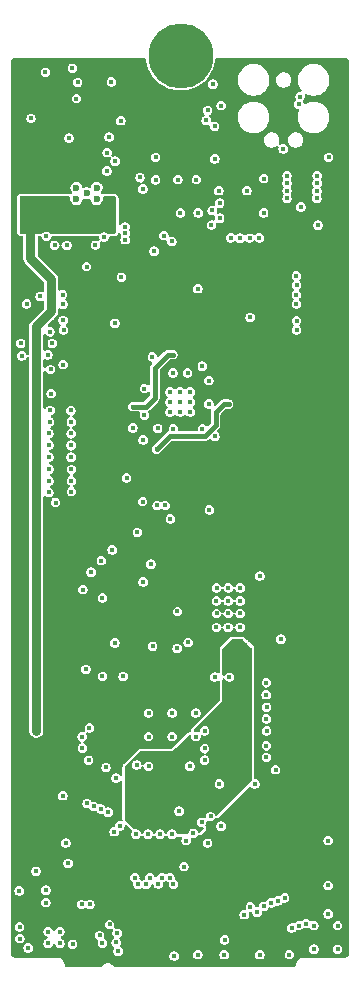
<source format=gbr>
%TF.GenerationSoftware,KiCad,Pcbnew,9.0.7*%
%TF.CreationDate,2026-02-08T22:25:42+01:00*%
%TF.ProjectId,BladeCore-M54,426c6164-6543-46f7-9265-2d4d35342e6b,rev?*%
%TF.SameCoordinates,Original*%
%TF.FileFunction,Copper,L4,Inr*%
%TF.FilePolarity,Positive*%
%FSLAX46Y46*%
G04 Gerber Fmt 4.6, Leading zero omitted, Abs format (unit mm)*
G04 Created by KiCad (PCBNEW 9.0.7) date 2026-02-08 22:25:42*
%MOMM*%
%LPD*%
G01*
G04 APERTURE LIST*
%TA.AperFunction,ComponentPad*%
%ADD10C,0.600000*%
%TD*%
%TA.AperFunction,ComponentPad*%
%ADD11C,5.500000*%
%TD*%
%TA.AperFunction,HeatsinkPad*%
%ADD12C,0.425000*%
%TD*%
%TA.AperFunction,ViaPad*%
%ADD13C,0.400000*%
%TD*%
%TA.AperFunction,Conductor*%
%ADD14C,0.150000*%
%TD*%
%TA.AperFunction,Conductor*%
%ADD15C,0.800000*%
%TD*%
%TA.AperFunction,Conductor*%
%ADD16C,0.400000*%
%TD*%
G04 APERTURE END LIST*
D10*
%TO.N,GND*%
%TO.C,IC7*%
X6640000Y68770000D03*
X8360000Y68770000D03*
X7500000Y69250000D03*
X6640000Y69730000D03*
X8360000Y69730000D03*
%TD*%
D11*
%TO.N,N/C*%
%TO.C,J1*%
X15471447Y80915000D03*
%TD*%
D12*
%TO.N,GND*%
%TO.C,IC1*%
X16279212Y50745788D03*
X16279212Y51595788D03*
X16279212Y52445788D03*
X15429212Y50745788D03*
X15429212Y51595788D03*
X15429212Y52445788D03*
X14579212Y50745788D03*
X14579212Y51595788D03*
X14579212Y52445788D03*
%TD*%
D13*
%TO.N,GND*%
X10000000Y19750000D03*
X5500000Y18250000D03*
X5750000Y14250000D03*
X5950000Y12525000D03*
X28750000Y7250000D03*
X26750000Y7250000D03*
X26750000Y7250000D03*
X28750000Y5250000D03*
X26750000Y5250000D03*
X17750000Y14250000D03*
X15750000Y12250000D03*
X21750000Y19250000D03*
X18750000Y19250000D03*
X16750000Y23250000D03*
X14750000Y23250000D03*
X12750000Y23250000D03*
X16750000Y25250000D03*
X14750000Y25250000D03*
X12750000Y25250000D03*
X13100000Y30900000D03*
X15200000Y33850000D03*
X14600000Y41700000D03*
X12250000Y43150000D03*
X11800000Y40550000D03*
X12950000Y37850000D03*
X4500000Y52300000D03*
X4450000Y54350000D03*
X4400000Y57550000D03*
X18200000Y78500000D03*
X9600000Y78700000D03*
X6300000Y79850000D03*
X28000000Y72300000D03*
X27100000Y66550000D03*
X22500000Y70500000D03*
X22500000Y67600000D03*
X16950000Y67600000D03*
X15450000Y67600000D03*
X7500000Y63050000D03*
X10450000Y62150000D03*
X9900000Y58250000D03*
%TO.N,Net-(IC1B-GPIO44{slash}ADC4)*%
X6194212Y46920788D03*
%TO.N,Net-(IC1B-GPIO45{slash}ADC5)*%
X6224600Y45882388D03*
%TO.N,Net-(IC1B-GPIO46{slash}ADC6)*%
X6212000Y44920788D03*
%TO.N,Net-(IC1B-GPIO47{slash}ADC7)*%
X6212000Y43995788D03*
%TO.N,Net-(IC1B-GPIO43{slash}ADC3)*%
X6194212Y47920788D03*
%TO.N,Net-(IC1B-GPIO42{slash}ADC2)*%
X6194212Y48920788D03*
%TO.N,Net-(IC1B-GPIO41{slash}ADC1)*%
X6209212Y49895788D03*
%TO.N,Net-(IC1B-GPIO40{slash}ADC0)*%
X6179212Y50870788D03*
%TO.N,+3.3VP*%
X18900000Y18250000D03*
%TO.N,GND*%
X19508697Y35847756D03*
X18508697Y35847756D03*
X18500000Y34750000D03*
X19500000Y34750000D03*
X19508697Y33678588D03*
X18508697Y33678588D03*
X18500000Y32500000D03*
X19500000Y32500000D03*
X20500000Y32500000D03*
X20508697Y33678588D03*
X20500000Y34750000D03*
X20508697Y35847756D03*
X13350000Y72300000D03*
X13350000Y70400000D03*
X21350000Y58750000D03*
X17900000Y42450000D03*
X23950000Y31500000D03*
X19600000Y28300000D03*
X18350000Y28300000D03*
X8850000Y28350000D03*
X7450000Y28950000D03*
X10600000Y28350000D03*
%TO.N,QSPI_SS*%
X23500000Y20450000D03*
X27950000Y14450000D03*
%TO.N,GND*%
X27950000Y8250000D03*
X27950000Y10650000D03*
X6750000Y78650000D03*
X8250000Y64875000D03*
X22750000Y23750000D03*
X19160000Y4790000D03*
X18125000Y67800000D03*
X9450000Y7350000D03*
X14861979Y10763021D03*
X11582300Y11325305D03*
X27025000Y70750000D03*
X18000000Y16500000D03*
X16100000Y31225000D03*
X14925000Y4675000D03*
X12750000Y20750000D03*
X17625000Y75425000D03*
X13075000Y55400000D03*
X9150000Y20650000D03*
X27000000Y69450000D03*
X13225000Y64350000D03*
X4050000Y10250000D03*
X7675000Y21250000D03*
X4800000Y64850000D03*
X24475000Y68825000D03*
X22170000Y4790000D03*
X2550000Y5375000D03*
X18075000Y66575000D03*
X10884212Y45170788D03*
X15230000Y70420000D03*
X12850000Y11325000D03*
X16925000Y4800000D03*
X27025000Y70125000D03*
X4884800Y43075000D03*
X22175000Y36850000D03*
X1850000Y6150000D03*
X22730000Y24750000D03*
X7750000Y24000000D03*
X16925000Y61175000D03*
X8850000Y5775000D03*
X8750000Y38150000D03*
X6012500Y73937500D03*
X18375000Y48675000D03*
X17500000Y23750000D03*
X17250000Y16000000D03*
X2800000Y75600000D03*
X12400000Y52725000D03*
X18775000Y68425000D03*
X13575000Y10775000D03*
X4050000Y9200000D03*
X9675000Y39075000D03*
X24150000Y73025000D03*
X11750000Y20850000D03*
X22750000Y25750000D03*
X8850000Y35000000D03*
X16550000Y15070000D03*
X12401527Y50476527D03*
X24475000Y70125000D03*
X1825000Y7150000D03*
X18700000Y69475000D03*
X9250000Y72700000D03*
X24475000Y69475000D03*
X25650000Y68100000D03*
X11425000Y49400000D03*
X24475000Y70750000D03*
X17500000Y22250000D03*
X16050000Y54050000D03*
X17300000Y54625000D03*
X8600000Y6425000D03*
X6325000Y5675000D03*
X6650000Y77275000D03*
X24675000Y4800000D03*
X12300000Y48375000D03*
X10175000Y5075000D03*
X7125000Y23250000D03*
X17850000Y51425000D03*
X8975000Y65550000D03*
X9425000Y74025000D03*
X9846800Y15202936D03*
X9900000Y31200000D03*
X22730000Y22500000D03*
X22730000Y21500000D03*
X13526527Y49351527D03*
X16800000Y70410000D03*
X14850000Y49328200D03*
X10400000Y75400000D03*
X14825000Y54050000D03*
X27000000Y68825000D03*
X16250000Y20750000D03*
X17850000Y53400000D03*
X15940000Y14450000D03*
X12300000Y36350000D03*
X5825000Y64850000D03*
X17500000Y21250000D03*
X18350000Y74925000D03*
X15175000Y30725000D03*
X21075000Y69475000D03*
X7150000Y22275000D03*
X17312573Y49340627D03*
X9225000Y71150000D03*
X4100000Y65600000D03*
X18775000Y67150000D03*
X9925000Y71975000D03*
X14725000Y65175000D03*
%TO.N,+5V*%
X4750000Y68250000D03*
X9225000Y67775000D03*
X3750000Y68250000D03*
X3750000Y67250000D03*
X4075000Y66525000D03*
X4750000Y67250000D03*
X2750000Y68250000D03*
X2750000Y67250000D03*
X3250000Y23750000D03*
%TO.N,+3.3V*%
X8750000Y21450000D03*
X4250000Y74750000D03*
X3250000Y73750000D03*
X8750000Y24050000D03*
X16490000Y68620000D03*
X11429212Y47820788D03*
X2250000Y74750000D03*
X16950000Y31050000D03*
X19479212Y53395788D03*
X11454212Y55395788D03*
X19375000Y72450000D03*
X4250000Y73750000D03*
X3250000Y74750000D03*
X18029212Y55620788D03*
X4250000Y71750000D03*
X4125000Y43100000D03*
X8000000Y25525000D03*
X16480000Y72170000D03*
X23300000Y79850000D03*
X8075000Y42900000D03*
X11404212Y51995788D03*
X19429212Y49395788D03*
X12629212Y47595788D03*
X4230331Y63330331D03*
X2250000Y72750000D03*
X5247224Y73735855D03*
X16950000Y30250000D03*
X14804212Y47570788D03*
X3250000Y71750000D03*
X20475000Y67800000D03*
X2600000Y62075000D03*
X5250000Y71750000D03*
X17629212Y47595788D03*
X2250000Y71750000D03*
X22425000Y28925000D03*
X5375000Y75675000D03*
X7225000Y64850000D03*
X16950000Y29450000D03*
X16029212Y55620788D03*
X2250000Y73750000D03*
X5250000Y74750000D03*
%TO.N,/Block Diagram/Microcontroller Peripherals/VREF_IN*%
X7900000Y37175000D03*
X18360000Y72175000D03*
%TO.N,+1V1*%
X13429212Y47595788D03*
X14804212Y55595788D03*
X19529212Y51395788D03*
X11404212Y51195788D03*
%TO.N,/Block Diagram/Ethernet Interface/RDN_R_N*%
X13720000Y15000000D03*
%TO.N,/Block Diagram/Ethernet Interface/RDN_R_P*%
X14720000Y15000000D03*
%TO.N,+3.3VP*%
X21000000Y21500000D03*
X20980000Y24750000D03*
X15250000Y20750000D03*
X20950000Y30250000D03*
X21000000Y22500000D03*
X13750000Y20750000D03*
X20950000Y31050000D03*
X20950000Y29450000D03*
X18000000Y17500000D03*
%TO.N,VBUS*%
X5250000Y5750000D03*
X4025000Y79500000D03*
X4250000Y5750000D03*
X3225000Y11850000D03*
X4250000Y6750000D03*
X5250000Y6750000D03*
%TO.N,/Block Diagram/Microcontroller/ADC_VUSB*%
X1800000Y10200000D03*
X4325000Y44900000D03*
%TO.N,/Block Diagram/Microcontroller Peripherals/I2C0_SCL*%
X5550000Y57700000D03*
X12275000Y69625000D03*
%TO.N,/Block Diagram/Microcontroller Peripherals/I2C0_SDA*%
X5525000Y58500000D03*
X12025000Y70600000D03*
%TO.N,HEARTBEAT*%
X14050000Y65675000D03*
X5525000Y54750000D03*
%TO.N,/Block Diagram/Microcontroller Peripherals/SWCLK*%
X17750000Y76275000D03*
X25458349Y76808253D03*
%TO.N,/Block Diagram/Microcontroller Peripherals/SWDIO*%
X18900000Y76675000D03*
X25575000Y77425000D03*
%TO.N,/Block Diagram/Ethernet Interface/ETH_INT*%
X2025000Y55500000D03*
X4225000Y55575000D03*
%TO.N,/Block Diagram/Ethernet Interface/ETH_RST*%
X1925000Y56550000D03*
X4600000Y56550000D03*
%TO.N,/Block Diagram/Microcontroller/ADC1*%
X4375000Y49900000D03*
X8700000Y17125000D03*
%TO.N,/Block Diagram/Microcontroller/ADC2*%
X4325000Y48925000D03*
X8100000Y17350000D03*
%TO.N,/Block Diagram/Microcontroller/ADC3*%
X7550000Y17600000D03*
X4325000Y47950000D03*
%TO.N,/Block Diagram/Microcontroller/ADC4*%
X4300000Y46925000D03*
X10100000Y6625000D03*
%TO.N,/Block Diagram/Microcontroller/ADC5*%
X10000000Y5825000D03*
X4325000Y45900000D03*
%TO.N,/Block Diagram/Microcontroller Peripherals/ADC_VREF*%
X4325000Y43925000D03*
X7180000Y35700000D03*
%TO.N,/Block Diagram/Microcontroller/GPIO18*%
X20850000Y8175000D03*
X25290000Y57700000D03*
%TO.N,/Block Diagram/Microcontroller/GPIO19*%
X25280000Y58480000D03*
X21375000Y8850000D03*
%TO.N,/Block Diagram/Microcontroller/GPIO22*%
X23125000Y9175000D03*
X25280000Y61480000D03*
%TO.N,/Block Diagram/Microcontroller/GPIO23*%
X23700000Y9350000D03*
X25270000Y62270000D03*
%TO.N,/Block Diagram/Microcontroller/GPIO20*%
X21950000Y8397545D03*
X25270000Y59880000D03*
%TO.N,/Block Diagram/Microcontroller/GPIO21*%
X22500000Y8900000D03*
X25260000Y60670000D03*
%TO.N,/Block Diagram/Microcontroller/GPIO27*%
X26110000Y7425000D03*
X19720000Y65480000D03*
%TO.N,/Block Diagram/Microcontroller/GPIO25*%
X21304212Y65470788D03*
X24870000Y7050000D03*
%TO.N,/Block Diagram/Microcontroller/GPIO24*%
X22130000Y65480000D03*
X24275000Y9600000D03*
%TO.N,/Block Diagram/Microcontroller/GPIO26*%
X25460000Y7250000D03*
X20510000Y65460000D03*
%TO.N,/Block Diagram/Microcontroller/ADC0*%
X4425000Y50875000D03*
X9325000Y16850000D03*
%TO.N,/Block Diagram/Ethernet Interface/TDN_R_P*%
X12710000Y15000000D03*
%TO.N,/Block Diagram/Ethernet Interface/TDN_R_N*%
X11700000Y15000000D03*
%TO.N,USB_RP_D+*%
X7775000Y9050000D03*
X14175000Y42825000D03*
%TO.N,USB_RP_D-*%
X13475000Y42825000D03*
X7075000Y9050000D03*
%TO.N,/Block Diagram/Ethernet Interface/SPI1_MOSI*%
X2425000Y59900000D03*
X5500000Y59875000D03*
%TO.N,/Block Diagram/Ethernet Interface/SPI1_SCLK*%
X3575000Y60525000D03*
X5475000Y60675000D03*
%TO.N,/Block Diagram/TD_P*%
X12555000Y10750000D03*
%TO.N,/Block Diagram/RCT*%
X10325000Y15700000D03*
X15350000Y16950000D03*
%TO.N,/Block Diagram/TD_N*%
X11855000Y10750000D03*
%TO.N,/Block Diagram/RD_P*%
X14565000Y11325000D03*
%TO.N,/Block Diagram/RD_N*%
X13865000Y11325000D03*
%TO.N,/Block Diagram/TCT*%
X18900000Y15675000D03*
X19196800Y6050000D03*
%TO.N,/Block Diagram/LINK_LED*%
X22700000Y26800000D03*
%TO.N,/Block Diagram/ACT_LED*%
X22725000Y27825000D03*
%TO.N,Net-(JP1-C)*%
X10775000Y65875000D03*
X10775000Y66400000D03*
X10775000Y65325000D03*
%TD*%
D14*
%TO.N,+3.3V*%
X17604212Y47570788D02*
X17629212Y47595788D01*
X14804212Y47570788D02*
X17604212Y47570788D01*
D15*
%TO.N,+5V*%
X3250000Y58012925D02*
X4500000Y59262925D01*
X4500000Y62000000D02*
X2750000Y63750000D01*
X3250000Y23750000D02*
X3250000Y58012925D01*
X4500000Y59262925D02*
X4500000Y62000000D01*
X2750000Y63750000D02*
X2750000Y67250000D01*
D16*
%TO.N,+1V1*%
X13429212Y47595788D02*
X14558424Y48725000D01*
X18425000Y50700000D02*
X19120788Y51395788D01*
X13275000Y54500000D02*
X14370788Y55595788D01*
X14558424Y48725000D02*
X17550000Y48725000D01*
X14370788Y55595788D02*
X14804212Y55595788D01*
X13275000Y51950000D02*
X13275000Y54500000D01*
X19120788Y51395788D02*
X19529212Y51395788D01*
X18425000Y49600000D02*
X18425000Y50700000D01*
X17550000Y48725000D02*
X18425000Y49600000D01*
X12520788Y51195788D02*
X13275000Y51950000D01*
X11404212Y51195788D02*
X12520788Y51195788D01*
%TD*%
%TA.AperFunction,Conductor*%
%TO.N,+3.3V*%
G36*
X18750000Y29050000D02*
G01*
X16550000Y29050000D01*
X16550000Y31450000D01*
X18750000Y31450000D01*
X18750000Y29050000D01*
G37*
%TD.AperFunction*%
%TD*%
%TA.AperFunction,Conductor*%
%TO.N,+5V*%
G36*
X6085599Y68980315D02*
G01*
X6131354Y68927511D01*
X6141298Y68858353D01*
X6138335Y68843908D01*
X6136300Y68836316D01*
X6136300Y68703690D01*
X6136299Y68703690D01*
X6170627Y68575578D01*
X6170628Y68575577D01*
X6236937Y68460725D01*
X6236939Y68460722D01*
X6236940Y68460721D01*
X6330721Y68366940D01*
X6445579Y68300627D01*
X6573687Y68266300D01*
X6573690Y68266300D01*
X6706310Y68266300D01*
X6706313Y68266300D01*
X6834421Y68300627D01*
X6949279Y68366940D01*
X7043060Y68460721D01*
X7109373Y68575579D01*
X7141833Y68696722D01*
X7178197Y68756379D01*
X7241044Y68786908D01*
X7297140Y68780537D01*
X7297729Y68782731D01*
X7305577Y68780629D01*
X7305579Y68780627D01*
X7433687Y68746300D01*
X7433690Y68746300D01*
X7566310Y68746300D01*
X7566313Y68746300D01*
X7694421Y68780627D01*
X7694422Y68780629D01*
X7702271Y68782731D01*
X7702878Y68780465D01*
X7760384Y68786659D01*
X7822869Y68755397D01*
X7858167Y68696720D01*
X7890628Y68575577D01*
X7956937Y68460725D01*
X7956939Y68460722D01*
X7956940Y68460721D01*
X8050721Y68366940D01*
X8165579Y68300627D01*
X8293687Y68266300D01*
X8293690Y68266300D01*
X8426310Y68266300D01*
X8426313Y68266300D01*
X8554421Y68300627D01*
X8669279Y68366940D01*
X8763060Y68460721D01*
X8829373Y68575579D01*
X8863700Y68703687D01*
X8863700Y68836313D01*
X8861665Y68843908D01*
X8863328Y68913758D01*
X8902492Y68971620D01*
X8966720Y68999123D01*
X8981440Y69000000D01*
X9876000Y69000000D01*
X9943039Y68980315D01*
X9988794Y68927511D01*
X10000000Y68876000D01*
X10000000Y65974000D01*
X9980315Y65906961D01*
X9927511Y65861206D01*
X9876000Y65850000D01*
X9294998Y65850000D01*
X9229982Y65869091D01*
X9229917Y65868977D01*
X9229448Y65869248D01*
X9227959Y65869685D01*
X9224597Y65872049D01*
X9130825Y65926188D01*
X9130824Y65926189D01*
X9130823Y65926189D01*
X9028148Y65953700D01*
X8921852Y65953700D01*
X8819177Y65926189D01*
X8819175Y65926188D01*
X8819174Y65926188D01*
X8720083Y65868977D01*
X8718844Y65871122D01*
X8665316Y65850430D01*
X8655002Y65850000D01*
X4472281Y65850000D01*
X4405242Y65869685D01*
X4384600Y65886319D01*
X4347880Y65923039D01*
X4347878Y65923041D01*
X4286508Y65958473D01*
X4255825Y65976188D01*
X4255824Y65976189D01*
X4255823Y65976189D01*
X4153148Y66003700D01*
X4046852Y66003700D01*
X3944177Y65976189D01*
X3944175Y65976188D01*
X3944174Y65976188D01*
X3852125Y65923043D01*
X3852119Y65923039D01*
X3815400Y65886319D01*
X3754077Y65852834D01*
X3727719Y65850000D01*
X1949000Y65850000D01*
X1881961Y65869685D01*
X1836206Y65922489D01*
X1825000Y65974000D01*
X1825000Y68876000D01*
X1844685Y68943039D01*
X1897489Y68988794D01*
X1949000Y69000000D01*
X6018560Y69000000D01*
X6085599Y68980315D01*
G37*
%TD.AperFunction*%
%TD*%
%TA.AperFunction,Conductor*%
%TO.N,+3.3V*%
G36*
X12479564Y80679815D02*
G01*
X12525319Y80627011D01*
X12535745Y80589384D01*
X12554890Y80419470D01*
X12554892Y80419454D01*
X12628712Y80096024D01*
X12628716Y80096012D01*
X12738285Y79782884D01*
X12882224Y79483991D01*
X12917845Y79427301D01*
X13058729Y79203085D01*
X13202310Y79023041D01*
X13262248Y78947881D01*
X13265574Y78943711D01*
X13500158Y78709127D01*
X13759532Y78502282D01*
X14040435Y78325779D01*
X14339334Y78181837D01*
X14505163Y78123811D01*
X14652458Y78072270D01*
X14652470Y78072266D01*
X14975904Y77998445D01*
X15305567Y77961301D01*
X15305568Y77961300D01*
X15305571Y77961300D01*
X15637326Y77961300D01*
X15637326Y77961301D01*
X15966990Y77998445D01*
X16290424Y78072266D01*
X16603560Y78181837D01*
X16902459Y78325779D01*
X17183362Y78502282D01*
X17247146Y78553148D01*
X17796300Y78553148D01*
X17796300Y78446852D01*
X17823811Y78344177D01*
X17876959Y78252122D01*
X17952122Y78176959D01*
X18044177Y78123811D01*
X18146852Y78096300D01*
X18146854Y78096300D01*
X18253146Y78096300D01*
X18253148Y78096300D01*
X18355823Y78123811D01*
X18447878Y78176959D01*
X18523041Y78252122D01*
X18576189Y78344177D01*
X18603700Y78446852D01*
X18603700Y78553148D01*
X18576189Y78655823D01*
X18523041Y78747878D01*
X18447878Y78823041D01*
X18355823Y78876189D01*
X18253148Y78903700D01*
X18146852Y78903700D01*
X18044177Y78876189D01*
X18044175Y78876188D01*
X18044174Y78876188D01*
X17952125Y78823043D01*
X17952119Y78823039D01*
X17876961Y78747881D01*
X17876957Y78747875D01*
X17823812Y78655826D01*
X17823812Y78655825D01*
X17823811Y78655823D01*
X17796300Y78553148D01*
X17247146Y78553148D01*
X17364646Y78646852D01*
X17378904Y78658222D01*
X17400182Y78675192D01*
X17442736Y78709127D01*
X17677320Y78943711D01*
X17690549Y78960299D01*
X20312050Y78960299D01*
X20312050Y78749702D01*
X20344995Y78541695D01*
X20344995Y78541692D01*
X20410071Y78341409D01*
X20505683Y78153761D01*
X20629469Y77983384D01*
X20778384Y77834469D01*
X20948761Y77710683D01*
X21066779Y77650550D01*
X21136408Y77615072D01*
X21336692Y77549996D01*
X21336693Y77549996D01*
X21336696Y77549995D01*
X21544701Y77517050D01*
X21544702Y77517050D01*
X21755298Y77517050D01*
X21755299Y77517050D01*
X21963304Y77549995D01*
X21963307Y77549996D01*
X21963308Y77549996D01*
X22163591Y77615072D01*
X22163591Y77615073D01*
X22163594Y77615073D01*
X22351239Y77710683D01*
X22521616Y77834469D01*
X22670531Y77983384D01*
X22794317Y78153761D01*
X22889927Y78341406D01*
X22923043Y78443327D01*
X22955004Y78541692D01*
X22955004Y78541693D01*
X22955005Y78541696D01*
X22987950Y78749701D01*
X22987950Y78918611D01*
X23544200Y78918611D01*
X23544200Y78791390D01*
X23561753Y78703146D01*
X23569017Y78666627D01*
X23573491Y78655826D01*
X23617697Y78549102D01*
X23617702Y78549093D01*
X23688373Y78443327D01*
X23688376Y78443323D01*
X23778322Y78353377D01*
X23778326Y78353374D01*
X23884092Y78282703D01*
X23884098Y78282700D01*
X23884099Y78282699D01*
X24001627Y78234017D01*
X24126389Y78209201D01*
X24126393Y78209200D01*
X24126394Y78209200D01*
X24253607Y78209200D01*
X24253608Y78209201D01*
X24378373Y78234017D01*
X24495901Y78282699D01*
X24601674Y78353374D01*
X24691626Y78443326D01*
X24762301Y78549099D01*
X24810983Y78666627D01*
X24835800Y78791394D01*
X24835800Y78918606D01*
X24810983Y79043373D01*
X24762301Y79160901D01*
X24762300Y79160902D01*
X24762297Y79160908D01*
X24691626Y79266674D01*
X24691623Y79266678D01*
X24601677Y79356624D01*
X24601673Y79356627D01*
X24495907Y79427298D01*
X24495898Y79427303D01*
X24400081Y79466992D01*
X24378373Y79475983D01*
X24378369Y79475984D01*
X24378365Y79475985D01*
X24253610Y79500800D01*
X24253606Y79500800D01*
X24126394Y79500800D01*
X24126389Y79500800D01*
X24001634Y79475985D01*
X24001624Y79475982D01*
X23884101Y79427303D01*
X23884092Y79427298D01*
X23778326Y79356627D01*
X23778322Y79356624D01*
X23688376Y79266678D01*
X23688373Y79266674D01*
X23617702Y79160908D01*
X23617697Y79160899D01*
X23569018Y79043376D01*
X23569015Y79043366D01*
X23544200Y78918611D01*
X22987950Y78918611D01*
X22987950Y78960299D01*
X22955005Y79168304D01*
X22955004Y79168308D01*
X22955004Y79168309D01*
X22889928Y79368592D01*
X22850333Y79446301D01*
X22794317Y79556239D01*
X22670531Y79726616D01*
X22521616Y79875531D01*
X22351239Y79999317D01*
X22338464Y80005826D01*
X22163591Y80094929D01*
X21963307Y80160005D01*
X21807300Y80184714D01*
X21755299Y80192950D01*
X21544701Y80192950D01*
X21475366Y80181969D01*
X21336694Y80160005D01*
X21336691Y80160005D01*
X21136408Y80094929D01*
X20948760Y79999317D01*
X20778381Y79875529D01*
X20629471Y79726619D01*
X20505683Y79556240D01*
X20410071Y79368592D01*
X20344995Y79168309D01*
X20344995Y79168306D01*
X20312050Y78960299D01*
X17690549Y78960299D01*
X17884165Y79203085D01*
X18060668Y79483988D01*
X18204610Y79782887D01*
X18314181Y80096023D01*
X18388002Y80419457D01*
X18403674Y80558543D01*
X18407149Y80589384D01*
X18434216Y80653798D01*
X18491811Y80693353D01*
X18530369Y80699500D01*
X29410118Y80699500D01*
X29440243Y80699500D01*
X29459640Y80697973D01*
X29475080Y80695528D01*
X29523154Y80687914D01*
X29560046Y80675927D01*
X29608544Y80651217D01*
X29639929Y80628414D01*
X29678413Y80589930D01*
X29701217Y80558543D01*
X29725925Y80510050D01*
X29737913Y80473155D01*
X29747973Y80409642D01*
X29749500Y80390243D01*
X29749500Y4859758D01*
X29747973Y4840361D01*
X29747973Y4840359D01*
X29737913Y4776846D01*
X29725925Y4739951D01*
X29701217Y4691458D01*
X29678413Y4660071D01*
X29639929Y4621587D01*
X29608542Y4598783D01*
X29560049Y4574075D01*
X29523154Y4562087D01*
X29485734Y4556160D01*
X29459639Y4552027D01*
X29440243Y4550500D01*
X25831005Y4550500D01*
X25695677Y4523582D01*
X25695667Y4523579D01*
X25568195Y4470779D01*
X25568182Y4470772D01*
X25453458Y4394115D01*
X25453454Y4394112D01*
X25355888Y4296546D01*
X25355885Y4296542D01*
X25279228Y4181818D01*
X25279221Y4181805D01*
X25226421Y4054333D01*
X25226418Y4054323D01*
X25199500Y3918996D01*
X25199500Y3874000D01*
X25179815Y3806961D01*
X25127011Y3761206D01*
X25075500Y3750000D01*
X9983441Y3750000D01*
X9916402Y3769685D01*
X9895760Y3786319D01*
X9810292Y3871787D01*
X9810288Y3871790D01*
X9679185Y3959391D01*
X9679172Y3959398D01*
X9533501Y4019736D01*
X9533489Y4019739D01*
X9378845Y4050500D01*
X9378842Y4050500D01*
X9339882Y4050500D01*
X9300000Y4050500D01*
X9221158Y4050500D01*
X9221155Y4050500D01*
X9066510Y4019739D01*
X9066498Y4019736D01*
X8920827Y3959398D01*
X8920814Y3959391D01*
X8789711Y3871790D01*
X8789707Y3871787D01*
X8704240Y3786319D01*
X8642917Y3752834D01*
X8616559Y3750000D01*
X5774500Y3750000D01*
X5707461Y3769685D01*
X5661706Y3822489D01*
X5650500Y3874000D01*
X5650500Y3918996D01*
X5623581Y4054323D01*
X5623580Y4054324D01*
X5623580Y4054328D01*
X5584159Y4149500D01*
X5570778Y4181805D01*
X5570771Y4181818D01*
X5494114Y4296542D01*
X5494111Y4296546D01*
X5396545Y4394112D01*
X5396541Y4394115D01*
X5281817Y4470772D01*
X5281804Y4470779D01*
X5154332Y4523579D01*
X5154322Y4523582D01*
X5018995Y4550500D01*
X5018993Y4550500D01*
X4989882Y4550500D01*
X1409757Y4550500D01*
X1390360Y4552027D01*
X1349549Y4558491D01*
X1326845Y4562087D01*
X1289950Y4574075D01*
X1241457Y4598783D01*
X1210070Y4621587D01*
X1171586Y4660071D01*
X1148782Y4691458D01*
X1130088Y4728148D01*
X1124073Y4739954D01*
X1112086Y4776848D01*
X1111427Y4781007D01*
X1103797Y4829183D01*
X1102027Y4840361D01*
X1100500Y4859758D01*
X1100500Y5428148D01*
X2146300Y5428148D01*
X2146300Y5321852D01*
X2173811Y5219177D01*
X2226959Y5127122D01*
X2302122Y5051959D01*
X2394177Y4998811D01*
X2496852Y4971300D01*
X2496854Y4971300D01*
X2603146Y4971300D01*
X2603148Y4971300D01*
X2705823Y4998811D01*
X2797878Y5051959D01*
X2873041Y5127122D01*
X2926189Y5219177D01*
X2953700Y5321852D01*
X2953700Y5428148D01*
X2926189Y5530823D01*
X2873041Y5622878D01*
X2797878Y5698041D01*
X2705823Y5751189D01*
X2603148Y5778700D01*
X2496852Y5778700D01*
X2394175Y5751189D01*
X2339508Y5719627D01*
X2339504Y5719624D01*
X2302122Y5698041D01*
X2226959Y5622878D01*
X2225346Y5620086D01*
X2225346Y5620085D01*
X2173812Y5530826D01*
X2173812Y5530825D01*
X2173811Y5530823D01*
X2146300Y5428148D01*
X1100500Y5428148D01*
X1100500Y7203148D01*
X1421300Y7203148D01*
X1421300Y7096852D01*
X1448811Y6994177D01*
X1501959Y6902122D01*
X1577122Y6826959D01*
X1669177Y6773811D01*
X1696742Y6766425D01*
X1756402Y6730062D01*
X1786932Y6667215D01*
X1778638Y6597840D01*
X1734153Y6543961D01*
X1696747Y6526878D01*
X1695300Y6526491D01*
X1694176Y6526189D01*
X1694174Y6526188D01*
X1602125Y6473043D01*
X1602119Y6473039D01*
X1526961Y6397881D01*
X1526957Y6397875D01*
X1473812Y6305826D01*
X1473812Y6305825D01*
X1473811Y6305823D01*
X1446300Y6203148D01*
X1446300Y6096852D01*
X1473811Y5994177D01*
X1526959Y5902122D01*
X1602122Y5826959D01*
X1694177Y5773811D01*
X1796852Y5746300D01*
X1796854Y5746300D01*
X1903146Y5746300D01*
X1903148Y5746300D01*
X2005823Y5773811D01*
X2097878Y5826959D01*
X2173041Y5902122D01*
X2226189Y5994177D01*
X2253700Y6096852D01*
X2253700Y6203148D01*
X2226189Y6305823D01*
X2173041Y6397878D01*
X2097878Y6473041D01*
X2005823Y6526189D01*
X1978253Y6533577D01*
X1918595Y6569941D01*
X1888067Y6632788D01*
X1896362Y6702164D01*
X1940848Y6756041D01*
X1978257Y6773124D01*
X1980823Y6773811D01*
X2031636Y6803148D01*
X3846300Y6803148D01*
X3846300Y6696852D01*
X3873811Y6594177D01*
X3926959Y6502122D01*
X4002122Y6426959D01*
X4094177Y6373811D01*
X4109243Y6369775D01*
X4168903Y6333410D01*
X4199432Y6270563D01*
X4191137Y6201188D01*
X4146652Y6147310D01*
X4109244Y6130227D01*
X4094177Y6126189D01*
X4094175Y6126188D01*
X4094174Y6126188D01*
X4002125Y6073043D01*
X4002119Y6073039D01*
X3926961Y5997881D01*
X3926957Y5997875D01*
X3873812Y5905826D01*
X3873812Y5905825D01*
X3873811Y5905823D01*
X3846300Y5803148D01*
X3846300Y5696852D01*
X3873811Y5594177D01*
X3926959Y5502122D01*
X4002122Y5426959D01*
X4094177Y5373811D01*
X4196852Y5346300D01*
X4196854Y5346300D01*
X4303146Y5346300D01*
X4303148Y5346300D01*
X4405823Y5373811D01*
X4497878Y5426959D01*
X4573041Y5502122D01*
X4626189Y5594177D01*
X4630225Y5609244D01*
X4666589Y5668903D01*
X4729435Y5699433D01*
X4798811Y5691139D01*
X4852690Y5646654D01*
X4869773Y5609245D01*
X4873811Y5594177D01*
X4926959Y5502122D01*
X5002122Y5426959D01*
X5094177Y5373811D01*
X5196852Y5346300D01*
X5196854Y5346300D01*
X5303146Y5346300D01*
X5303148Y5346300D01*
X5405823Y5373811D01*
X5497878Y5426959D01*
X5573041Y5502122D01*
X5626189Y5594177D01*
X5653700Y5696852D01*
X5653700Y5728148D01*
X5921300Y5728148D01*
X5921300Y5621852D01*
X5948811Y5519177D01*
X6001959Y5427122D01*
X6077122Y5351959D01*
X6169177Y5298811D01*
X6271852Y5271300D01*
X6271854Y5271300D01*
X6378146Y5271300D01*
X6378148Y5271300D01*
X6480823Y5298811D01*
X6572878Y5351959D01*
X6648041Y5427122D01*
X6701189Y5519177D01*
X6728700Y5621852D01*
X6728700Y5728148D01*
X6701189Y5830823D01*
X6648041Y5922878D01*
X6572878Y5998041D01*
X6480823Y6051189D01*
X6378148Y6078700D01*
X6271852Y6078700D01*
X6169177Y6051189D01*
X6169175Y6051188D01*
X6169174Y6051188D01*
X6077125Y5998043D01*
X6077119Y5998039D01*
X6001961Y5922881D01*
X6001957Y5922875D01*
X5948812Y5830826D01*
X5948812Y5830825D01*
X5948811Y5830823D01*
X5921300Y5728148D01*
X5653700Y5728148D01*
X5653700Y5803148D01*
X5626189Y5905823D01*
X5573041Y5997878D01*
X5497878Y6073041D01*
X5405823Y6126189D01*
X5390756Y6130226D01*
X5331097Y6166589D01*
X5300567Y6229435D01*
X5308861Y6298811D01*
X5353346Y6352690D01*
X5390755Y6369774D01*
X5405823Y6373811D01*
X5497878Y6426959D01*
X5549067Y6478148D01*
X8196300Y6478148D01*
X8196300Y6371852D01*
X8223811Y6269177D01*
X8276959Y6177122D01*
X8352122Y6101959D01*
X8402213Y6073039D01*
X8414819Y6065761D01*
X8463035Y6015194D01*
X8476258Y5946587D01*
X8472594Y5926282D01*
X8446300Y5828150D01*
X8446300Y5828148D01*
X8446300Y5721852D01*
X8473811Y5619177D01*
X8526959Y5527122D01*
X8602122Y5451959D01*
X8694177Y5398811D01*
X8796852Y5371300D01*
X8796854Y5371300D01*
X8903146Y5371300D01*
X8903148Y5371300D01*
X9005823Y5398811D01*
X9097878Y5451959D01*
X9173041Y5527122D01*
X9226189Y5619177D01*
X9253700Y5721852D01*
X9253700Y5828148D01*
X9226189Y5930823D01*
X9173041Y6022878D01*
X9097878Y6098041D01*
X9049126Y6126188D01*
X9035180Y6134240D01*
X8986964Y6184807D01*
X8973742Y6253414D01*
X8977401Y6273704D01*
X9003700Y6371852D01*
X9003700Y6478148D01*
X8976189Y6580823D01*
X8923041Y6672878D01*
X8847878Y6748041D01*
X8755823Y6801189D01*
X8653148Y6828700D01*
X8546852Y6828700D01*
X8444177Y6801189D01*
X8444175Y6801188D01*
X8444174Y6801188D01*
X8352125Y6748043D01*
X8352119Y6748039D01*
X8276961Y6672881D01*
X8276957Y6672875D01*
X8223812Y6580826D01*
X8223812Y6580825D01*
X8223811Y6580823D01*
X8196300Y6478148D01*
X5549067Y6478148D01*
X5573041Y6502122D01*
X5626189Y6594177D01*
X5653700Y6696852D01*
X5653700Y6803148D01*
X5626189Y6905823D01*
X5573041Y6997878D01*
X5497878Y7073041D01*
X5428873Y7112881D01*
X5405825Y7126188D01*
X5405824Y7126189D01*
X5405823Y7126189D01*
X5303148Y7153700D01*
X5196852Y7153700D01*
X5094177Y7126189D01*
X5094175Y7126188D01*
X5094174Y7126188D01*
X5002125Y7073043D01*
X5002119Y7073039D01*
X4926961Y6997881D01*
X4926957Y6997875D01*
X4873812Y6905826D01*
X4873812Y6905825D01*
X4873811Y6905823D01*
X4869774Y6890757D01*
X4833410Y6831097D01*
X4770563Y6800568D01*
X4701188Y6808863D01*
X4647310Y6853348D01*
X4630226Y6890756D01*
X4626189Y6905823D01*
X4573041Y6997878D01*
X4497878Y7073041D01*
X4428873Y7112881D01*
X4405825Y7126188D01*
X4405824Y7126189D01*
X4405823Y7126189D01*
X4303148Y7153700D01*
X4196852Y7153700D01*
X4094177Y7126189D01*
X4094175Y7126188D01*
X4094174Y7126188D01*
X4002125Y7073043D01*
X4002119Y7073039D01*
X3926961Y6997881D01*
X3926957Y6997875D01*
X3873812Y6905826D01*
X3873812Y6905825D01*
X3873811Y6905823D01*
X3846300Y6803148D01*
X2031636Y6803148D01*
X2072878Y6826959D01*
X2148041Y6902122D01*
X2201189Y6994177D01*
X2228700Y7096852D01*
X2228700Y7203148D01*
X2201189Y7305823D01*
X2148041Y7397878D01*
X2142771Y7403148D01*
X9046300Y7403148D01*
X9046300Y7296852D01*
X9073811Y7194177D01*
X9126959Y7102122D01*
X9202122Y7026959D01*
X9294177Y6973811D01*
X9396852Y6946300D01*
X9396854Y6946300D01*
X9503145Y6946300D01*
X9503148Y6946300D01*
X9588061Y6969052D01*
X9657905Y6967389D01*
X9715767Y6928227D01*
X9743272Y6863999D01*
X9731686Y6795097D01*
X9727540Y6787284D01*
X9723813Y6780830D01*
X9723811Y6780825D01*
X9723811Y6780823D01*
X9696300Y6678148D01*
X9696300Y6571852D01*
X9723811Y6469177D01*
X9776959Y6377122D01*
X9776961Y6377120D01*
X9798831Y6355250D01*
X9832316Y6293927D01*
X9827332Y6224235D01*
X9785460Y6168302D01*
X9773151Y6160183D01*
X9752128Y6148046D01*
X9752119Y6148039D01*
X9676961Y6072881D01*
X9676957Y6072875D01*
X9623812Y5980826D01*
X9623812Y5980825D01*
X9623811Y5980823D01*
X9596300Y5878148D01*
X9596300Y5771852D01*
X9623811Y5669177D01*
X9676959Y5577122D01*
X9752122Y5501959D01*
X9792408Y5478700D01*
X9797157Y5475958D01*
X9845373Y5425391D01*
X9858596Y5356784D01*
X9842544Y5306571D01*
X9798812Y5230826D01*
X9798812Y5230825D01*
X9798811Y5230823D01*
X9771300Y5128148D01*
X9771300Y5021852D01*
X9798811Y4919177D01*
X9851959Y4827122D01*
X9927122Y4751959D01*
X10019177Y4698811D01*
X10121852Y4671300D01*
X10121854Y4671300D01*
X10228146Y4671300D01*
X10228148Y4671300D01*
X10330823Y4698811D01*
X10381636Y4728148D01*
X14521300Y4728148D01*
X14521300Y4621852D01*
X14548811Y4519177D01*
X14601959Y4427122D01*
X14677122Y4351959D01*
X14769177Y4298811D01*
X14871852Y4271300D01*
X14871854Y4271300D01*
X14978146Y4271300D01*
X14978148Y4271300D01*
X15080823Y4298811D01*
X15172878Y4351959D01*
X15248041Y4427122D01*
X15301189Y4519177D01*
X15328700Y4621852D01*
X15328700Y4728148D01*
X15301189Y4830823D01*
X15288300Y4853148D01*
X16521300Y4853148D01*
X16521300Y4746852D01*
X16548811Y4644177D01*
X16548812Y4644176D01*
X16548812Y4644175D01*
X16554585Y4634176D01*
X16601959Y4552122D01*
X16677122Y4476959D01*
X16769177Y4423811D01*
X16871852Y4396300D01*
X16871854Y4396300D01*
X16978146Y4396300D01*
X16978148Y4396300D01*
X17080823Y4423811D01*
X17172878Y4476959D01*
X17248041Y4552122D01*
X17301189Y4644177D01*
X17328700Y4746852D01*
X17328700Y4843148D01*
X18756300Y4843148D01*
X18756300Y4736852D01*
X18783811Y4634177D01*
X18836959Y4542122D01*
X18912122Y4466959D01*
X19004177Y4413811D01*
X19106852Y4386300D01*
X19106854Y4386300D01*
X19213146Y4386300D01*
X19213148Y4386300D01*
X19315823Y4413811D01*
X19407878Y4466959D01*
X19483041Y4542122D01*
X19536189Y4634177D01*
X19563700Y4736852D01*
X19563700Y4843148D01*
X21766300Y4843148D01*
X21766300Y4736852D01*
X21793811Y4634177D01*
X21846959Y4542122D01*
X21922122Y4466959D01*
X22014177Y4413811D01*
X22116852Y4386300D01*
X22116854Y4386300D01*
X22223146Y4386300D01*
X22223148Y4386300D01*
X22325823Y4413811D01*
X22417878Y4466959D01*
X22493041Y4542122D01*
X22546189Y4634177D01*
X22573700Y4736852D01*
X22573700Y4843148D01*
X22571021Y4853148D01*
X24271300Y4853148D01*
X24271300Y4746852D01*
X24298811Y4644177D01*
X24298812Y4644176D01*
X24298812Y4644175D01*
X24304585Y4634176D01*
X24351959Y4552122D01*
X24427122Y4476959D01*
X24519177Y4423811D01*
X24621852Y4396300D01*
X24621854Y4396300D01*
X24728146Y4396300D01*
X24728148Y4396300D01*
X24830823Y4423811D01*
X24922878Y4476959D01*
X24998041Y4552122D01*
X25051189Y4644177D01*
X25078700Y4746852D01*
X25078700Y4853148D01*
X25051189Y4955823D01*
X24998041Y5047878D01*
X24922878Y5123041D01*
X24830823Y5176189D01*
X24728148Y5203700D01*
X24621852Y5203700D01*
X24519177Y5176189D01*
X24519175Y5176188D01*
X24519174Y5176188D01*
X24427125Y5123043D01*
X24427119Y5123039D01*
X24351961Y5047881D01*
X24351957Y5047875D01*
X24298812Y4955826D01*
X24298812Y4955825D01*
X24298811Y4955823D01*
X24271300Y4853148D01*
X22571021Y4853148D01*
X22546189Y4945823D01*
X22493041Y5037878D01*
X22417878Y5113041D01*
X22325823Y5166189D01*
X22223148Y5193700D01*
X22116852Y5193700D01*
X22014177Y5166189D01*
X22014175Y5166188D01*
X22014174Y5166188D01*
X21922125Y5113043D01*
X21922119Y5113039D01*
X21846961Y5037881D01*
X21846957Y5037875D01*
X21793812Y4945826D01*
X21793812Y4945825D01*
X21793811Y4945823D01*
X21766300Y4843148D01*
X19563700Y4843148D01*
X19536189Y4945823D01*
X19483041Y5037878D01*
X19407878Y5113041D01*
X19315823Y5166189D01*
X19213148Y5193700D01*
X19106852Y5193700D01*
X19004177Y5166189D01*
X19004175Y5166188D01*
X19004174Y5166188D01*
X18912125Y5113043D01*
X18912119Y5113039D01*
X18836961Y5037881D01*
X18836957Y5037875D01*
X18783812Y4945826D01*
X18783812Y4945825D01*
X18783811Y4945823D01*
X18756300Y4843148D01*
X17328700Y4843148D01*
X17328700Y4853148D01*
X17301189Y4955823D01*
X17248041Y5047878D01*
X17172878Y5123041D01*
X17080823Y5176189D01*
X16978148Y5203700D01*
X16871852Y5203700D01*
X16769177Y5176189D01*
X16769175Y5176188D01*
X16769174Y5176188D01*
X16677125Y5123043D01*
X16677119Y5123039D01*
X16601961Y5047881D01*
X16601957Y5047875D01*
X16548812Y4955826D01*
X16548812Y4955825D01*
X16548811Y4955823D01*
X16521300Y4853148D01*
X15288300Y4853148D01*
X15248041Y4922878D01*
X15172878Y4998041D01*
X15080823Y5051189D01*
X14978148Y5078700D01*
X14871852Y5078700D01*
X14769177Y5051189D01*
X14769175Y5051188D01*
X14769174Y5051188D01*
X14677125Y4998043D01*
X14677119Y4998039D01*
X14601961Y4922881D01*
X14601957Y4922875D01*
X14548812Y4830826D01*
X14548812Y4830825D01*
X14548811Y4830823D01*
X14521300Y4728148D01*
X10381636Y4728148D01*
X10422878Y4751959D01*
X10498041Y4827122D01*
X10551189Y4919177D01*
X10578700Y5021852D01*
X10578700Y5128148D01*
X10551189Y5230823D01*
X10509432Y5303148D01*
X26346300Y5303148D01*
X26346300Y5196852D01*
X26373811Y5094177D01*
X26426959Y5002122D01*
X26502122Y4926959D01*
X26594177Y4873811D01*
X26696852Y4846300D01*
X26696854Y4846300D01*
X26803146Y4846300D01*
X26803148Y4846300D01*
X26905823Y4873811D01*
X26997878Y4926959D01*
X27073041Y5002122D01*
X27126189Y5094177D01*
X27153700Y5196852D01*
X27153700Y5303148D01*
X28346300Y5303148D01*
X28346300Y5196852D01*
X28373811Y5094177D01*
X28426959Y5002122D01*
X28502122Y4926959D01*
X28594177Y4873811D01*
X28696852Y4846300D01*
X28696854Y4846300D01*
X28803146Y4846300D01*
X28803148Y4846300D01*
X28905823Y4873811D01*
X28997878Y4926959D01*
X29073041Y5002122D01*
X29126189Y5094177D01*
X29153700Y5196852D01*
X29153700Y5303148D01*
X29126189Y5405823D01*
X29073041Y5497878D01*
X28997878Y5573041D01*
X28917968Y5619177D01*
X28905825Y5626188D01*
X28905824Y5626189D01*
X28905823Y5626189D01*
X28803148Y5653700D01*
X28696852Y5653700D01*
X28594177Y5626189D01*
X28594175Y5626188D01*
X28594174Y5626188D01*
X28502125Y5573043D01*
X28502119Y5573039D01*
X28426961Y5497881D01*
X28426957Y5497875D01*
X28373812Y5405826D01*
X28373812Y5405825D01*
X28373811Y5405823D01*
X28346300Y5303148D01*
X27153700Y5303148D01*
X27126189Y5405823D01*
X27073041Y5497878D01*
X26997878Y5573041D01*
X26917968Y5619177D01*
X26905825Y5626188D01*
X26905824Y5626189D01*
X26905823Y5626189D01*
X26803148Y5653700D01*
X26696852Y5653700D01*
X26594177Y5626189D01*
X26594175Y5626188D01*
X26594174Y5626188D01*
X26502125Y5573043D01*
X26502119Y5573039D01*
X26426961Y5497881D01*
X26426957Y5497875D01*
X26373812Y5405826D01*
X26373812Y5405825D01*
X26373811Y5405823D01*
X26346300Y5303148D01*
X10509432Y5303148D01*
X10498041Y5322878D01*
X10422878Y5398041D01*
X10377840Y5424044D01*
X10329626Y5474611D01*
X10316404Y5543218D01*
X10332454Y5593428D01*
X10376189Y5669177D01*
X10403700Y5771852D01*
X10403700Y5878148D01*
X10376189Y5980823D01*
X10323041Y6072878D01*
X10295653Y6100266D01*
X10293417Y6103148D01*
X18793100Y6103148D01*
X18793100Y5996852D01*
X18820611Y5894177D01*
X18820612Y5894176D01*
X18820612Y5894175D01*
X18838327Y5863492D01*
X18873759Y5802122D01*
X18948922Y5726959D01*
X19040977Y5673811D01*
X19143652Y5646300D01*
X19143654Y5646300D01*
X19249946Y5646300D01*
X19249948Y5646300D01*
X19352623Y5673811D01*
X19444678Y5726959D01*
X19519841Y5802122D01*
X19572989Y5894177D01*
X19600500Y5996852D01*
X19600500Y6103148D01*
X19572989Y6205823D01*
X19519841Y6297878D01*
X19444678Y6373041D01*
X19352623Y6426189D01*
X19249948Y6453700D01*
X19143652Y6453700D01*
X19040977Y6426189D01*
X19040975Y6426188D01*
X19040974Y6426188D01*
X18948925Y6373043D01*
X18948919Y6373039D01*
X18873761Y6297881D01*
X18873757Y6297875D01*
X18820612Y6205826D01*
X18820612Y6205825D01*
X18820611Y6205823D01*
X18793100Y6103148D01*
X10293417Y6103148D01*
X10290877Y6106422D01*
X10280839Y6131979D01*
X10267683Y6156074D01*
X10268252Y6164032D01*
X10265336Y6171456D01*
X10270708Y6198379D01*
X10272667Y6225766D01*
X10277448Y6232153D01*
X10279009Y6239975D01*
X10298085Y6259721D01*
X10314539Y6281699D01*
X10326835Y6289811D01*
X10347878Y6301959D01*
X10423041Y6377122D01*
X10476189Y6469177D01*
X10503700Y6571852D01*
X10503700Y6678148D01*
X10476189Y6780823D01*
X10423041Y6872878D01*
X10347878Y6948041D01*
X10255823Y7001189D01*
X10153148Y7028700D01*
X10046852Y7028700D01*
X9961942Y7005950D01*
X9892093Y7007612D01*
X9834231Y7046775D01*
X9810091Y7103148D01*
X24466300Y7103148D01*
X24466300Y6996852D01*
X24493811Y6894177D01*
X24546959Y6802122D01*
X24622122Y6726959D01*
X24714177Y6673811D01*
X24816852Y6646300D01*
X24816854Y6646300D01*
X24923146Y6646300D01*
X24923148Y6646300D01*
X25025823Y6673811D01*
X25117878Y6726959D01*
X25193041Y6802122D01*
X25196197Y6807590D01*
X25246758Y6855807D01*
X25315364Y6869035D01*
X25335666Y6865374D01*
X25406852Y6846300D01*
X25406855Y6846300D01*
X25513146Y6846300D01*
X25513148Y6846300D01*
X25615823Y6873811D01*
X25707878Y6926959D01*
X25783041Y7002122D01*
X25784042Y7003857D01*
X25785267Y7005025D01*
X25787989Y7008571D01*
X25788541Y7008147D01*
X25834608Y7052071D01*
X25903215Y7065295D01*
X25946474Y7051466D01*
X25946664Y7051923D01*
X25952143Y7049654D01*
X25953429Y7049243D01*
X25953919Y7048960D01*
X25954173Y7048813D01*
X25954177Y7048811D01*
X26056852Y7021300D01*
X26056854Y7021300D01*
X26163146Y7021300D01*
X26163148Y7021300D01*
X26265823Y7048811D01*
X26265832Y7048817D01*
X26273336Y7051923D01*
X26274688Y7048658D01*
X26326685Y7061399D01*
X26392765Y7038699D01*
X26420956Y7007762D01*
X26422011Y7008571D01*
X26426957Y7002125D01*
X26426959Y7002122D01*
X26502122Y6926959D01*
X26594177Y6873811D01*
X26696852Y6846300D01*
X26696854Y6846300D01*
X26803146Y6846300D01*
X26803148Y6846300D01*
X26905823Y6873811D01*
X26997878Y6926959D01*
X27073041Y7002122D01*
X27126189Y7094177D01*
X27153700Y7196852D01*
X27153700Y7303148D01*
X28346300Y7303148D01*
X28346300Y7196852D01*
X28373811Y7094177D01*
X28426959Y7002122D01*
X28502122Y6926959D01*
X28594177Y6873811D01*
X28696852Y6846300D01*
X28696854Y6846300D01*
X28803146Y6846300D01*
X28803148Y6846300D01*
X28905823Y6873811D01*
X28997878Y6926959D01*
X29073041Y7002122D01*
X29126189Y7094177D01*
X29153700Y7196852D01*
X29153700Y7303148D01*
X29126189Y7405823D01*
X29073041Y7497878D01*
X28997878Y7573041D01*
X28934369Y7609708D01*
X28905825Y7626188D01*
X28905824Y7626189D01*
X28905823Y7626189D01*
X28803148Y7653700D01*
X28696852Y7653700D01*
X28594177Y7626189D01*
X28594175Y7626188D01*
X28594174Y7626188D01*
X28502125Y7573043D01*
X28502119Y7573039D01*
X28426961Y7497881D01*
X28426957Y7497875D01*
X28373812Y7405826D01*
X28373812Y7405825D01*
X28373811Y7405823D01*
X28346300Y7303148D01*
X27153700Y7303148D01*
X27126189Y7405823D01*
X27073041Y7497878D01*
X26997878Y7573041D01*
X26934369Y7609708D01*
X26905825Y7626188D01*
X26905824Y7626189D01*
X26905823Y7626189D01*
X26803148Y7653700D01*
X26696852Y7653700D01*
X26594177Y7626189D01*
X26594175Y7626189D01*
X26594175Y7626188D01*
X26586664Y7623077D01*
X26585352Y7626244D01*
X26532615Y7613636D01*
X26466665Y7636708D01*
X26439021Y7667222D01*
X26437989Y7666429D01*
X26433043Y7672875D01*
X26433041Y7672878D01*
X26357878Y7748041D01*
X26269942Y7798811D01*
X26265825Y7801188D01*
X26265824Y7801189D01*
X26265823Y7801189D01*
X26163148Y7828700D01*
X26056852Y7828700D01*
X25954177Y7801189D01*
X25954175Y7801188D01*
X25954174Y7801188D01*
X25862125Y7748043D01*
X25862119Y7748039D01*
X25786961Y7672881D01*
X25786952Y7672869D01*
X25785949Y7671131D01*
X25784720Y7669960D01*
X25782011Y7666429D01*
X25781459Y7666852D01*
X25735376Y7622922D01*
X25666767Y7609708D01*
X25623524Y7623534D01*
X25623336Y7623077D01*
X25617864Y7625343D01*
X25616573Y7625756D01*
X25615825Y7626188D01*
X25615824Y7626189D01*
X25615823Y7626189D01*
X25513148Y7653700D01*
X25406852Y7653700D01*
X25304177Y7626189D01*
X25304175Y7626188D01*
X25304174Y7626188D01*
X25212125Y7573043D01*
X25212119Y7573039D01*
X25136961Y7497881D01*
X25136954Y7497872D01*
X25133796Y7492401D01*
X25083227Y7444188D01*
X25014619Y7430968D01*
X24994321Y7434631D01*
X24923152Y7453700D01*
X24923148Y7453700D01*
X24816852Y7453700D01*
X24714177Y7426189D01*
X24714175Y7426188D01*
X24714174Y7426188D01*
X24622125Y7373043D01*
X24622119Y7373039D01*
X24546961Y7297881D01*
X24546957Y7297875D01*
X24493812Y7205826D01*
X24493812Y7205825D01*
X24493811Y7205823D01*
X24466300Y7103148D01*
X9810091Y7103148D01*
X9806727Y7111004D01*
X9818314Y7179906D01*
X9822458Y7187716D01*
X9826189Y7194177D01*
X9853700Y7296852D01*
X9853700Y7403148D01*
X9826189Y7505823D01*
X9773041Y7597878D01*
X9697878Y7673041D01*
X9605823Y7726189D01*
X9503148Y7753700D01*
X9396852Y7753700D01*
X9294177Y7726189D01*
X9294175Y7726188D01*
X9294174Y7726188D01*
X9202125Y7673043D01*
X9202119Y7673039D01*
X9126961Y7597881D01*
X9126957Y7597875D01*
X9073812Y7505826D01*
X9073812Y7505825D01*
X9073811Y7505823D01*
X9046300Y7403148D01*
X2142771Y7403148D01*
X2072878Y7473041D01*
X1980823Y7526189D01*
X1878148Y7553700D01*
X1771852Y7553700D01*
X1669177Y7526189D01*
X1669175Y7526188D01*
X1669174Y7526188D01*
X1577125Y7473043D01*
X1577119Y7473039D01*
X1501961Y7397881D01*
X1501957Y7397875D01*
X1448812Y7305826D01*
X1448812Y7305825D01*
X1448811Y7305823D01*
X1421300Y7203148D01*
X1100500Y7203148D01*
X1100500Y8228148D01*
X20446300Y8228148D01*
X20446300Y8121852D01*
X20473811Y8019177D01*
X20526959Y7927122D01*
X20602122Y7851959D01*
X20694177Y7798811D01*
X20796852Y7771300D01*
X20796854Y7771300D01*
X20903146Y7771300D01*
X20903148Y7771300D01*
X21005823Y7798811D01*
X21097878Y7851959D01*
X21173041Y7927122D01*
X21226189Y8019177D01*
X21253700Y8121852D01*
X21253700Y8228148D01*
X21237071Y8290210D01*
X21237666Y8315202D01*
X21234108Y8339947D01*
X21238483Y8349528D01*
X21238734Y8360056D01*
X21252746Y8380761D01*
X21263133Y8403503D01*
X21271992Y8409197D01*
X21277896Y8417919D01*
X21300879Y8427761D01*
X21321911Y8441277D01*
X21337766Y8443557D01*
X21342125Y8445423D01*
X21356846Y8446300D01*
X21424139Y8446300D01*
X21491178Y8426615D01*
X21536933Y8373811D01*
X21543205Y8351982D01*
X21544197Y8352247D01*
X21546300Y8344399D01*
X21546300Y8344397D01*
X21573811Y8241722D01*
X21626959Y8149667D01*
X21702122Y8074504D01*
X21794177Y8021356D01*
X21896852Y7993845D01*
X21896854Y7993845D01*
X22003146Y7993845D01*
X22003148Y7993845D01*
X22105823Y8021356D01*
X22197878Y8074504D01*
X22273041Y8149667D01*
X22326189Y8241722D01*
X22342648Y8303148D01*
X27546300Y8303148D01*
X27546300Y8196852D01*
X27573811Y8094177D01*
X27626959Y8002122D01*
X27702122Y7926959D01*
X27794177Y7873811D01*
X27896852Y7846300D01*
X27896854Y7846300D01*
X28003146Y7846300D01*
X28003148Y7846300D01*
X28105823Y7873811D01*
X28197878Y7926959D01*
X28273041Y8002122D01*
X28326189Y8094177D01*
X28353700Y8196852D01*
X28353700Y8303148D01*
X28326189Y8405823D01*
X28273041Y8497878D01*
X28197878Y8573041D01*
X28105823Y8626189D01*
X28003148Y8653700D01*
X27896852Y8653700D01*
X27794177Y8626189D01*
X27794175Y8626188D01*
X27794174Y8626188D01*
X27702125Y8573043D01*
X27702119Y8573039D01*
X27626961Y8497881D01*
X27626957Y8497875D01*
X27573812Y8405826D01*
X27573812Y8405825D01*
X27573811Y8405823D01*
X27546300Y8303148D01*
X22342648Y8303148D01*
X22353700Y8344397D01*
X22353700Y8376867D01*
X22354036Y8381421D01*
X22364778Y8410030D01*
X22373385Y8439339D01*
X22376942Y8442422D01*
X22378598Y8446831D01*
X22403106Y8465093D01*
X22426189Y8485094D01*
X22431499Y8486250D01*
X22434625Y8488578D01*
X22445745Y8489349D01*
X22477700Y8496300D01*
X22553146Y8496300D01*
X22553148Y8496300D01*
X22655823Y8523811D01*
X22747878Y8576959D01*
X22823041Y8652122D01*
X22868390Y8730670D01*
X22918957Y8778885D01*
X22987564Y8792108D01*
X23007864Y8788446D01*
X23071852Y8771300D01*
X23071854Y8771300D01*
X23178146Y8771300D01*
X23178148Y8771300D01*
X23280823Y8798811D01*
X23372878Y8851959D01*
X23448041Y8927122D01*
X23448041Y8927123D01*
X23453788Y8932869D01*
X23456124Y8930533D01*
X23500071Y8962661D01*
X23569815Y8966858D01*
X23574150Y8965780D01*
X23646852Y8946300D01*
X23646854Y8946300D01*
X23753146Y8946300D01*
X23753148Y8946300D01*
X23855823Y8973811D01*
X23947878Y9026959D01*
X24023041Y9102122D01*
X24049192Y9147417D01*
X24099757Y9195631D01*
X24168364Y9208855D01*
X24188666Y9205192D01*
X24221852Y9196300D01*
X24221854Y9196300D01*
X24328146Y9196300D01*
X24328148Y9196300D01*
X24430823Y9223811D01*
X24522878Y9276959D01*
X24598041Y9352122D01*
X24651189Y9444177D01*
X24678700Y9546852D01*
X24678700Y9653148D01*
X24651189Y9755823D01*
X24598041Y9847878D01*
X24522878Y9923041D01*
X24430823Y9976189D01*
X24328148Y10003700D01*
X24221852Y10003700D01*
X24119177Y9976189D01*
X24119175Y9976188D01*
X24119174Y9976188D01*
X24027125Y9923043D01*
X24027119Y9923039D01*
X23951961Y9847881D01*
X23951957Y9847875D01*
X23925807Y9802583D01*
X23875239Y9754369D01*
X23806632Y9741147D01*
X23786330Y9744810D01*
X23753152Y9753700D01*
X23753148Y9753700D01*
X23646852Y9753700D01*
X23544177Y9726189D01*
X23544175Y9726188D01*
X23544174Y9726188D01*
X23452125Y9673043D01*
X23452119Y9673039D01*
X23371212Y9592131D01*
X23368893Y9594450D01*
X23324767Y9562282D01*
X23255018Y9558182D01*
X23250818Y9559229D01*
X23178149Y9578700D01*
X23178148Y9578700D01*
X23071852Y9578700D01*
X22969177Y9551189D01*
X22969175Y9551188D01*
X22969174Y9551188D01*
X22877125Y9498043D01*
X22877119Y9498039D01*
X22801961Y9422881D01*
X22801954Y9422872D01*
X22756608Y9344331D01*
X22706041Y9296116D01*
X22637433Y9282894D01*
X22617130Y9286557D01*
X22553149Y9303700D01*
X22553148Y9303700D01*
X22446852Y9303700D01*
X22344177Y9276189D01*
X22344175Y9276188D01*
X22344174Y9276188D01*
X22252125Y9223043D01*
X22252119Y9223039D01*
X22176961Y9147881D01*
X22176957Y9147875D01*
X22123812Y9055826D01*
X22123812Y9055825D01*
X22123811Y9055823D01*
X22099683Y8965772D01*
X22096300Y8953148D01*
X22096300Y8925245D01*
X22093749Y8916560D01*
X22095038Y8907598D01*
X22084059Y8883558D01*
X22076615Y8858206D01*
X22069774Y8852279D01*
X22066013Y8844042D01*
X22043778Y8829753D01*
X22023811Y8812451D01*
X22013296Y8810164D01*
X22007235Y8806268D01*
X21972300Y8801245D01*
X21900861Y8801245D01*
X21833822Y8820930D01*
X21788067Y8873734D01*
X21781794Y8895564D01*
X21780803Y8895298D01*
X21778700Y8903148D01*
X21751189Y9005823D01*
X21698041Y9097878D01*
X21622878Y9173041D01*
X21536279Y9223039D01*
X21530825Y9226188D01*
X21530824Y9226189D01*
X21530823Y9226189D01*
X21428148Y9253700D01*
X21321852Y9253700D01*
X21219177Y9226189D01*
X21219175Y9226188D01*
X21219174Y9226188D01*
X21127125Y9173043D01*
X21127119Y9173039D01*
X21051961Y9097881D01*
X21051957Y9097875D01*
X20998812Y9005826D01*
X20998812Y9005825D01*
X20998811Y9005823D01*
X20971300Y8903148D01*
X20971300Y8796852D01*
X20987928Y8734791D01*
X20986266Y8664944D01*
X20947104Y8607081D01*
X20882875Y8579577D01*
X20868154Y8578700D01*
X20796852Y8578700D01*
X20694177Y8551189D01*
X20694175Y8551188D01*
X20694174Y8551188D01*
X20602125Y8498043D01*
X20602119Y8498039D01*
X20526961Y8422881D01*
X20526957Y8422875D01*
X20473812Y8330826D01*
X20473812Y8330825D01*
X20473811Y8330823D01*
X20446300Y8228148D01*
X1100500Y8228148D01*
X1100500Y9253148D01*
X3646300Y9253148D01*
X3646300Y9146852D01*
X3673811Y9044177D01*
X3726959Y8952122D01*
X3802122Y8876959D01*
X3894177Y8823811D01*
X3996852Y8796300D01*
X3996854Y8796300D01*
X4103146Y8796300D01*
X4103148Y8796300D01*
X4205823Y8823811D01*
X4297878Y8876959D01*
X4373041Y8952122D01*
X4426189Y9044177D01*
X4441990Y9103148D01*
X6671300Y9103148D01*
X6671300Y8996852D01*
X6698811Y8894177D01*
X6751959Y8802122D01*
X6827122Y8726959D01*
X6919177Y8673811D01*
X7021852Y8646300D01*
X7021854Y8646300D01*
X7128146Y8646300D01*
X7128148Y8646300D01*
X7230823Y8673811D01*
X7322878Y8726959D01*
X7337319Y8741400D01*
X7398642Y8774885D01*
X7468334Y8769901D01*
X7512681Y8741400D01*
X7527122Y8726959D01*
X7619177Y8673811D01*
X7721852Y8646300D01*
X7721854Y8646300D01*
X7828146Y8646300D01*
X7828148Y8646300D01*
X7930823Y8673811D01*
X8022878Y8726959D01*
X8098041Y8802122D01*
X8151189Y8894177D01*
X8178700Y8996852D01*
X8178700Y9103148D01*
X8151189Y9205823D01*
X8098041Y9297878D01*
X8022878Y9373041D01*
X7930823Y9426189D01*
X7828148Y9453700D01*
X7721852Y9453700D01*
X7619177Y9426189D01*
X7619175Y9426188D01*
X7619174Y9426188D01*
X7527125Y9373043D01*
X7527119Y9373039D01*
X7512681Y9358600D01*
X7451358Y9325115D01*
X7381666Y9330099D01*
X7337319Y9358600D01*
X7322880Y9373039D01*
X7322878Y9373041D01*
X7230823Y9426189D01*
X7128148Y9453700D01*
X7021852Y9453700D01*
X6919177Y9426189D01*
X6919175Y9426188D01*
X6919174Y9426188D01*
X6827125Y9373043D01*
X6827119Y9373039D01*
X6751961Y9297881D01*
X6751957Y9297875D01*
X6698812Y9205826D01*
X6698812Y9205825D01*
X6698811Y9205823D01*
X6671300Y9103148D01*
X4441990Y9103148D01*
X4453700Y9146852D01*
X4453700Y9253148D01*
X4426189Y9355823D01*
X4373041Y9447878D01*
X4297878Y9523041D01*
X4205823Y9576189D01*
X4103148Y9603700D01*
X3996852Y9603700D01*
X3894177Y9576189D01*
X3894175Y9576188D01*
X3894174Y9576188D01*
X3802125Y9523043D01*
X3802119Y9523039D01*
X3726961Y9447881D01*
X3726957Y9447875D01*
X3673812Y9355826D01*
X3673812Y9355825D01*
X3673811Y9355823D01*
X3646300Y9253148D01*
X1100500Y9253148D01*
X1100500Y10253148D01*
X1396300Y10253148D01*
X1396300Y10146852D01*
X1423811Y10044177D01*
X1476959Y9952122D01*
X1552122Y9876959D01*
X1644177Y9823811D01*
X1746852Y9796300D01*
X1746854Y9796300D01*
X1853146Y9796300D01*
X1853148Y9796300D01*
X1955823Y9823811D01*
X2047878Y9876959D01*
X2123041Y9952122D01*
X2176189Y10044177D01*
X2203700Y10146852D01*
X2203700Y10253148D01*
X2190303Y10303148D01*
X3646300Y10303148D01*
X3646300Y10196852D01*
X3673811Y10094177D01*
X3726959Y10002122D01*
X3802122Y9926959D01*
X3894177Y9873811D01*
X3996852Y9846300D01*
X4103148Y9846300D01*
X4205823Y9873811D01*
X4297878Y9926959D01*
X4373041Y10002122D01*
X4426189Y10094177D01*
X4453700Y10196852D01*
X4453700Y10303148D01*
X4426189Y10405823D01*
X4373041Y10497878D01*
X4297878Y10573041D01*
X4205823Y10626189D01*
X4103148Y10653700D01*
X3996852Y10653700D01*
X3894177Y10626189D01*
X3894175Y10626188D01*
X3894174Y10626188D01*
X3802125Y10573043D01*
X3802119Y10573039D01*
X3726961Y10497881D01*
X3726957Y10497875D01*
X3673812Y10405826D01*
X3673812Y10405825D01*
X3673811Y10405823D01*
X3646300Y10303148D01*
X2190303Y10303148D01*
X2176189Y10355823D01*
X2123041Y10447878D01*
X2047878Y10523041D01*
X1961279Y10573039D01*
X1955825Y10576188D01*
X1955824Y10576189D01*
X1955823Y10576189D01*
X1853148Y10603700D01*
X1746852Y10603700D01*
X1644177Y10576189D01*
X1644175Y10576188D01*
X1644174Y10576188D01*
X1552125Y10523043D01*
X1552119Y10523039D01*
X1476961Y10447881D01*
X1476957Y10447875D01*
X1423812Y10355826D01*
X1423812Y10355825D01*
X1423811Y10355823D01*
X1396300Y10253148D01*
X1100500Y10253148D01*
X1100500Y11378453D01*
X11178600Y11378453D01*
X11178600Y11272157D01*
X11206111Y11169482D01*
X11259259Y11077427D01*
X11334422Y11002264D01*
X11399445Y10964723D01*
X11447661Y10914156D01*
X11460884Y10845549D01*
X11457221Y10825249D01*
X11451300Y10803148D01*
X11451300Y10696852D01*
X11478811Y10594177D01*
X11531959Y10502122D01*
X11607122Y10426959D01*
X11699177Y10373811D01*
X11801852Y10346300D01*
X11801854Y10346300D01*
X11908146Y10346300D01*
X11908148Y10346300D01*
X12010823Y10373811D01*
X12102878Y10426959D01*
X12117319Y10441400D01*
X12178642Y10474885D01*
X12248334Y10469901D01*
X12292681Y10441400D01*
X12307122Y10426959D01*
X12399177Y10373811D01*
X12501852Y10346300D01*
X12501854Y10346300D01*
X12608146Y10346300D01*
X12608148Y10346300D01*
X12710823Y10373811D01*
X12802878Y10426959D01*
X12878041Y10502122D01*
X12931189Y10594177D01*
X12948575Y10659066D01*
X12984938Y10718724D01*
X13047785Y10749254D01*
X13117160Y10740960D01*
X13171039Y10696475D01*
X13188122Y10659067D01*
X13198811Y10619177D01*
X13251959Y10527122D01*
X13327122Y10451959D01*
X13419177Y10398811D01*
X13521852Y10371300D01*
X13521854Y10371300D01*
X13628146Y10371300D01*
X13628148Y10371300D01*
X13730823Y10398811D01*
X13822878Y10451959D01*
X13898041Y10527122D01*
X13951189Y10619177D01*
X13978700Y10721852D01*
X13978700Y10828148D01*
X13978699Y10828149D01*
X13977727Y10835534D01*
X13980160Y10851147D01*
X13977577Y10866736D01*
X13985432Y10884962D01*
X13988489Y10904570D01*
X13999327Y10917201D01*
X14005232Y10930900D01*
X14026444Y10948801D01*
X14031404Y10954580D01*
X14034943Y10956964D01*
X14112878Y11001959D01*
X14135797Y11024879D01*
X14145739Y11031573D01*
X14168077Y11038656D01*
X14188642Y11049885D01*
X14200760Y11049019D01*
X14212340Y11052690D01*
X14234957Y11046573D01*
X14258334Y11044901D01*
X14270828Y11036871D01*
X14279787Y11034448D01*
X14286995Y11026481D01*
X14302681Y11016400D01*
X14317122Y11001959D01*
X14381617Y10964723D01*
X14400079Y10954064D01*
X14448294Y10903497D01*
X14461518Y10834890D01*
X14458653Y10819012D01*
X14458279Y10816171D01*
X14458279Y10816169D01*
X14458279Y10709873D01*
X14485790Y10607198D01*
X14485791Y10607197D01*
X14485791Y10607196D01*
X14491762Y10596854D01*
X14538938Y10515143D01*
X14614101Y10439980D01*
X14706156Y10386832D01*
X14808831Y10359321D01*
X14808833Y10359321D01*
X14915125Y10359321D01*
X14915127Y10359321D01*
X15017802Y10386832D01*
X15109857Y10439980D01*
X15185020Y10515143D01*
X15238168Y10607198D01*
X15263877Y10703148D01*
X27546300Y10703148D01*
X27546300Y10596852D01*
X27573811Y10494177D01*
X27626959Y10402122D01*
X27702122Y10326959D01*
X27794177Y10273811D01*
X27896852Y10246300D01*
X27896854Y10246300D01*
X28003146Y10246300D01*
X28003148Y10246300D01*
X28105823Y10273811D01*
X28197878Y10326959D01*
X28273041Y10402122D01*
X28326189Y10494177D01*
X28353700Y10596852D01*
X28353700Y10703148D01*
X28326189Y10805823D01*
X28273041Y10897878D01*
X28197878Y10973041D01*
X28105823Y11026189D01*
X28003148Y11053700D01*
X27896852Y11053700D01*
X27794177Y11026189D01*
X27794175Y11026188D01*
X27794174Y11026188D01*
X27702125Y10973043D01*
X27702119Y10973039D01*
X27626961Y10897881D01*
X27626957Y10897875D01*
X27573812Y10805826D01*
X27573812Y10805825D01*
X27573811Y10805823D01*
X27546300Y10703148D01*
X15263877Y10703148D01*
X15265679Y10709873D01*
X15265679Y10816169D01*
X15238168Y10918844D01*
X15185020Y11010899D01*
X15109857Y11086062D01*
X15054878Y11117804D01*
X15026899Y11133958D01*
X14978683Y11184525D01*
X14965461Y11253132D01*
X14968324Y11269000D01*
X14968700Y11271854D01*
X14968700Y11378146D01*
X14968700Y11378148D01*
X14941189Y11480823D01*
X14888041Y11572878D01*
X14812878Y11648041D01*
X14720823Y11701189D01*
X14618148Y11728700D01*
X14511852Y11728700D01*
X14409177Y11701189D01*
X14409175Y11701188D01*
X14409174Y11701188D01*
X14317125Y11648043D01*
X14317119Y11648039D01*
X14302681Y11633600D01*
X14241358Y11600115D01*
X14171666Y11605099D01*
X14127319Y11633600D01*
X14112880Y11648039D01*
X14112878Y11648041D01*
X14020823Y11701189D01*
X13918148Y11728700D01*
X13811852Y11728700D01*
X13709177Y11701189D01*
X13709175Y11701188D01*
X13709174Y11701188D01*
X13617125Y11648043D01*
X13617119Y11648039D01*
X13541961Y11572881D01*
X13541957Y11572875D01*
X13488812Y11480826D01*
X13488812Y11480825D01*
X13488811Y11480823D01*
X13477274Y11437766D01*
X13440910Y11378107D01*
X13378063Y11347578D01*
X13308687Y11355873D01*
X13254809Y11400358D01*
X13237726Y11437765D01*
X13226189Y11480823D01*
X13173041Y11572878D01*
X13097878Y11648041D01*
X13005823Y11701189D01*
X12903148Y11728700D01*
X12796852Y11728700D01*
X12694177Y11701189D01*
X12694175Y11701188D01*
X12694174Y11701188D01*
X12602125Y11648043D01*
X12602119Y11648039D01*
X12526961Y11572881D01*
X12526957Y11572875D01*
X12473812Y11480826D01*
X12473812Y11480825D01*
X12473811Y11480823D01*
X12452251Y11400358D01*
X12446300Y11378148D01*
X12446300Y11271853D01*
X12449162Y11261172D01*
X12448589Y11237144D01*
X12452393Y11213410D01*
X12447773Y11202848D01*
X12447499Y11191322D01*
X12434026Y11171418D01*
X12424395Y11149395D01*
X12412185Y11139148D01*
X12408336Y11133460D01*
X12398097Y11125856D01*
X12394806Y11123666D01*
X12307122Y11073041D01*
X12283965Y11049885D01*
X12273710Y11043058D01*
X12251640Y11036191D01*
X12231358Y11025115D01*
X12218911Y11026006D01*
X12206996Y11022297D01*
X12184719Y11028451D01*
X12161666Y11030099D01*
X12148788Y11038376D01*
X12139648Y11040900D01*
X12132589Y11048787D01*
X12117319Y11058600D01*
X12102880Y11073039D01*
X12102874Y11073044D01*
X12037854Y11110583D01*
X11989638Y11161150D01*
X11976416Y11229757D01*
X11980078Y11250056D01*
X11986000Y11272157D01*
X11986000Y11378453D01*
X11958489Y11481128D01*
X11905341Y11573183D01*
X11830178Y11648346D01*
X11750798Y11694176D01*
X11738125Y11701493D01*
X11738124Y11701494D01*
X11738123Y11701494D01*
X11635448Y11729005D01*
X11529152Y11729005D01*
X11426477Y11701494D01*
X11426475Y11701493D01*
X11426474Y11701493D01*
X11334425Y11648348D01*
X11334419Y11648344D01*
X11259261Y11573186D01*
X11259257Y11573180D01*
X11206112Y11481131D01*
X11206112Y11481130D01*
X11206111Y11481128D01*
X11178600Y11378453D01*
X1100500Y11378453D01*
X1100500Y11903148D01*
X2821300Y11903148D01*
X2821300Y11796852D01*
X2848811Y11694177D01*
X2901959Y11602122D01*
X2977122Y11526959D01*
X3069177Y11473811D01*
X3171852Y11446300D01*
X3171854Y11446300D01*
X3278146Y11446300D01*
X3278148Y11446300D01*
X3380823Y11473811D01*
X3472878Y11526959D01*
X3548041Y11602122D01*
X3601189Y11694177D01*
X3628700Y11796852D01*
X3628700Y11903148D01*
X3601189Y12005823D01*
X3548041Y12097878D01*
X3472878Y12173041D01*
X3380823Y12226189D01*
X3278148Y12253700D01*
X3171852Y12253700D01*
X3069177Y12226189D01*
X3069175Y12226188D01*
X3069174Y12226188D01*
X2977125Y12173043D01*
X2977119Y12173039D01*
X2901961Y12097881D01*
X2901957Y12097875D01*
X2848812Y12005826D01*
X2848812Y12005825D01*
X2848811Y12005823D01*
X2821300Y11903148D01*
X1100500Y11903148D01*
X1100500Y12578148D01*
X5546300Y12578148D01*
X5546300Y12471852D01*
X5573811Y12369177D01*
X5626959Y12277122D01*
X5702122Y12201959D01*
X5794177Y12148811D01*
X5896852Y12121300D01*
X5896854Y12121300D01*
X6003146Y12121300D01*
X6003148Y12121300D01*
X6105823Y12148811D01*
X6197878Y12201959D01*
X6273041Y12277122D01*
X6288067Y12303148D01*
X15346300Y12303148D01*
X15346300Y12196852D01*
X15373811Y12094177D01*
X15426959Y12002122D01*
X15502122Y11926959D01*
X15594177Y11873811D01*
X15696852Y11846300D01*
X15696854Y11846300D01*
X15803146Y11846300D01*
X15803148Y11846300D01*
X15905823Y11873811D01*
X15997878Y11926959D01*
X16073041Y12002122D01*
X16126189Y12094177D01*
X16153700Y12196852D01*
X16153700Y12303148D01*
X16126189Y12405823D01*
X16073041Y12497878D01*
X15997878Y12573041D01*
X15905823Y12626189D01*
X15803148Y12653700D01*
X15696852Y12653700D01*
X15594177Y12626189D01*
X15594175Y12626188D01*
X15594174Y12626188D01*
X15502125Y12573043D01*
X15502119Y12573039D01*
X15426961Y12497881D01*
X15426957Y12497875D01*
X15373812Y12405826D01*
X15373812Y12405825D01*
X15373811Y12405823D01*
X15346300Y12303148D01*
X6288067Y12303148D01*
X6326189Y12369177D01*
X6353700Y12471852D01*
X6353700Y12578148D01*
X6326189Y12680823D01*
X6273041Y12772878D01*
X6197878Y12848041D01*
X6105823Y12901189D01*
X6003148Y12928700D01*
X5896852Y12928700D01*
X5794177Y12901189D01*
X5794175Y12901188D01*
X5794174Y12901188D01*
X5702125Y12848043D01*
X5702119Y12848039D01*
X5626961Y12772881D01*
X5626957Y12772875D01*
X5573812Y12680826D01*
X5573812Y12680825D01*
X5573811Y12680823D01*
X5546300Y12578148D01*
X1100500Y12578148D01*
X1100500Y14303148D01*
X5346300Y14303148D01*
X5346300Y14196852D01*
X5373811Y14094177D01*
X5426959Y14002122D01*
X5502122Y13926959D01*
X5594177Y13873811D01*
X5696852Y13846300D01*
X5696854Y13846300D01*
X5803146Y13846300D01*
X5803148Y13846300D01*
X5905823Y13873811D01*
X5997878Y13926959D01*
X6073041Y14002122D01*
X6126189Y14094177D01*
X6153700Y14196852D01*
X6153700Y14303148D01*
X6126189Y14405823D01*
X6073041Y14497878D01*
X5997878Y14573041D01*
X5909942Y14623811D01*
X5905825Y14626188D01*
X5905824Y14626189D01*
X5905823Y14626189D01*
X5803148Y14653700D01*
X5696852Y14653700D01*
X5594177Y14626189D01*
X5594175Y14626188D01*
X5594174Y14626188D01*
X5502125Y14573043D01*
X5502119Y14573039D01*
X5426961Y14497881D01*
X5426957Y14497875D01*
X5373812Y14405826D01*
X5373812Y14405825D01*
X5373811Y14405823D01*
X5346300Y14303148D01*
X1100500Y14303148D01*
X1100500Y15256084D01*
X9443100Y15256084D01*
X9443100Y15149788D01*
X9470611Y15047113D01*
X9523759Y14955058D01*
X9598922Y14879895D01*
X9690977Y14826747D01*
X9793652Y14799236D01*
X9793654Y14799236D01*
X9899946Y14799236D01*
X9899948Y14799236D01*
X10002623Y14826747D01*
X10094678Y14879895D01*
X10169841Y14955058D01*
X10222989Y15047113D01*
X10250500Y15149788D01*
X10250500Y15172300D01*
X10270185Y15239339D01*
X10322989Y15285094D01*
X10374500Y15296300D01*
X10378146Y15296300D01*
X10378148Y15296300D01*
X10480823Y15323811D01*
X10572878Y15376959D01*
X10648041Y15452122D01*
X10701189Y15544177D01*
X10728700Y15646852D01*
X10728700Y15676792D01*
X10748385Y15743831D01*
X10801189Y15789586D01*
X10870347Y15799530D01*
X10933903Y15770505D01*
X10940381Y15764473D01*
X11338966Y15365888D01*
X11372451Y15304565D01*
X11367467Y15234873D01*
X11358673Y15216209D01*
X11323813Y15155828D01*
X11323811Y15155825D01*
X11323811Y15155823D01*
X11296300Y15053148D01*
X11296300Y14946852D01*
X11323811Y14844177D01*
X11323812Y14844176D01*
X11323812Y14844175D01*
X11334196Y14826189D01*
X11376959Y14752122D01*
X11452122Y14676959D01*
X11544177Y14623811D01*
X11646852Y14596300D01*
X11646854Y14596300D01*
X11753146Y14596300D01*
X11753148Y14596300D01*
X11855823Y14623811D01*
X11947878Y14676959D01*
X12023041Y14752122D01*
X12032810Y14769044D01*
X12041809Y14777625D01*
X12047056Y14788904D01*
X12066620Y14801285D01*
X12083374Y14817260D01*
X12097018Y14820520D01*
X12106098Y14826265D01*
X12128598Y14828065D01*
X12141067Y14831043D01*
X12148008Y14830995D01*
X12200786Y14824684D01*
X12226272Y14823209D01*
X12256572Y14830234D01*
X12271196Y14830131D01*
X12291211Y14824102D01*
X12312076Y14822894D01*
X12323988Y14814228D01*
X12338096Y14809977D01*
X12351673Y14794085D01*
X12368574Y14781788D01*
X12377713Y14768136D01*
X12386959Y14752122D01*
X12462122Y14676959D01*
X12554177Y14623811D01*
X12656852Y14596300D01*
X12656854Y14596300D01*
X12763146Y14596300D01*
X12763148Y14596300D01*
X12865823Y14623811D01*
X12957878Y14676959D01*
X13033041Y14752122D01*
X13042810Y14769044D01*
X13051809Y14777625D01*
X13057056Y14788904D01*
X13076620Y14801285D01*
X13093374Y14817260D01*
X13107018Y14820520D01*
X13116098Y14826265D01*
X13138598Y14828065D01*
X13151067Y14831043D01*
X13158008Y14830995D01*
X13210786Y14824684D01*
X13236272Y14823209D01*
X13266572Y14830234D01*
X13281196Y14830131D01*
X13301211Y14824102D01*
X13322076Y14822894D01*
X13333988Y14814228D01*
X13348096Y14809977D01*
X13361673Y14794085D01*
X13378574Y14781788D01*
X13387713Y14768136D01*
X13396959Y14752122D01*
X13472122Y14676959D01*
X13564177Y14623811D01*
X13666852Y14596300D01*
X13666854Y14596300D01*
X13773146Y14596300D01*
X13773148Y14596300D01*
X13875823Y14623811D01*
X13967878Y14676959D01*
X14043041Y14752122D01*
X14062566Y14785942D01*
X14072294Y14795218D01*
X14078164Y14807313D01*
X14097086Y14818859D01*
X14113131Y14834157D01*
X14127636Y14837497D01*
X14137808Y14843703D01*
X14162181Y14845452D01*
X14172851Y14847908D01*
X14178773Y14847770D01*
X14215786Y14843344D01*
X14241272Y14841869D01*
X14258667Y14845902D01*
X14274313Y14845536D01*
X14293276Y14839484D01*
X14313152Y14838335D01*
X14325881Y14829076D01*
X14340874Y14824290D01*
X14353553Y14808947D01*
X14369655Y14797234D01*
X14378801Y14783573D01*
X14396959Y14752122D01*
X14472122Y14676959D01*
X14564177Y14623811D01*
X14666852Y14596300D01*
X14666854Y14596300D01*
X14773146Y14596300D01*
X14773148Y14596300D01*
X14875823Y14623811D01*
X14967878Y14676959D01*
X15043041Y14752122D01*
X15043044Y14752129D01*
X15045256Y14755009D01*
X15047746Y14756828D01*
X15048788Y14757869D01*
X15048950Y14757707D01*
X15101684Y14796212D01*
X15169994Y14800688D01*
X15174286Y14799755D01*
X15174287Y14799755D01*
X15174290Y14799754D01*
X15233089Y14791300D01*
X15456122Y14791300D01*
X15523161Y14771615D01*
X15568916Y14718811D01*
X15578860Y14649653D01*
X15566369Y14613566D01*
X15566923Y14613336D01*
X15563811Y14605825D01*
X15563811Y14605823D01*
X15536300Y14503148D01*
X15536300Y14396852D01*
X15563811Y14294177D01*
X15616959Y14202122D01*
X15692122Y14126959D01*
X15784177Y14073811D01*
X15886852Y14046300D01*
X15886854Y14046300D01*
X15993146Y14046300D01*
X15993148Y14046300D01*
X16095823Y14073811D01*
X16187878Y14126959D01*
X16263041Y14202122D01*
X16316189Y14294177D01*
X16318593Y14303148D01*
X17346300Y14303148D01*
X17346300Y14196852D01*
X17373811Y14094177D01*
X17426959Y14002122D01*
X17502122Y13926959D01*
X17594177Y13873811D01*
X17696852Y13846300D01*
X17696854Y13846300D01*
X17803146Y13846300D01*
X17803148Y13846300D01*
X17905823Y13873811D01*
X17997878Y13926959D01*
X18073041Y14002122D01*
X18126189Y14094177D01*
X18153700Y14196852D01*
X18153700Y14303148D01*
X18126189Y14405823D01*
X18073041Y14497878D01*
X18067771Y14503148D01*
X27546300Y14503148D01*
X27546300Y14396852D01*
X27573811Y14294177D01*
X27626959Y14202122D01*
X27702122Y14126959D01*
X27794177Y14073811D01*
X27896852Y14046300D01*
X27896854Y14046300D01*
X28003146Y14046300D01*
X28003148Y14046300D01*
X28105823Y14073811D01*
X28197878Y14126959D01*
X28273041Y14202122D01*
X28326189Y14294177D01*
X28353700Y14396852D01*
X28353700Y14503148D01*
X28326189Y14605823D01*
X28273041Y14697878D01*
X28197878Y14773041D01*
X28126540Y14814228D01*
X28105825Y14826188D01*
X28105824Y14826189D01*
X28105823Y14826189D01*
X28003148Y14853700D01*
X27896852Y14853700D01*
X27794177Y14826189D01*
X27794175Y14826188D01*
X27794174Y14826188D01*
X27702125Y14773043D01*
X27702119Y14773039D01*
X27626961Y14697881D01*
X27626957Y14697875D01*
X27573812Y14605826D01*
X27573812Y14605825D01*
X27573811Y14605823D01*
X27546300Y14503148D01*
X18067771Y14503148D01*
X17997878Y14573041D01*
X17909942Y14623811D01*
X17905825Y14626188D01*
X17905824Y14626189D01*
X17905823Y14626189D01*
X17803148Y14653700D01*
X17696852Y14653700D01*
X17594177Y14626189D01*
X17594175Y14626188D01*
X17594174Y14626188D01*
X17502125Y14573043D01*
X17502119Y14573039D01*
X17426961Y14497881D01*
X17426957Y14497875D01*
X17373812Y14405826D01*
X17373812Y14405825D01*
X17373811Y14405823D01*
X17346300Y14303148D01*
X16318593Y14303148D01*
X16343700Y14396852D01*
X16343700Y14503148D01*
X16335357Y14534284D01*
X16336250Y14553516D01*
X16341612Y14569073D01*
X16342004Y14585521D01*
X16352763Y14601421D01*
X16359021Y14619571D01*
X16371941Y14629759D01*
X16381164Y14643385D01*
X16398812Y14650944D01*
X16413889Y14662830D01*
X16430266Y14664415D01*
X16445392Y14670892D01*
X16475198Y14668761D01*
X16483434Y14669557D01*
X16486565Y14667948D01*
X16492209Y14667544D01*
X16496852Y14666300D01*
X16496854Y14666300D01*
X16603146Y14666300D01*
X16603148Y14666300D01*
X16705823Y14693811D01*
X16797878Y14746959D01*
X16873041Y14822122D01*
X16884876Y14842622D01*
X16935441Y14890837D01*
X17001105Y14904306D01*
X17065166Y14899724D01*
X17090692Y14899463D01*
X17180073Y14924721D01*
X17241396Y14958206D01*
X17288949Y14993804D01*
X17532192Y15237046D01*
X17537356Y15242397D01*
X17543388Y15248875D01*
X17580491Y15304400D01*
X17609516Y15367956D01*
X17618682Y15391785D01*
X17626251Y15484356D01*
X17616307Y15553514D01*
X17611136Y15578512D01*
X17577099Y15642386D01*
X17575094Y15652079D01*
X17569352Y15660143D01*
X17568133Y15685727D01*
X17562946Y15710805D01*
X17566411Y15721905D01*
X17566114Y15728148D01*
X18496300Y15728148D01*
X18496300Y15621852D01*
X18523811Y15519177D01*
X18576959Y15427122D01*
X18652122Y15351959D01*
X18744177Y15298811D01*
X18846852Y15271300D01*
X18846854Y15271300D01*
X18953146Y15271300D01*
X18953148Y15271300D01*
X19055823Y15298811D01*
X19147878Y15351959D01*
X19223041Y15427122D01*
X19276189Y15519177D01*
X19303700Y15621852D01*
X19303700Y15728148D01*
X19276189Y15830823D01*
X19223041Y15922878D01*
X19147878Y15998041D01*
X19055823Y16051189D01*
X18953148Y16078700D01*
X18846852Y16078700D01*
X18744177Y16051189D01*
X18744175Y16051188D01*
X18744174Y16051188D01*
X18652125Y15998043D01*
X18652119Y15998039D01*
X18576961Y15922881D01*
X18576957Y15922875D01*
X18523812Y15830826D01*
X18523812Y15830825D01*
X18523811Y15830823D01*
X18496300Y15728148D01*
X17566114Y15728148D01*
X17566029Y15729934D01*
X17579145Y15762696D01*
X17626189Y15844177D01*
X17653700Y15946852D01*
X17653700Y16019009D01*
X17673385Y16086048D01*
X17726189Y16131803D01*
X17795347Y16141747D01*
X17839700Y16126396D01*
X17842821Y16124594D01*
X17844173Y16123813D01*
X17844177Y16123811D01*
X17946852Y16096300D01*
X17946854Y16096300D01*
X18053146Y16096300D01*
X18053148Y16096300D01*
X18155823Y16123811D01*
X18247878Y16176959D01*
X18323041Y16252122D01*
X18343456Y16287483D01*
X18394021Y16335696D01*
X18459685Y16349165D01*
X18510940Y16345499D01*
X18536466Y16345238D01*
X18625847Y16370496D01*
X18687170Y16403981D01*
X18734723Y16439579D01*
X21274431Y18979289D01*
X21335754Y19012773D01*
X21405446Y19007789D01*
X21449793Y18979288D01*
X21502122Y18926959D01*
X21594177Y18873811D01*
X21696852Y18846300D01*
X21696854Y18846300D01*
X21803146Y18846300D01*
X21803148Y18846300D01*
X21905823Y18873811D01*
X21997878Y18926959D01*
X22073041Y19002122D01*
X22126189Y19094177D01*
X22153700Y19196852D01*
X22153700Y19303148D01*
X22126189Y19405823D01*
X22073041Y19497878D01*
X21997878Y19573041D01*
X21905825Y19626188D01*
X21905826Y19626188D01*
X21905823Y19626189D01*
X21803148Y19653700D01*
X21800606Y19654381D01*
X21740946Y19690746D01*
X21710417Y19753593D01*
X21708700Y19774156D01*
X21708700Y20503148D01*
X23096300Y20503148D01*
X23096300Y20396852D01*
X23123811Y20294177D01*
X23176959Y20202122D01*
X23252122Y20126959D01*
X23344177Y20073811D01*
X23446852Y20046300D01*
X23446854Y20046300D01*
X23553146Y20046300D01*
X23553148Y20046300D01*
X23655823Y20073811D01*
X23747878Y20126959D01*
X23823041Y20202122D01*
X23876189Y20294177D01*
X23903700Y20396852D01*
X23903700Y20503148D01*
X23876189Y20605823D01*
X23823041Y20697878D01*
X23747878Y20773041D01*
X23655823Y20826189D01*
X23553148Y20853700D01*
X23446852Y20853700D01*
X23344177Y20826189D01*
X23344175Y20826188D01*
X23344174Y20826188D01*
X23252125Y20773043D01*
X23252119Y20773039D01*
X23176961Y20697881D01*
X23176957Y20697875D01*
X23123812Y20605826D01*
X23123812Y20605825D01*
X23123811Y20605823D01*
X23096300Y20503148D01*
X21708700Y20503148D01*
X21708700Y22553148D01*
X22326300Y22553148D01*
X22326300Y22446852D01*
X22353811Y22344177D01*
X22353812Y22344176D01*
X22353812Y22344175D01*
X22371527Y22313492D01*
X22406959Y22252122D01*
X22482122Y22176959D01*
X22574177Y22123811D01*
X22589243Y22119775D01*
X22648903Y22083410D01*
X22679432Y22020563D01*
X22671137Y21951188D01*
X22626652Y21897310D01*
X22589244Y21880227D01*
X22574177Y21876189D01*
X22574175Y21876188D01*
X22574174Y21876188D01*
X22482125Y21823043D01*
X22482119Y21823039D01*
X22406961Y21747881D01*
X22406957Y21747875D01*
X22353812Y21655826D01*
X22353812Y21655825D01*
X22353811Y21655823D01*
X22326300Y21553148D01*
X22326300Y21446852D01*
X22353811Y21344177D01*
X22406959Y21252122D01*
X22482122Y21176959D01*
X22574177Y21123811D01*
X22676852Y21096300D01*
X22676854Y21096300D01*
X22783146Y21096300D01*
X22783148Y21096300D01*
X22885823Y21123811D01*
X22977878Y21176959D01*
X23053041Y21252122D01*
X23106189Y21344177D01*
X23133700Y21446852D01*
X23133700Y21553148D01*
X23106189Y21655823D01*
X23053041Y21747878D01*
X22977878Y21823041D01*
X22885823Y21876189D01*
X22870756Y21880226D01*
X22811097Y21916589D01*
X22780567Y21979435D01*
X22788861Y22048811D01*
X22833346Y22102690D01*
X22870755Y22119774D01*
X22885823Y22123811D01*
X22977878Y22176959D01*
X23053041Y22252122D01*
X23106189Y22344177D01*
X23133700Y22446852D01*
X23133700Y22553148D01*
X23106189Y22655823D01*
X23053041Y22747878D01*
X22977878Y22823041D01*
X22889942Y22873811D01*
X22885825Y22876188D01*
X22885824Y22876189D01*
X22885823Y22876189D01*
X22783148Y22903700D01*
X22676852Y22903700D01*
X22574177Y22876189D01*
X22574175Y22876188D01*
X22574174Y22876188D01*
X22482125Y22823043D01*
X22482119Y22823039D01*
X22406961Y22747881D01*
X22406957Y22747875D01*
X22353812Y22655826D01*
X22353812Y22655825D01*
X22353811Y22655823D01*
X22326300Y22553148D01*
X21708700Y22553148D01*
X21708700Y24803148D01*
X22326300Y24803148D01*
X22326300Y24696852D01*
X22353811Y24594177D01*
X22406959Y24502122D01*
X22482122Y24426959D01*
X22574177Y24373811D01*
X22599243Y24367095D01*
X22658902Y24330732D01*
X22689432Y24267886D01*
X22681138Y24198510D01*
X22636654Y24144632D01*
X22599247Y24127548D01*
X22597074Y24126966D01*
X22594176Y24126189D01*
X22594174Y24126188D01*
X22502125Y24073043D01*
X22502119Y24073039D01*
X22426961Y23997881D01*
X22426957Y23997875D01*
X22373812Y23905826D01*
X22373812Y23905825D01*
X22373811Y23905823D01*
X22346300Y23803148D01*
X22346300Y23696852D01*
X22373811Y23594177D01*
X22426959Y23502122D01*
X22502122Y23426959D01*
X22594177Y23373811D01*
X22696852Y23346300D01*
X22696854Y23346300D01*
X22803146Y23346300D01*
X22803148Y23346300D01*
X22905823Y23373811D01*
X22997878Y23426959D01*
X23073041Y23502122D01*
X23126189Y23594177D01*
X23153700Y23696852D01*
X23153700Y23803148D01*
X23126189Y23905823D01*
X23073041Y23997878D01*
X22997878Y24073041D01*
X22905825Y24126188D01*
X22905826Y24126188D01*
X22905823Y24126189D01*
X22880754Y24132906D01*
X22821096Y24169271D01*
X22790567Y24232118D01*
X22798862Y24301493D01*
X22843348Y24355371D01*
X22880755Y24372454D01*
X22885823Y24373811D01*
X22977878Y24426959D01*
X23053041Y24502122D01*
X23106189Y24594177D01*
X23133700Y24696852D01*
X23133700Y24803148D01*
X23106189Y24905823D01*
X23053041Y24997878D01*
X22977878Y25073041D01*
X22885823Y25126189D01*
X22885821Y25126190D01*
X22885820Y25126190D01*
X22880755Y25127547D01*
X22821095Y25163912D01*
X22790567Y25226760D01*
X22798862Y25296135D01*
X22843348Y25350012D01*
X22880749Y25367093D01*
X22905823Y25373811D01*
X22997878Y25426959D01*
X23073041Y25502122D01*
X23126189Y25594177D01*
X23153700Y25696852D01*
X23153700Y25803148D01*
X23126189Y25905823D01*
X23073041Y25997878D01*
X22997878Y26073041D01*
X22905823Y26126189D01*
X22803148Y26153700D01*
X22696852Y26153700D01*
X22594177Y26126189D01*
X22594175Y26126188D01*
X22594174Y26126188D01*
X22502125Y26073043D01*
X22502119Y26073039D01*
X22426961Y25997881D01*
X22426957Y25997875D01*
X22373812Y25905826D01*
X22373812Y25905825D01*
X22373811Y25905823D01*
X22346300Y25803148D01*
X22346300Y25696852D01*
X22373811Y25594177D01*
X22426959Y25502122D01*
X22502122Y25426959D01*
X22594174Y25373813D01*
X22594173Y25373813D01*
X22594177Y25373811D01*
X22599241Y25372455D01*
X22658900Y25336094D01*
X22689431Y25273248D01*
X22681139Y25203872D01*
X22636656Y25149992D01*
X22599244Y25132906D01*
X22574179Y25126190D01*
X22574174Y25126188D01*
X22482125Y25073043D01*
X22482119Y25073039D01*
X22406961Y24997881D01*
X22406957Y24997875D01*
X22353812Y24905826D01*
X22353812Y24905825D01*
X22353811Y24905823D01*
X22326300Y24803148D01*
X21708700Y24803148D01*
X21708700Y26853148D01*
X22296300Y26853148D01*
X22296300Y26746852D01*
X22323811Y26644177D01*
X22376959Y26552122D01*
X22452122Y26476959D01*
X22544177Y26423811D01*
X22646852Y26396300D01*
X22646854Y26396300D01*
X22657784Y26396300D01*
X22753148Y26396300D01*
X22855823Y26423811D01*
X22947878Y26476959D01*
X23023041Y26552122D01*
X23076189Y26644177D01*
X23103700Y26746852D01*
X23103700Y26853148D01*
X23076189Y26955823D01*
X23023041Y27047878D01*
X22947878Y27123041D01*
X22855823Y27176189D01*
X22806605Y27189377D01*
X22746945Y27225741D01*
X22716416Y27288588D01*
X22724711Y27357964D01*
X22769196Y27411841D01*
X22806603Y27428925D01*
X22880823Y27448811D01*
X22972878Y27501959D01*
X23048041Y27577122D01*
X23101189Y27669177D01*
X23128700Y27771852D01*
X23128700Y27878148D01*
X23101189Y27980823D01*
X23048041Y28072878D01*
X22972878Y28148041D01*
X22880823Y28201189D01*
X22778148Y28228700D01*
X22671852Y28228700D01*
X22569177Y28201189D01*
X22569175Y28201188D01*
X22569174Y28201188D01*
X22477125Y28148043D01*
X22477119Y28148039D01*
X22401961Y28072881D01*
X22401957Y28072875D01*
X22348812Y27980826D01*
X22348812Y27980825D01*
X22348811Y27980823D01*
X22321300Y27878148D01*
X22321300Y27771852D01*
X22348811Y27669177D01*
X22401959Y27577122D01*
X22477122Y27501959D01*
X22569177Y27448811D01*
X22618394Y27435624D01*
X22678053Y27399261D01*
X22708583Y27336414D01*
X22700289Y27267039D01*
X22655804Y27213160D01*
X22618393Y27196075D01*
X22544177Y27176189D01*
X22544176Y27176189D01*
X22544174Y27176188D01*
X22452125Y27123043D01*
X22452119Y27123039D01*
X22376961Y27047881D01*
X22376957Y27047875D01*
X22323812Y26955826D01*
X22323812Y26955825D01*
X22323811Y26955823D01*
X22296300Y26853148D01*
X21708700Y26853148D01*
X21708700Y30698639D01*
X21708625Y30700033D01*
X21707504Y30720949D01*
X21704670Y30747307D01*
X21680337Y30825016D01*
X21646852Y30886339D01*
X21635157Y30901962D01*
X21611260Y30933885D01*
X21611244Y30933903D01*
X21319791Y31225355D01*
X21300084Y31251037D01*
X21299455Y31252126D01*
X21273041Y31297878D01*
X21197878Y31373041D01*
X21151035Y31400086D01*
X21125354Y31419792D01*
X21071556Y31473590D01*
X20991998Y31553148D01*
X23546300Y31553148D01*
X23546300Y31446852D01*
X23573811Y31344177D01*
X23626959Y31252122D01*
X23702122Y31176959D01*
X23794177Y31123811D01*
X23896852Y31096300D01*
X23896854Y31096300D01*
X24003146Y31096300D01*
X24003148Y31096300D01*
X24105823Y31123811D01*
X24197878Y31176959D01*
X24273041Y31252122D01*
X24326189Y31344177D01*
X24353700Y31446852D01*
X24353700Y31553148D01*
X24326189Y31655823D01*
X24273041Y31747878D01*
X24197878Y31823041D01*
X24105823Y31876189D01*
X24003148Y31903700D01*
X23896852Y31903700D01*
X23794177Y31876189D01*
X23794175Y31876188D01*
X23794174Y31876188D01*
X23702125Y31823043D01*
X23702119Y31823039D01*
X23626961Y31747881D01*
X23626957Y31747875D01*
X23573812Y31655826D01*
X23573812Y31655825D01*
X23573811Y31655823D01*
X23546300Y31553148D01*
X20991998Y31553148D01*
X20933892Y31611254D01*
X20933891Y31611255D01*
X20933887Y31611259D01*
X20917291Y31626167D01*
X20917277Y31626179D01*
X20896628Y31642820D01*
X20824478Y31680560D01*
X20824475Y31680562D01*
X20757438Y31700246D01*
X20757430Y31700248D01*
X20698639Y31708700D01*
X20698638Y31708700D01*
X19801362Y31708700D01*
X19801361Y31708700D01*
X19779066Y31707505D01*
X19779057Y31707505D01*
X19779051Y31707504D01*
X19779045Y31707504D01*
X19779014Y31707501D01*
X19752697Y31704671D01*
X19752686Y31704669D01*
X19674986Y31680338D01*
X19674985Y31680338D01*
X19613661Y31646853D01*
X19613658Y31646851D01*
X19566115Y31611261D01*
X19566097Y31611245D01*
X18888751Y30933898D01*
X18888749Y30933897D01*
X18873833Y30917292D01*
X18873821Y30917278D01*
X18857180Y30896629D01*
X18819440Y30824479D01*
X18819438Y30824476D01*
X18799754Y30757439D01*
X18799752Y30757431D01*
X18791300Y30698640D01*
X18791300Y28726071D01*
X18771615Y28659032D01*
X18718811Y28613277D01*
X18649653Y28603333D01*
X18606385Y28621521D01*
X18604917Y28618977D01*
X18505825Y28676188D01*
X18505824Y28676189D01*
X18505823Y28676189D01*
X18403148Y28703700D01*
X18296852Y28703700D01*
X18194177Y28676189D01*
X18194175Y28676188D01*
X18194174Y28676188D01*
X18102125Y28623043D01*
X18102119Y28623039D01*
X18026961Y28547881D01*
X18026957Y28547875D01*
X17973812Y28455826D01*
X17973812Y28455825D01*
X17973811Y28455823D01*
X17946300Y28353148D01*
X17946300Y28246852D01*
X17973811Y28144177D01*
X18026959Y28052122D01*
X18102122Y27976959D01*
X18194177Y27923811D01*
X18296852Y27896300D01*
X18296854Y27896300D01*
X18403146Y27896300D01*
X18403148Y27896300D01*
X18505823Y27923811D01*
X18597878Y27976959D01*
X18597878Y27976960D01*
X18604917Y27981023D01*
X18606642Y27978035D01*
X18656960Y27997498D01*
X18725407Y27983473D01*
X18775406Y27934668D01*
X18791300Y27873930D01*
X18791300Y26387809D01*
X18771615Y26320770D01*
X18754981Y26300128D01*
X16467804Y24012952D01*
X16462660Y24007621D01*
X16456614Y24001128D01*
X16456609Y24001122D01*
X16419510Y23945603D01*
X16419509Y23945601D01*
X16419509Y23945600D01*
X16390484Y23882044D01*
X16381318Y23858215D01*
X16376816Y23803148D01*
X16373749Y23765640D01*
X16373749Y23765638D01*
X16373791Y23765346D01*
X16373763Y23765158D01*
X16373962Y23758681D01*
X16372826Y23758647D01*
X16363840Y23696189D01*
X16318080Y23643390D01*
X16251038Y23623712D01*
X16242208Y23624028D01*
X16237051Y23624397D01*
X16210835Y23626272D01*
X16193811Y23626446D01*
X16185303Y23626533D01*
X16185302Y23626533D01*
X16185300Y23626533D01*
X16095924Y23601276D01*
X16095920Y23601274D01*
X16034599Y23567790D01*
X16034596Y23567789D01*
X15987053Y23532199D01*
X15987035Y23532183D01*
X14730528Y22275674D01*
X14699873Y22245019D01*
X14638550Y22211534D01*
X14612192Y22208700D01*
X12051361Y22208700D01*
X12029066Y22207505D01*
X12029057Y22207505D01*
X12029051Y22207504D01*
X12029045Y22207504D01*
X12029014Y22207501D01*
X12002697Y22204671D01*
X12002686Y22204669D01*
X11924986Y22180338D01*
X11924985Y22180338D01*
X11863661Y22146853D01*
X11863658Y22146851D01*
X11816115Y22111261D01*
X11816097Y22111245D01*
X11241902Y21537050D01*
X11240169Y21535296D01*
X11238079Y21533155D01*
X11238079Y21533154D01*
X11201950Y21483037D01*
X11191082Y21461956D01*
X11159873Y21423207D01*
X11150716Y21415639D01*
X11110473Y21393664D01*
X11062917Y21358064D01*
X10980527Y21275674D01*
X10976377Y21271525D01*
X10976372Y21271520D01*
X10638761Y20933908D01*
X10638722Y20933867D01*
X10623833Y20917292D01*
X10623810Y20917265D01*
X10607183Y20896632D01*
X10607175Y20896619D01*
X10596221Y20875676D01*
X10596220Y20875674D01*
X10569440Y20824479D01*
X10569438Y20824476D01*
X10549754Y20757439D01*
X10549752Y20757431D01*
X10541300Y20698640D01*
X10541300Y20078730D01*
X10521615Y20011691D01*
X10468811Y19965936D01*
X10399653Y19955992D01*
X10336097Y19985017D01*
X10329098Y19992442D01*
X10328788Y19992131D01*
X10247880Y20073039D01*
X10247878Y20073041D01*
X10155823Y20126189D01*
X10053148Y20153700D01*
X9946852Y20153700D01*
X9844177Y20126189D01*
X9844175Y20126188D01*
X9844174Y20126188D01*
X9752125Y20073043D01*
X9752119Y20073039D01*
X9676961Y19997881D01*
X9676957Y19997875D01*
X9623812Y19905826D01*
X9623812Y19905825D01*
X9623811Y19905823D01*
X9596300Y19803148D01*
X9596300Y19696852D01*
X9623811Y19594177D01*
X9676959Y19502122D01*
X9752122Y19426959D01*
X9844177Y19373811D01*
X9946852Y19346300D01*
X9946854Y19346300D01*
X10053146Y19346300D01*
X10053148Y19346300D01*
X10155823Y19373811D01*
X10247878Y19426959D01*
X10323041Y19502122D01*
X10323041Y19502123D01*
X10328788Y19507869D01*
X10331047Y19505610D01*
X10375351Y19537960D01*
X10445097Y19542115D01*
X10506018Y19507903D01*
X10538771Y19446186D01*
X10541300Y19421271D01*
X10541300Y16301362D01*
X10542495Y16279067D01*
X10542499Y16279015D01*
X10545329Y16252698D01*
X10546573Y16246723D01*
X10544369Y16246265D01*
X10545428Y16186469D01*
X10508700Y16127032D01*
X10445669Y16096886D01*
X10393759Y16099517D01*
X10378148Y16103700D01*
X10271852Y16103700D01*
X10169177Y16076189D01*
X10169175Y16076188D01*
X10169174Y16076188D01*
X10077125Y16023043D01*
X10077119Y16023039D01*
X10001961Y15947881D01*
X10001957Y15947875D01*
X9948812Y15855826D01*
X9948812Y15855825D01*
X9948811Y15855823D01*
X9923859Y15762699D01*
X9921300Y15753148D01*
X9921300Y15730636D01*
X9901615Y15663597D01*
X9848811Y15617842D01*
X9797300Y15606636D01*
X9793652Y15606636D01*
X9690977Y15579125D01*
X9690975Y15579124D01*
X9690974Y15579124D01*
X9598925Y15525979D01*
X9598919Y15525975D01*
X9523761Y15450817D01*
X9523757Y15450811D01*
X9470612Y15358762D01*
X9470612Y15358761D01*
X9470611Y15358759D01*
X9443100Y15256084D01*
X1100500Y15256084D01*
X1100500Y17653148D01*
X7146300Y17653148D01*
X7146300Y17546852D01*
X7173811Y17444177D01*
X7226959Y17352122D01*
X7302122Y17276959D01*
X7394177Y17223811D01*
X7496852Y17196300D01*
X7496854Y17196300D01*
X7603146Y17196300D01*
X7603148Y17196300D01*
X7614676Y17199389D01*
X7684524Y17197728D01*
X7742387Y17158566D01*
X7754156Y17141616D01*
X7776954Y17102129D01*
X7776957Y17102125D01*
X7776959Y17102122D01*
X7852122Y17026959D01*
X7944177Y16973811D01*
X8046852Y16946300D01*
X8046854Y16946300D01*
X8153145Y16946300D01*
X8153148Y16946300D01*
X8220482Y16964342D01*
X8290328Y16962679D01*
X8348191Y16923517D01*
X8359958Y16906568D01*
X8376959Y16877122D01*
X8452122Y16801959D01*
X8544177Y16748811D01*
X8646852Y16721300D01*
X8646854Y16721300D01*
X8753146Y16721300D01*
X8753148Y16721300D01*
X8817131Y16738444D01*
X8886978Y16736781D01*
X8944841Y16697619D01*
X8956609Y16680670D01*
X9001959Y16602122D01*
X9077122Y16526959D01*
X9169177Y16473811D01*
X9271852Y16446300D01*
X9271854Y16446300D01*
X9378146Y16446300D01*
X9378148Y16446300D01*
X9480823Y16473811D01*
X9572878Y16526959D01*
X9648041Y16602122D01*
X9701189Y16694177D01*
X9728700Y16796852D01*
X9728700Y16903148D01*
X9701189Y17005823D01*
X9648041Y17097878D01*
X9572878Y17173041D01*
X9484942Y17223811D01*
X9480825Y17226188D01*
X9480824Y17226189D01*
X9480823Y17226189D01*
X9378148Y17253700D01*
X9271852Y17253700D01*
X9271847Y17253700D01*
X9207867Y17236557D01*
X9138017Y17238221D01*
X9080156Y17277384D01*
X9068392Y17294328D01*
X9023041Y17372878D01*
X8947878Y17448041D01*
X8855823Y17501189D01*
X8753148Y17528700D01*
X8646852Y17528700D01*
X8616239Y17520498D01*
X8579518Y17510659D01*
X8509668Y17512324D01*
X8451806Y17551488D01*
X8440040Y17568435D01*
X8438569Y17570982D01*
X8423041Y17597878D01*
X8347878Y17673041D01*
X8255823Y17726189D01*
X8153148Y17753700D01*
X8046852Y17753700D01*
X8046849Y17753700D01*
X8035318Y17750610D01*
X7965468Y17752275D01*
X7907607Y17791440D01*
X7895842Y17808385D01*
X7873041Y17847878D01*
X7797878Y17923041D01*
X7705823Y17976189D01*
X7603148Y18003700D01*
X7496852Y18003700D01*
X7394177Y17976189D01*
X7394175Y17976188D01*
X7394174Y17976188D01*
X7302125Y17923043D01*
X7302119Y17923039D01*
X7226961Y17847881D01*
X7226957Y17847875D01*
X7173812Y17755826D01*
X7173812Y17755825D01*
X7173811Y17755823D01*
X7146300Y17653148D01*
X1100500Y17653148D01*
X1100500Y18303148D01*
X5096300Y18303148D01*
X5096300Y18196852D01*
X5123811Y18094177D01*
X5176959Y18002122D01*
X5252122Y17926959D01*
X5344177Y17873811D01*
X5446852Y17846300D01*
X5446854Y17846300D01*
X5553146Y17846300D01*
X5553148Y17846300D01*
X5655823Y17873811D01*
X5747878Y17926959D01*
X5823041Y18002122D01*
X5876189Y18094177D01*
X5903700Y18196852D01*
X5903700Y18303148D01*
X5876189Y18405823D01*
X5823041Y18497878D01*
X5747878Y18573041D01*
X5655823Y18626189D01*
X5553148Y18653700D01*
X5446852Y18653700D01*
X5344177Y18626189D01*
X5344175Y18626188D01*
X5344174Y18626188D01*
X5252125Y18573043D01*
X5252119Y18573039D01*
X5176961Y18497881D01*
X5176957Y18497875D01*
X5123812Y18405826D01*
X5123812Y18405825D01*
X5123811Y18405823D01*
X5096300Y18303148D01*
X1100500Y18303148D01*
X1100500Y20703148D01*
X8746300Y20703148D01*
X8746300Y20596852D01*
X8773811Y20494177D01*
X8826959Y20402122D01*
X8902122Y20326959D01*
X8994177Y20273811D01*
X9096852Y20246300D01*
X9096854Y20246300D01*
X9203146Y20246300D01*
X9203148Y20246300D01*
X9305823Y20273811D01*
X9397878Y20326959D01*
X9473041Y20402122D01*
X9526189Y20494177D01*
X9553700Y20596852D01*
X9553700Y20703148D01*
X9526189Y20805823D01*
X9473041Y20897878D01*
X9397878Y20973041D01*
X9305823Y21026189D01*
X9203148Y21053700D01*
X9096852Y21053700D01*
X8994177Y21026189D01*
X8994175Y21026188D01*
X8994174Y21026188D01*
X8902125Y20973043D01*
X8902119Y20973039D01*
X8826961Y20897881D01*
X8826957Y20897875D01*
X8773812Y20805826D01*
X8773812Y20805825D01*
X8773811Y20805823D01*
X8746300Y20703148D01*
X1100500Y20703148D01*
X1100500Y21303148D01*
X7271300Y21303148D01*
X7271300Y21196852D01*
X7298811Y21094177D01*
X7351959Y21002122D01*
X7427122Y20926959D01*
X7519177Y20873811D01*
X7621852Y20846300D01*
X7621854Y20846300D01*
X7728146Y20846300D01*
X7728148Y20846300D01*
X7830823Y20873811D01*
X7922878Y20926959D01*
X7998041Y21002122D01*
X8051189Y21094177D01*
X8078700Y21196852D01*
X8078700Y21303148D01*
X8051189Y21405823D01*
X7998041Y21497878D01*
X7922878Y21573041D01*
X7830823Y21626189D01*
X7728148Y21653700D01*
X7621852Y21653700D01*
X7519177Y21626189D01*
X7519175Y21626188D01*
X7519174Y21626188D01*
X7427125Y21573043D01*
X7427119Y21573039D01*
X7351961Y21497881D01*
X7351957Y21497875D01*
X7298812Y21405826D01*
X7298812Y21405825D01*
X7298811Y21405823D01*
X7271300Y21303148D01*
X1100500Y21303148D01*
X1100500Y56603148D01*
X1521300Y56603148D01*
X1521300Y56496852D01*
X1548811Y56394177D01*
X1601959Y56302122D01*
X1677122Y56226959D01*
X1769177Y56173811D01*
X1871852Y56146300D01*
X1871854Y56146300D01*
X1931157Y56146300D01*
X1978148Y56146300D01*
X2080823Y56173811D01*
X2172878Y56226959D01*
X2248041Y56302122D01*
X2301189Y56394177D01*
X2328700Y56496852D01*
X2328700Y56603148D01*
X2301189Y56705823D01*
X2248041Y56797878D01*
X2172878Y56873041D01*
X2080823Y56926189D01*
X1978148Y56953700D01*
X1871852Y56953700D01*
X1769177Y56926189D01*
X1769175Y56926188D01*
X1769174Y56926188D01*
X1677125Y56873043D01*
X1677119Y56873039D01*
X1601961Y56797881D01*
X1601957Y56797875D01*
X1548812Y56705826D01*
X1548812Y56705825D01*
X1548811Y56705823D01*
X1521300Y56603148D01*
X1100500Y56603148D01*
X1100500Y59953148D01*
X2021300Y59953148D01*
X2021300Y59846852D01*
X2048811Y59744177D01*
X2101959Y59652122D01*
X2177122Y59576959D01*
X2269177Y59523811D01*
X2371852Y59496300D01*
X2371854Y59496300D01*
X2478146Y59496300D01*
X2478148Y59496300D01*
X2580823Y59523811D01*
X2672878Y59576959D01*
X2748041Y59652122D01*
X2801189Y59744177D01*
X2828700Y59846852D01*
X2828700Y59953148D01*
X2801189Y60055823D01*
X2748041Y60147878D01*
X2672878Y60223041D01*
X2585202Y60273661D01*
X2580825Y60276188D01*
X2580824Y60276189D01*
X2580823Y60276189D01*
X2478148Y60303700D01*
X2371852Y60303700D01*
X2269177Y60276189D01*
X2269175Y60276188D01*
X2269174Y60276188D01*
X2177125Y60223043D01*
X2177119Y60223039D01*
X2101961Y60147881D01*
X2101957Y60147875D01*
X2048812Y60055826D01*
X2048812Y60055825D01*
X2048811Y60055823D01*
X2021300Y59953148D01*
X1100500Y59953148D01*
X1100500Y68876002D01*
X1616300Y68876002D01*
X1616300Y65973993D01*
X1621069Y65929638D01*
X1624210Y65915201D01*
X1632276Y65878125D01*
X1634802Y65867788D01*
X1678481Y65785819D01*
X1724236Y65733015D01*
X1724243Y65733008D01*
X1724251Y65732999D01*
X1742098Y65714785D01*
X1742105Y65714779D01*
X1780321Y65693403D01*
X1823162Y65669439D01*
X1890201Y65649754D01*
X1890205Y65649754D01*
X1890207Y65649753D01*
X1899708Y65648388D01*
X1949000Y65641300D01*
X2022300Y65641300D01*
X2089339Y65621615D01*
X2135094Y65568811D01*
X2146300Y65517300D01*
X2146300Y63670522D01*
X2178747Y63549427D01*
X2178747Y63549426D01*
X2187439Y63516984D01*
X2187440Y63516982D01*
X2187441Y63516980D01*
X2266919Y63379320D01*
X2266921Y63379318D01*
X3859981Y61786258D01*
X3893466Y61724935D01*
X3896300Y61698577D01*
X3896300Y61018225D01*
X3876615Y60951186D01*
X3823811Y60905431D01*
X3754653Y60895487D01*
X3738868Y60899816D01*
X3738673Y60899085D01*
X3730825Y60901188D01*
X3730823Y60901189D01*
X3628148Y60928700D01*
X3521852Y60928700D01*
X3419177Y60901189D01*
X3419175Y60901188D01*
X3419174Y60901188D01*
X3327125Y60848043D01*
X3327119Y60848039D01*
X3251961Y60772881D01*
X3251957Y60772875D01*
X3198812Y60680826D01*
X3198812Y60680825D01*
X3198811Y60680823D01*
X3171300Y60578148D01*
X3171300Y60471852D01*
X3198811Y60369177D01*
X3251959Y60277122D01*
X3327122Y60201959D01*
X3419177Y60148811D01*
X3521852Y60121300D01*
X3521854Y60121300D01*
X3628146Y60121300D01*
X3628148Y60121300D01*
X3730823Y60148811D01*
X3730825Y60148813D01*
X3738673Y60150915D01*
X3739479Y60147904D01*
X3794276Y60153813D01*
X3856766Y60122559D01*
X3892438Y60062482D01*
X3896300Y60031776D01*
X3896300Y59564348D01*
X3876615Y59497309D01*
X3859981Y59476667D01*
X2766921Y58383608D01*
X2766917Y58383602D01*
X2687440Y58245946D01*
X2687441Y58245946D01*
X2687441Y58245945D01*
X2646300Y58092404D01*
X2646300Y55682928D01*
X2626615Y55615889D01*
X2573811Y55570134D01*
X2504653Y55560190D01*
X2441097Y55589215D01*
X2403323Y55647993D01*
X2402541Y55650775D01*
X2401189Y55655823D01*
X2348041Y55747878D01*
X2272878Y55823041D01*
X2180823Y55876189D01*
X2078148Y55903700D01*
X1971852Y55903700D01*
X1955830Y55899408D01*
X1955828Y55899407D01*
X1910409Y55887237D01*
X1869177Y55876189D01*
X1869175Y55876188D01*
X1869174Y55876188D01*
X1777125Y55823043D01*
X1777119Y55823039D01*
X1701961Y55747881D01*
X1701957Y55747875D01*
X1648812Y55655826D01*
X1648812Y55655825D01*
X1648811Y55655823D01*
X1621300Y55553148D01*
X1621300Y55446852D01*
X1648811Y55344177D01*
X1648812Y55344176D01*
X1648812Y55344175D01*
X1666527Y55313492D01*
X1701959Y55252122D01*
X1777122Y55176959D01*
X1869177Y55123811D01*
X1971852Y55096300D01*
X1971854Y55096300D01*
X2078146Y55096300D01*
X2078148Y55096300D01*
X2180823Y55123811D01*
X2272878Y55176959D01*
X2348041Y55252122D01*
X2401189Y55344177D01*
X2402525Y55349167D01*
X2438889Y55408826D01*
X2501735Y55439356D01*
X2571111Y55431062D01*
X2624990Y55386577D01*
X2646265Y55320026D01*
X2646300Y55317073D01*
X2646300Y23670521D01*
X2687441Y23516981D01*
X2766920Y23379320D01*
X2879320Y23266920D01*
X3016981Y23187441D01*
X3170521Y23146300D01*
X3170523Y23146300D01*
X3329476Y23146300D01*
X3329479Y23146300D01*
X3483019Y23187441D01*
X3620680Y23266920D01*
X3656908Y23303148D01*
X6721300Y23303148D01*
X6721300Y23196852D01*
X6748811Y23094177D01*
X6801959Y23002122D01*
X6877122Y22926959D01*
X6917408Y22903700D01*
X6969178Y22873810D01*
X6975939Y22871010D01*
X7030344Y22827171D01*
X7052411Y22760877D01*
X7035134Y22693178D01*
X6990491Y22649061D01*
X6902122Y22598041D01*
X6902119Y22598039D01*
X6826961Y22522881D01*
X6826957Y22522875D01*
X6773812Y22430826D01*
X6773812Y22430825D01*
X6773811Y22430823D01*
X6746300Y22328148D01*
X6746300Y22221852D01*
X6773811Y22119177D01*
X6773812Y22119176D01*
X6773812Y22119175D01*
X6783330Y22102690D01*
X6826959Y22027122D01*
X6902122Y21951959D01*
X6994177Y21898811D01*
X7096852Y21871300D01*
X7096854Y21871300D01*
X7203146Y21871300D01*
X7203148Y21871300D01*
X7305823Y21898811D01*
X7397878Y21951959D01*
X7473041Y22027122D01*
X7526189Y22119177D01*
X7553700Y22221852D01*
X7553700Y22328148D01*
X7526189Y22430823D01*
X7473041Y22522878D01*
X7397878Y22598041D01*
X7305823Y22651189D01*
X7299056Y22653992D01*
X7244652Y22697834D01*
X7222588Y22764128D01*
X7239868Y22831827D01*
X7284506Y22875938D01*
X7372878Y22926959D01*
X7448041Y23002122D01*
X7501189Y23094177D01*
X7528700Y23196852D01*
X7528700Y23303148D01*
X12346300Y23303148D01*
X12346300Y23196852D01*
X12373811Y23094177D01*
X12426959Y23002122D01*
X12502122Y22926959D01*
X12594177Y22873811D01*
X12696852Y22846300D01*
X12696854Y22846300D01*
X12803146Y22846300D01*
X12803148Y22846300D01*
X12905823Y22873811D01*
X12997878Y22926959D01*
X13073041Y23002122D01*
X13126189Y23094177D01*
X13153700Y23196852D01*
X13153700Y23303148D01*
X14346300Y23303148D01*
X14346300Y23196852D01*
X14373811Y23094177D01*
X14426959Y23002122D01*
X14502122Y22926959D01*
X14594177Y22873811D01*
X14696852Y22846300D01*
X14696854Y22846300D01*
X14803146Y22846300D01*
X14803148Y22846300D01*
X14905823Y22873811D01*
X14997878Y22926959D01*
X15073041Y23002122D01*
X15126189Y23094177D01*
X15153700Y23196852D01*
X15153700Y23303148D01*
X15126189Y23405823D01*
X15073041Y23497878D01*
X14997878Y23573041D01*
X14914312Y23621288D01*
X14905825Y23626188D01*
X14905824Y23626189D01*
X14905823Y23626189D01*
X14803148Y23653700D01*
X14696852Y23653700D01*
X14594177Y23626189D01*
X14594175Y23626188D01*
X14594174Y23626188D01*
X14502125Y23573043D01*
X14502119Y23573039D01*
X14426961Y23497881D01*
X14426957Y23497875D01*
X14373812Y23405826D01*
X14373812Y23405825D01*
X14373811Y23405823D01*
X14346300Y23303148D01*
X13153700Y23303148D01*
X13126189Y23405823D01*
X13073041Y23497878D01*
X12997878Y23573041D01*
X12914312Y23621288D01*
X12905825Y23626188D01*
X12905824Y23626189D01*
X12905823Y23626189D01*
X12803148Y23653700D01*
X12696852Y23653700D01*
X12594177Y23626189D01*
X12594175Y23626188D01*
X12594174Y23626188D01*
X12502125Y23573043D01*
X12502119Y23573039D01*
X12426961Y23497881D01*
X12426957Y23497875D01*
X12373812Y23405826D01*
X12373812Y23405825D01*
X12373811Y23405823D01*
X12346300Y23303148D01*
X7528700Y23303148D01*
X7501189Y23405823D01*
X7478499Y23445123D01*
X7474485Y23457405D01*
X7473802Y23479928D01*
X7468490Y23501827D01*
X7472765Y23514181D01*
X7472370Y23527243D01*
X7483970Y23546557D01*
X7491342Y23567854D01*
X7501617Y23575935D01*
X7508347Y23587138D01*
X7528550Y23597115D01*
X7546263Y23611044D01*
X7559273Y23612287D01*
X7570994Y23618074D01*
X7593386Y23615545D01*
X7615817Y23617686D01*
X7624428Y23615706D01*
X7696852Y23596300D01*
X7696854Y23596300D01*
X7803146Y23596300D01*
X7803148Y23596300D01*
X7905823Y23623811D01*
X7997878Y23676959D01*
X8073041Y23752122D01*
X8126189Y23844177D01*
X8153700Y23946852D01*
X8153700Y24053148D01*
X8126189Y24155823D01*
X8073041Y24247878D01*
X7997878Y24323041D01*
X7909940Y24373812D01*
X7905825Y24376188D01*
X7905824Y24376189D01*
X7905823Y24376189D01*
X7803148Y24403700D01*
X7696852Y24403700D01*
X7594177Y24376189D01*
X7594175Y24376188D01*
X7594174Y24376188D01*
X7502125Y24323043D01*
X7502119Y24323039D01*
X7426961Y24247881D01*
X7426957Y24247875D01*
X7373812Y24155826D01*
X7373812Y24155825D01*
X7373811Y24155823D01*
X7346300Y24053148D01*
X7346300Y23946852D01*
X7373811Y23844177D01*
X7373812Y23844176D01*
X7373813Y23844171D01*
X7390036Y23816073D01*
X7406509Y23748173D01*
X7383656Y23682146D01*
X7328735Y23638956D01*
X7259181Y23632315D01*
X7250557Y23634299D01*
X7178149Y23653700D01*
X7178148Y23653700D01*
X7071852Y23653700D01*
X6969177Y23626189D01*
X6969175Y23626188D01*
X6969174Y23626188D01*
X6877125Y23573043D01*
X6877119Y23573039D01*
X6801961Y23497881D01*
X6801957Y23497875D01*
X6748812Y23405826D01*
X6748812Y23405825D01*
X6748811Y23405823D01*
X6721300Y23303148D01*
X3656908Y23303148D01*
X3733080Y23379320D01*
X3812559Y23516981D01*
X3853700Y23670521D01*
X3853700Y25303148D01*
X12346300Y25303148D01*
X12346300Y25196852D01*
X12373811Y25094177D01*
X12426959Y25002122D01*
X12502122Y24926959D01*
X12594177Y24873811D01*
X12696852Y24846300D01*
X12696854Y24846300D01*
X12803146Y24846300D01*
X12803148Y24846300D01*
X12905823Y24873811D01*
X12997878Y24926959D01*
X13073041Y25002122D01*
X13126189Y25094177D01*
X13153700Y25196852D01*
X13153700Y25303148D01*
X14346300Y25303148D01*
X14346300Y25196852D01*
X14373811Y25094177D01*
X14426959Y25002122D01*
X14502122Y24926959D01*
X14594177Y24873811D01*
X14696852Y24846300D01*
X14696854Y24846300D01*
X14803146Y24846300D01*
X14803148Y24846300D01*
X14905823Y24873811D01*
X14997878Y24926959D01*
X15073041Y25002122D01*
X15126189Y25094177D01*
X15153700Y25196852D01*
X15153700Y25303148D01*
X16346300Y25303148D01*
X16346300Y25196852D01*
X16373811Y25094177D01*
X16426959Y25002122D01*
X16502122Y24926959D01*
X16594177Y24873811D01*
X16696852Y24846300D01*
X16696854Y24846300D01*
X16803146Y24846300D01*
X16803148Y24846300D01*
X16905823Y24873811D01*
X16997878Y24926959D01*
X17073041Y25002122D01*
X17126189Y25094177D01*
X17153700Y25196852D01*
X17153700Y25303148D01*
X17126189Y25405823D01*
X17073041Y25497878D01*
X16997878Y25573041D01*
X16905823Y25626189D01*
X16803148Y25653700D01*
X16696852Y25653700D01*
X16594177Y25626189D01*
X16594175Y25626188D01*
X16594174Y25626188D01*
X16502125Y25573043D01*
X16502119Y25573039D01*
X16426961Y25497881D01*
X16426957Y25497875D01*
X16373812Y25405826D01*
X16373812Y25405825D01*
X16373811Y25405823D01*
X16346300Y25303148D01*
X15153700Y25303148D01*
X15126189Y25405823D01*
X15073041Y25497878D01*
X14997878Y25573041D01*
X14905823Y25626189D01*
X14803148Y25653700D01*
X14696852Y25653700D01*
X14594177Y25626189D01*
X14594175Y25626188D01*
X14594174Y25626188D01*
X14502125Y25573043D01*
X14502119Y25573039D01*
X14426961Y25497881D01*
X14426957Y25497875D01*
X14373812Y25405826D01*
X14373812Y25405825D01*
X14373811Y25405823D01*
X14346300Y25303148D01*
X13153700Y25303148D01*
X13126189Y25405823D01*
X13073041Y25497878D01*
X12997878Y25573041D01*
X12905823Y25626189D01*
X12803148Y25653700D01*
X12696852Y25653700D01*
X12594177Y25626189D01*
X12594175Y25626188D01*
X12594174Y25626188D01*
X12502125Y25573043D01*
X12502119Y25573039D01*
X12426961Y25497881D01*
X12426957Y25497875D01*
X12373812Y25405826D01*
X12373812Y25405825D01*
X12373811Y25405823D01*
X12346300Y25303148D01*
X3853700Y25303148D01*
X3853700Y28403148D01*
X8446300Y28403148D01*
X8446300Y28296852D01*
X8473811Y28194177D01*
X8526959Y28102122D01*
X8602122Y28026959D01*
X8694177Y27973811D01*
X8796852Y27946300D01*
X8796854Y27946300D01*
X8903146Y27946300D01*
X8903148Y27946300D01*
X9005823Y27973811D01*
X9097878Y28026959D01*
X9173041Y28102122D01*
X9226189Y28194177D01*
X9253700Y28296852D01*
X9253700Y28403148D01*
X10196300Y28403148D01*
X10196300Y28296852D01*
X10223811Y28194177D01*
X10276959Y28102122D01*
X10352122Y28026959D01*
X10444177Y27973811D01*
X10546852Y27946300D01*
X10546854Y27946300D01*
X10653146Y27946300D01*
X10653148Y27946300D01*
X10755823Y27973811D01*
X10847878Y28026959D01*
X10923041Y28102122D01*
X10976189Y28194177D01*
X11003700Y28296852D01*
X11003700Y28403148D01*
X10976189Y28505823D01*
X10923041Y28597878D01*
X10847878Y28673041D01*
X10786508Y28708473D01*
X10755825Y28726188D01*
X10755824Y28726189D01*
X10755823Y28726189D01*
X10653148Y28753700D01*
X10546852Y28753700D01*
X10444177Y28726189D01*
X10444175Y28726188D01*
X10444174Y28726188D01*
X10352125Y28673043D01*
X10352119Y28673039D01*
X10276961Y28597881D01*
X10276957Y28597875D01*
X10223812Y28505826D01*
X10223812Y28505825D01*
X10223811Y28505823D01*
X10196300Y28403148D01*
X9253700Y28403148D01*
X9226189Y28505823D01*
X9173041Y28597878D01*
X9097878Y28673041D01*
X9036508Y28708473D01*
X9005825Y28726188D01*
X9005824Y28726189D01*
X9005823Y28726189D01*
X8903148Y28753700D01*
X8796852Y28753700D01*
X8694177Y28726189D01*
X8694175Y28726188D01*
X8694174Y28726188D01*
X8602125Y28673043D01*
X8602119Y28673039D01*
X8526961Y28597881D01*
X8526957Y28597875D01*
X8473812Y28505826D01*
X8473812Y28505825D01*
X8473811Y28505823D01*
X8446300Y28403148D01*
X3853700Y28403148D01*
X3853700Y29003148D01*
X7046300Y29003148D01*
X7046300Y28896852D01*
X7073811Y28794177D01*
X7126959Y28702122D01*
X7202122Y28626959D01*
X7294177Y28573811D01*
X7396852Y28546300D01*
X7396854Y28546300D01*
X7503146Y28546300D01*
X7503148Y28546300D01*
X7605823Y28573811D01*
X7697878Y28626959D01*
X7773041Y28702122D01*
X7826189Y28794177D01*
X7853700Y28896852D01*
X7853700Y29003148D01*
X7841146Y29050000D01*
X16550000Y29050000D01*
X18750000Y29050000D01*
X18750000Y31450000D01*
X16550000Y31450000D01*
X16550000Y29050000D01*
X7841146Y29050000D01*
X7826189Y29105823D01*
X7773041Y29197878D01*
X7697878Y29273041D01*
X7605823Y29326189D01*
X7503148Y29353700D01*
X7396852Y29353700D01*
X7294177Y29326189D01*
X7294175Y29326188D01*
X7294174Y29326188D01*
X7202125Y29273043D01*
X7202119Y29273039D01*
X7126961Y29197881D01*
X7126957Y29197875D01*
X7073812Y29105826D01*
X7073812Y29105825D01*
X7073811Y29105823D01*
X7046300Y29003148D01*
X3853700Y29003148D01*
X3853700Y31253148D01*
X9496300Y31253148D01*
X9496300Y31146852D01*
X9523811Y31044177D01*
X9576959Y30952122D01*
X9652122Y30876959D01*
X9744177Y30823811D01*
X9846852Y30796300D01*
X9846854Y30796300D01*
X9953146Y30796300D01*
X9953148Y30796300D01*
X10055823Y30823811D01*
X10147878Y30876959D01*
X10223041Y30952122D01*
X10223633Y30953148D01*
X12696300Y30953148D01*
X12696300Y30846852D01*
X12723811Y30744177D01*
X12776959Y30652122D01*
X12852122Y30576959D01*
X12944177Y30523811D01*
X13046852Y30496300D01*
X13046854Y30496300D01*
X13153146Y30496300D01*
X13153148Y30496300D01*
X13255823Y30523811D01*
X13347878Y30576959D01*
X13423041Y30652122D01*
X13476189Y30744177D01*
X13485291Y30778148D01*
X14771300Y30778148D01*
X14771300Y30671852D01*
X14798811Y30569177D01*
X14851959Y30477122D01*
X14927122Y30401959D01*
X15019177Y30348811D01*
X15121852Y30321300D01*
X15121854Y30321300D01*
X15228146Y30321300D01*
X15228148Y30321300D01*
X15330823Y30348811D01*
X15422878Y30401959D01*
X15498041Y30477122D01*
X15551189Y30569177D01*
X15578700Y30671852D01*
X15578700Y30778148D01*
X15551189Y30880823D01*
X15498041Y30972878D01*
X15422878Y31048041D01*
X15330823Y31101189D01*
X15228148Y31128700D01*
X15121852Y31128700D01*
X15019177Y31101189D01*
X15019175Y31101188D01*
X15019174Y31101188D01*
X14927125Y31048043D01*
X14927119Y31048039D01*
X14851961Y30972881D01*
X14851957Y30972875D01*
X14798812Y30880826D01*
X14798812Y30880825D01*
X14798811Y30880823D01*
X14771300Y30778148D01*
X13485291Y30778148D01*
X13503700Y30846852D01*
X13503700Y30953148D01*
X13476189Y31055823D01*
X13423041Y31147878D01*
X13347878Y31223041D01*
X13255823Y31276189D01*
X13248512Y31278148D01*
X15696300Y31278148D01*
X15696300Y31171852D01*
X15702998Y31146854D01*
X15716543Y31096300D01*
X15723811Y31069177D01*
X15776959Y30977122D01*
X15852122Y30901959D01*
X15944177Y30848811D01*
X16046852Y30821300D01*
X16046854Y30821300D01*
X16153146Y30821300D01*
X16153148Y30821300D01*
X16255823Y30848811D01*
X16347878Y30901959D01*
X16423041Y30977122D01*
X16476189Y31069177D01*
X16503700Y31171852D01*
X16503700Y31278148D01*
X16476189Y31380823D01*
X16423041Y31472878D01*
X16347878Y31548041D01*
X16255823Y31601189D01*
X16153148Y31628700D01*
X16046852Y31628700D01*
X15944177Y31601189D01*
X15944175Y31601188D01*
X15944174Y31601188D01*
X15852125Y31548043D01*
X15852119Y31548039D01*
X15776961Y31472881D01*
X15776957Y31472875D01*
X15723812Y31380826D01*
X15723812Y31380825D01*
X15723811Y31380823D01*
X15696300Y31278148D01*
X13248512Y31278148D01*
X13153148Y31303700D01*
X13046852Y31303700D01*
X12944177Y31276189D01*
X12944175Y31276188D01*
X12944174Y31276188D01*
X12852125Y31223043D01*
X12852119Y31223039D01*
X12776961Y31147881D01*
X12776957Y31147875D01*
X12723812Y31055826D01*
X12723812Y31055825D01*
X12723811Y31055823D01*
X12696300Y30953148D01*
X10223633Y30953148D01*
X10276189Y31044177D01*
X10303700Y31146852D01*
X10303700Y31253148D01*
X10276189Y31355823D01*
X10223041Y31447878D01*
X10147878Y31523041D01*
X10055823Y31576189D01*
X9953148Y31603700D01*
X9846852Y31603700D01*
X9744177Y31576189D01*
X9744175Y31576188D01*
X9744174Y31576188D01*
X9652125Y31523043D01*
X9652119Y31523039D01*
X9576961Y31447881D01*
X9576957Y31447875D01*
X9523812Y31355826D01*
X9523812Y31355825D01*
X9523811Y31355823D01*
X9496300Y31253148D01*
X3853700Y31253148D01*
X3853700Y32553148D01*
X18096300Y32553148D01*
X18096300Y32446852D01*
X18123811Y32344177D01*
X18176959Y32252122D01*
X18252122Y32176959D01*
X18344177Y32123811D01*
X18446852Y32096300D01*
X18446854Y32096300D01*
X18553146Y32096300D01*
X18553148Y32096300D01*
X18655823Y32123811D01*
X18747878Y32176959D01*
X18823041Y32252122D01*
X18876189Y32344177D01*
X18880225Y32359244D01*
X18916589Y32418903D01*
X18979435Y32449433D01*
X19048811Y32441139D01*
X19102690Y32396654D01*
X19119773Y32359245D01*
X19123811Y32344177D01*
X19176959Y32252122D01*
X19252122Y32176959D01*
X19344177Y32123811D01*
X19446852Y32096300D01*
X19446854Y32096300D01*
X19553146Y32096300D01*
X19553148Y32096300D01*
X19655823Y32123811D01*
X19747878Y32176959D01*
X19823041Y32252122D01*
X19876189Y32344177D01*
X19880225Y32359244D01*
X19916589Y32418903D01*
X19979435Y32449433D01*
X20048811Y32441139D01*
X20102690Y32396654D01*
X20119773Y32359245D01*
X20123811Y32344177D01*
X20176959Y32252122D01*
X20252122Y32176959D01*
X20344177Y32123811D01*
X20446852Y32096300D01*
X20446854Y32096300D01*
X20553146Y32096300D01*
X20553148Y32096300D01*
X20655823Y32123811D01*
X20747878Y32176959D01*
X20823041Y32252122D01*
X20876189Y32344177D01*
X20903700Y32446852D01*
X20903700Y32553148D01*
X20876189Y32655823D01*
X20823041Y32747878D01*
X20747878Y32823041D01*
X20655823Y32876189D01*
X20553148Y32903700D01*
X20446852Y32903700D01*
X20344177Y32876189D01*
X20344175Y32876188D01*
X20344174Y32876188D01*
X20252125Y32823043D01*
X20252119Y32823039D01*
X20176961Y32747881D01*
X20176957Y32747875D01*
X20123812Y32655826D01*
X20123812Y32655825D01*
X20123811Y32655823D01*
X20119774Y32640757D01*
X20083410Y32581097D01*
X20020563Y32550568D01*
X19951188Y32558863D01*
X19897310Y32603348D01*
X19880226Y32640756D01*
X19876189Y32655823D01*
X19823041Y32747878D01*
X19747878Y32823041D01*
X19655823Y32876189D01*
X19553148Y32903700D01*
X19446852Y32903700D01*
X19344177Y32876189D01*
X19344175Y32876188D01*
X19344174Y32876188D01*
X19252125Y32823043D01*
X19252119Y32823039D01*
X19176961Y32747881D01*
X19176957Y32747875D01*
X19123812Y32655826D01*
X19123812Y32655825D01*
X19123811Y32655823D01*
X19119774Y32640757D01*
X19083410Y32581097D01*
X19020563Y32550568D01*
X18951188Y32558863D01*
X18897310Y32603348D01*
X18880226Y32640756D01*
X18876189Y32655823D01*
X18823041Y32747878D01*
X18747878Y32823041D01*
X18655823Y32876189D01*
X18553148Y32903700D01*
X18446852Y32903700D01*
X18344177Y32876189D01*
X18344175Y32876188D01*
X18344174Y32876188D01*
X18252125Y32823043D01*
X18252119Y32823039D01*
X18176961Y32747881D01*
X18176957Y32747875D01*
X18123812Y32655826D01*
X18123812Y32655825D01*
X18123811Y32655823D01*
X18096300Y32553148D01*
X3853700Y32553148D01*
X3853700Y33903148D01*
X14796300Y33903148D01*
X14796300Y33796852D01*
X14823811Y33694177D01*
X14876959Y33602122D01*
X14952122Y33526959D01*
X15044177Y33473811D01*
X15146852Y33446300D01*
X15146854Y33446300D01*
X15253146Y33446300D01*
X15253148Y33446300D01*
X15355823Y33473811D01*
X15447878Y33526959D01*
X15523041Y33602122D01*
X15576189Y33694177D01*
X15586253Y33731736D01*
X18104997Y33731736D01*
X18104997Y33625440D01*
X18132508Y33522765D01*
X18185656Y33430710D01*
X18260819Y33355547D01*
X18352874Y33302399D01*
X18455549Y33274888D01*
X18455551Y33274888D01*
X18561843Y33274888D01*
X18561845Y33274888D01*
X18664520Y33302399D01*
X18756575Y33355547D01*
X18831738Y33430710D01*
X18884886Y33522765D01*
X18888922Y33537832D01*
X18925286Y33597491D01*
X18988132Y33628021D01*
X19057508Y33619727D01*
X19111387Y33575242D01*
X19128470Y33537833D01*
X19132508Y33522765D01*
X19185656Y33430710D01*
X19260819Y33355547D01*
X19352874Y33302399D01*
X19455549Y33274888D01*
X19455551Y33274888D01*
X19561843Y33274888D01*
X19561845Y33274888D01*
X19664520Y33302399D01*
X19756575Y33355547D01*
X19831738Y33430710D01*
X19884886Y33522765D01*
X19888922Y33537832D01*
X19925286Y33597491D01*
X19988132Y33628021D01*
X20057508Y33619727D01*
X20111387Y33575242D01*
X20128470Y33537833D01*
X20132508Y33522765D01*
X20185656Y33430710D01*
X20260819Y33355547D01*
X20352874Y33302399D01*
X20455549Y33274888D01*
X20455551Y33274888D01*
X20561843Y33274888D01*
X20561845Y33274888D01*
X20664520Y33302399D01*
X20756575Y33355547D01*
X20831738Y33430710D01*
X20884886Y33522765D01*
X20912397Y33625440D01*
X20912397Y33731736D01*
X20884886Y33834411D01*
X20831738Y33926466D01*
X20756575Y34001629D01*
X20664520Y34054777D01*
X20561845Y34082288D01*
X20455549Y34082288D01*
X20352874Y34054777D01*
X20352872Y34054776D01*
X20352871Y34054776D01*
X20260822Y34001631D01*
X20260816Y34001627D01*
X20185658Y33926469D01*
X20185654Y33926463D01*
X20132509Y33834414D01*
X20132509Y33834413D01*
X20132508Y33834411D01*
X20128471Y33819345D01*
X20092107Y33759685D01*
X20029260Y33729156D01*
X19959885Y33737451D01*
X19906007Y33781936D01*
X19888923Y33819344D01*
X19884886Y33834411D01*
X19831738Y33926466D01*
X19756575Y34001629D01*
X19664520Y34054777D01*
X19561845Y34082288D01*
X19455549Y34082288D01*
X19352874Y34054777D01*
X19352872Y34054776D01*
X19352871Y34054776D01*
X19260822Y34001631D01*
X19260816Y34001627D01*
X19185658Y33926469D01*
X19185654Y33926463D01*
X19132509Y33834414D01*
X19132509Y33834413D01*
X19132508Y33834411D01*
X19128471Y33819345D01*
X19092107Y33759685D01*
X19029260Y33729156D01*
X18959885Y33737451D01*
X18906007Y33781936D01*
X18888923Y33819344D01*
X18884886Y33834411D01*
X18831738Y33926466D01*
X18756575Y34001629D01*
X18664520Y34054777D01*
X18561845Y34082288D01*
X18455549Y34082288D01*
X18352874Y34054777D01*
X18352872Y34054776D01*
X18352871Y34054776D01*
X18260822Y34001631D01*
X18260816Y34001627D01*
X18185658Y33926469D01*
X18185654Y33926463D01*
X18132509Y33834414D01*
X18132509Y33834413D01*
X18132508Y33834411D01*
X18104997Y33731736D01*
X15586253Y33731736D01*
X15603700Y33796852D01*
X15603700Y33903148D01*
X15576189Y34005823D01*
X15523041Y34097878D01*
X15447878Y34173041D01*
X15355823Y34226189D01*
X15253148Y34253700D01*
X15146852Y34253700D01*
X15044177Y34226189D01*
X15044175Y34226188D01*
X15044174Y34226188D01*
X14952125Y34173043D01*
X14952119Y34173039D01*
X14876961Y34097881D01*
X14876957Y34097875D01*
X14823812Y34005826D01*
X14823812Y34005825D01*
X14823811Y34005823D01*
X14796300Y33903148D01*
X3853700Y33903148D01*
X3853700Y35053148D01*
X8446300Y35053148D01*
X8446300Y34946852D01*
X8473811Y34844177D01*
X8526959Y34752122D01*
X8602122Y34676959D01*
X8694177Y34623811D01*
X8796852Y34596300D01*
X8796854Y34596300D01*
X8903146Y34596300D01*
X8903148Y34596300D01*
X9005823Y34623811D01*
X9097878Y34676959D01*
X9173041Y34752122D01*
X9202501Y34803148D01*
X18096300Y34803148D01*
X18096300Y34696852D01*
X18123811Y34594177D01*
X18176959Y34502122D01*
X18252122Y34426959D01*
X18344177Y34373811D01*
X18446852Y34346300D01*
X18446854Y34346300D01*
X18553146Y34346300D01*
X18553148Y34346300D01*
X18655823Y34373811D01*
X18747878Y34426959D01*
X18823041Y34502122D01*
X18876189Y34594177D01*
X18880225Y34609244D01*
X18916589Y34668903D01*
X18979435Y34699433D01*
X19048811Y34691139D01*
X19102690Y34646654D01*
X19119773Y34609245D01*
X19123811Y34594177D01*
X19176959Y34502122D01*
X19252122Y34426959D01*
X19344177Y34373811D01*
X19446852Y34346300D01*
X19446854Y34346300D01*
X19553146Y34346300D01*
X19553148Y34346300D01*
X19655823Y34373811D01*
X19747878Y34426959D01*
X19823041Y34502122D01*
X19876189Y34594177D01*
X19880225Y34609244D01*
X19916589Y34668903D01*
X19979435Y34699433D01*
X20048811Y34691139D01*
X20102690Y34646654D01*
X20119773Y34609245D01*
X20123811Y34594177D01*
X20176959Y34502122D01*
X20252122Y34426959D01*
X20344177Y34373811D01*
X20446852Y34346300D01*
X20446854Y34346300D01*
X20553146Y34346300D01*
X20553148Y34346300D01*
X20655823Y34373811D01*
X20747878Y34426959D01*
X20823041Y34502122D01*
X20876189Y34594177D01*
X20903700Y34696852D01*
X20903700Y34803148D01*
X20876189Y34905823D01*
X20823041Y34997878D01*
X20747878Y35073041D01*
X20655823Y35126189D01*
X20553148Y35153700D01*
X20446852Y35153700D01*
X20344177Y35126189D01*
X20344175Y35126188D01*
X20344174Y35126188D01*
X20252125Y35073043D01*
X20252119Y35073039D01*
X20176961Y34997881D01*
X20176957Y34997875D01*
X20123812Y34905826D01*
X20123812Y34905825D01*
X20123811Y34905823D01*
X20119774Y34890757D01*
X20083410Y34831097D01*
X20020563Y34800568D01*
X19951188Y34808863D01*
X19897310Y34853348D01*
X19880226Y34890756D01*
X19876189Y34905823D01*
X19823041Y34997878D01*
X19747878Y35073041D01*
X19655823Y35126189D01*
X19553148Y35153700D01*
X19446852Y35153700D01*
X19344177Y35126189D01*
X19344175Y35126188D01*
X19344174Y35126188D01*
X19252125Y35073043D01*
X19252119Y35073039D01*
X19176961Y34997881D01*
X19176957Y34997875D01*
X19123812Y34905826D01*
X19123812Y34905825D01*
X19123811Y34905823D01*
X19119774Y34890757D01*
X19083410Y34831097D01*
X19020563Y34800568D01*
X18951188Y34808863D01*
X18897310Y34853348D01*
X18880226Y34890756D01*
X18876189Y34905823D01*
X18823041Y34997878D01*
X18747878Y35073041D01*
X18655823Y35126189D01*
X18553148Y35153700D01*
X18446852Y35153700D01*
X18344177Y35126189D01*
X18344175Y35126188D01*
X18344174Y35126188D01*
X18252125Y35073043D01*
X18252119Y35073039D01*
X18176961Y34997881D01*
X18176957Y34997875D01*
X18123812Y34905826D01*
X18123812Y34905825D01*
X18123811Y34905823D01*
X18096300Y34803148D01*
X9202501Y34803148D01*
X9226189Y34844177D01*
X9253700Y34946852D01*
X9253700Y35053148D01*
X9226189Y35155823D01*
X9173041Y35247878D01*
X9097878Y35323041D01*
X9005823Y35376189D01*
X8903148Y35403700D01*
X8796852Y35403700D01*
X8694177Y35376189D01*
X8694175Y35376188D01*
X8694174Y35376188D01*
X8602125Y35323043D01*
X8602119Y35323039D01*
X8526961Y35247881D01*
X8526957Y35247875D01*
X8473812Y35155826D01*
X8473812Y35155825D01*
X8473811Y35155823D01*
X8446300Y35053148D01*
X3853700Y35053148D01*
X3853700Y35753148D01*
X6776300Y35753148D01*
X6776300Y35646852D01*
X6803811Y35544177D01*
X6856959Y35452122D01*
X6932122Y35376959D01*
X7024177Y35323811D01*
X7126852Y35296300D01*
X7126854Y35296300D01*
X7233146Y35296300D01*
X7233148Y35296300D01*
X7335823Y35323811D01*
X7427878Y35376959D01*
X7503041Y35452122D01*
X7556189Y35544177D01*
X7583700Y35646852D01*
X7583700Y35753148D01*
X7556189Y35855823D01*
X7530161Y35900904D01*
X18104997Y35900904D01*
X18104997Y35794608D01*
X18132508Y35691933D01*
X18185656Y35599878D01*
X18260819Y35524715D01*
X18352874Y35471567D01*
X18455549Y35444056D01*
X18455551Y35444056D01*
X18561843Y35444056D01*
X18561845Y35444056D01*
X18664520Y35471567D01*
X18756575Y35524715D01*
X18831738Y35599878D01*
X18884886Y35691933D01*
X18888922Y35707000D01*
X18925286Y35766659D01*
X18988132Y35797189D01*
X19057508Y35788895D01*
X19111387Y35744410D01*
X19128470Y35707001D01*
X19132508Y35691933D01*
X19185656Y35599878D01*
X19260819Y35524715D01*
X19352874Y35471567D01*
X19455549Y35444056D01*
X19455551Y35444056D01*
X19561843Y35444056D01*
X19561845Y35444056D01*
X19664520Y35471567D01*
X19756575Y35524715D01*
X19831738Y35599878D01*
X19884886Y35691933D01*
X19888922Y35707000D01*
X19925286Y35766659D01*
X19988132Y35797189D01*
X20057508Y35788895D01*
X20111387Y35744410D01*
X20128470Y35707001D01*
X20132508Y35691933D01*
X20185656Y35599878D01*
X20260819Y35524715D01*
X20352874Y35471567D01*
X20455549Y35444056D01*
X20455551Y35444056D01*
X20561843Y35444056D01*
X20561845Y35444056D01*
X20664520Y35471567D01*
X20756575Y35524715D01*
X20831738Y35599878D01*
X20884886Y35691933D01*
X20912397Y35794608D01*
X20912397Y35900904D01*
X20884886Y36003579D01*
X20831738Y36095634D01*
X20756575Y36170797D01*
X20664520Y36223945D01*
X20561845Y36251456D01*
X20455549Y36251456D01*
X20352874Y36223945D01*
X20352872Y36223944D01*
X20352871Y36223944D01*
X20260822Y36170799D01*
X20260816Y36170795D01*
X20185658Y36095637D01*
X20185654Y36095631D01*
X20132509Y36003582D01*
X20132509Y36003581D01*
X20132508Y36003579D01*
X20128471Y35988513D01*
X20092107Y35928853D01*
X20029260Y35898324D01*
X19959885Y35906619D01*
X19906007Y35951104D01*
X19888923Y35988512D01*
X19884886Y36003579D01*
X19831738Y36095634D01*
X19756575Y36170797D01*
X19664520Y36223945D01*
X19561845Y36251456D01*
X19455549Y36251456D01*
X19352874Y36223945D01*
X19352872Y36223944D01*
X19352871Y36223944D01*
X19260822Y36170799D01*
X19260816Y36170795D01*
X19185658Y36095637D01*
X19185654Y36095631D01*
X19132509Y36003582D01*
X19132509Y36003581D01*
X19132508Y36003579D01*
X19128471Y35988513D01*
X19092107Y35928853D01*
X19029260Y35898324D01*
X18959885Y35906619D01*
X18906007Y35951104D01*
X18888923Y35988512D01*
X18884886Y36003579D01*
X18831738Y36095634D01*
X18756575Y36170797D01*
X18664520Y36223945D01*
X18561845Y36251456D01*
X18455549Y36251456D01*
X18352874Y36223945D01*
X18352872Y36223944D01*
X18352871Y36223944D01*
X18260822Y36170799D01*
X18260816Y36170795D01*
X18185658Y36095637D01*
X18185654Y36095631D01*
X18132509Y36003582D01*
X18132509Y36003581D01*
X18132508Y36003579D01*
X18104997Y35900904D01*
X7530161Y35900904D01*
X7503041Y35947878D01*
X7427878Y36023041D01*
X7335823Y36076189D01*
X7233148Y36103700D01*
X7126852Y36103700D01*
X7024177Y36076189D01*
X7024175Y36076188D01*
X7024174Y36076188D01*
X6932125Y36023043D01*
X6932119Y36023039D01*
X6856961Y35947881D01*
X6856957Y35947875D01*
X6803812Y35855826D01*
X6803812Y35855825D01*
X6803811Y35855823D01*
X6776300Y35753148D01*
X3853700Y35753148D01*
X3853700Y36403148D01*
X11896300Y36403148D01*
X11896300Y36296852D01*
X11923811Y36194177D01*
X11976959Y36102122D01*
X12052122Y36026959D01*
X12144177Y35973811D01*
X12246852Y35946300D01*
X12246854Y35946300D01*
X12353146Y35946300D01*
X12353148Y35946300D01*
X12455823Y35973811D01*
X12547878Y36026959D01*
X12623041Y36102122D01*
X12676189Y36194177D01*
X12703700Y36296852D01*
X12703700Y36403148D01*
X12676189Y36505823D01*
X12623041Y36597878D01*
X12547878Y36673041D01*
X12455823Y36726189D01*
X12353148Y36753700D01*
X12246852Y36753700D01*
X12144177Y36726189D01*
X12144175Y36726188D01*
X12144174Y36726188D01*
X12052125Y36673043D01*
X12052119Y36673039D01*
X11976961Y36597881D01*
X11976957Y36597875D01*
X11923812Y36505826D01*
X11923812Y36505825D01*
X11923811Y36505823D01*
X11896300Y36403148D01*
X3853700Y36403148D01*
X3853700Y37228148D01*
X7496300Y37228148D01*
X7496300Y37121852D01*
X7523811Y37019177D01*
X7576959Y36927122D01*
X7652122Y36851959D01*
X7744177Y36798811D01*
X7846852Y36771300D01*
X7846854Y36771300D01*
X7953146Y36771300D01*
X7953148Y36771300D01*
X8055823Y36798811D01*
X8147878Y36851959D01*
X8199067Y36903148D01*
X21771300Y36903148D01*
X21771300Y36796852D01*
X21798811Y36694177D01*
X21851959Y36602122D01*
X21927122Y36526959D01*
X22019177Y36473811D01*
X22121852Y36446300D01*
X22121854Y36446300D01*
X22228146Y36446300D01*
X22228148Y36446300D01*
X22330823Y36473811D01*
X22422878Y36526959D01*
X22498041Y36602122D01*
X22551189Y36694177D01*
X22578700Y36796852D01*
X22578700Y36903148D01*
X22551189Y37005823D01*
X22498041Y37097878D01*
X22422878Y37173041D01*
X22330823Y37226189D01*
X22228148Y37253700D01*
X22121852Y37253700D01*
X22019177Y37226189D01*
X22019175Y37226188D01*
X22019174Y37226188D01*
X21927125Y37173043D01*
X21927119Y37173039D01*
X21851961Y37097881D01*
X21851957Y37097875D01*
X21798812Y37005826D01*
X21798812Y37005825D01*
X21798811Y37005823D01*
X21771300Y36903148D01*
X8199067Y36903148D01*
X8223041Y36927122D01*
X8276189Y37019177D01*
X8303700Y37121852D01*
X8303700Y37228148D01*
X8276189Y37330823D01*
X8223041Y37422878D01*
X8147878Y37498041D01*
X8055823Y37551189D01*
X7953148Y37578700D01*
X7846852Y37578700D01*
X7744177Y37551189D01*
X7744175Y37551188D01*
X7744174Y37551188D01*
X7652125Y37498043D01*
X7652119Y37498039D01*
X7576961Y37422881D01*
X7576957Y37422875D01*
X7523812Y37330826D01*
X7523812Y37330825D01*
X7523811Y37330823D01*
X7496300Y37228148D01*
X3853700Y37228148D01*
X3853700Y38203148D01*
X8346300Y38203148D01*
X8346300Y38096852D01*
X8373811Y37994177D01*
X8426959Y37902122D01*
X8502122Y37826959D01*
X8594177Y37773811D01*
X8696852Y37746300D01*
X8696854Y37746300D01*
X8803146Y37746300D01*
X8803148Y37746300D01*
X8905823Y37773811D01*
X8997878Y37826959D01*
X9073041Y37902122D01*
X9073633Y37903148D01*
X12546300Y37903148D01*
X12546300Y37796852D01*
X12573811Y37694177D01*
X12626959Y37602122D01*
X12702122Y37526959D01*
X12794177Y37473811D01*
X12896852Y37446300D01*
X12896854Y37446300D01*
X13003146Y37446300D01*
X13003148Y37446300D01*
X13105823Y37473811D01*
X13197878Y37526959D01*
X13273041Y37602122D01*
X13326189Y37694177D01*
X13353700Y37796852D01*
X13353700Y37903148D01*
X13326189Y38005823D01*
X13273041Y38097878D01*
X13197878Y38173041D01*
X13105823Y38226189D01*
X13003148Y38253700D01*
X12896852Y38253700D01*
X12794177Y38226189D01*
X12794175Y38226188D01*
X12794174Y38226188D01*
X12702125Y38173043D01*
X12702119Y38173039D01*
X12626961Y38097881D01*
X12626957Y38097875D01*
X12573812Y38005826D01*
X12573812Y38005825D01*
X12573811Y38005823D01*
X12546300Y37903148D01*
X9073633Y37903148D01*
X9126189Y37994177D01*
X9153700Y38096852D01*
X9153700Y38203148D01*
X9126189Y38305823D01*
X9073041Y38397878D01*
X8997878Y38473041D01*
X8905823Y38526189D01*
X8803148Y38553700D01*
X8696852Y38553700D01*
X8594177Y38526189D01*
X8594175Y38526188D01*
X8594174Y38526188D01*
X8502125Y38473043D01*
X8502119Y38473039D01*
X8426961Y38397881D01*
X8426957Y38397875D01*
X8373812Y38305826D01*
X8373812Y38305825D01*
X8373811Y38305823D01*
X8346300Y38203148D01*
X3853700Y38203148D01*
X3853700Y39128148D01*
X9271300Y39128148D01*
X9271300Y39021852D01*
X9298811Y38919177D01*
X9351959Y38827122D01*
X9427122Y38751959D01*
X9519177Y38698811D01*
X9621852Y38671300D01*
X9621854Y38671300D01*
X9728146Y38671300D01*
X9728148Y38671300D01*
X9830823Y38698811D01*
X9922878Y38751959D01*
X9998041Y38827122D01*
X10051189Y38919177D01*
X10078700Y39021852D01*
X10078700Y39128148D01*
X10051189Y39230823D01*
X9998041Y39322878D01*
X9922878Y39398041D01*
X9830823Y39451189D01*
X9728148Y39478700D01*
X9621852Y39478700D01*
X9519177Y39451189D01*
X9519175Y39451188D01*
X9519174Y39451188D01*
X9427125Y39398043D01*
X9427119Y39398039D01*
X9351961Y39322881D01*
X9351957Y39322875D01*
X9298812Y39230826D01*
X9298812Y39230825D01*
X9298811Y39230823D01*
X9271300Y39128148D01*
X3853700Y39128148D01*
X3853700Y40603148D01*
X11396300Y40603148D01*
X11396300Y40496852D01*
X11423811Y40394177D01*
X11476959Y40302122D01*
X11552122Y40226959D01*
X11644177Y40173811D01*
X11746852Y40146300D01*
X11746854Y40146300D01*
X11853146Y40146300D01*
X11853148Y40146300D01*
X11955823Y40173811D01*
X12047878Y40226959D01*
X12123041Y40302122D01*
X12176189Y40394177D01*
X12203700Y40496852D01*
X12203700Y40603148D01*
X12176189Y40705823D01*
X12123041Y40797878D01*
X12047878Y40873041D01*
X11955823Y40926189D01*
X11853148Y40953700D01*
X11746852Y40953700D01*
X11644177Y40926189D01*
X11644175Y40926188D01*
X11644174Y40926188D01*
X11552125Y40873043D01*
X11552119Y40873039D01*
X11476961Y40797881D01*
X11476957Y40797875D01*
X11423812Y40705826D01*
X11423812Y40705825D01*
X11423811Y40705823D01*
X11396300Y40603148D01*
X3853700Y40603148D01*
X3853700Y41753148D01*
X14196300Y41753148D01*
X14196300Y41646852D01*
X14223811Y41544177D01*
X14276959Y41452122D01*
X14352122Y41376959D01*
X14444177Y41323811D01*
X14546852Y41296300D01*
X14546854Y41296300D01*
X14653146Y41296300D01*
X14653148Y41296300D01*
X14755823Y41323811D01*
X14847878Y41376959D01*
X14923041Y41452122D01*
X14976189Y41544177D01*
X15003700Y41646852D01*
X15003700Y41753148D01*
X14976189Y41855823D01*
X14923041Y41947878D01*
X14847878Y42023041D01*
X14759942Y42073811D01*
X14755825Y42076188D01*
X14755824Y42076189D01*
X14755823Y42076189D01*
X14653148Y42103700D01*
X14546852Y42103700D01*
X14444177Y42076189D01*
X14444175Y42076188D01*
X14444174Y42076188D01*
X14352125Y42023043D01*
X14352119Y42023039D01*
X14276961Y41947881D01*
X14276957Y41947875D01*
X14223812Y41855826D01*
X14223812Y41855825D01*
X14223811Y41855823D01*
X14196300Y41753148D01*
X3853700Y41753148D01*
X3853700Y43526019D01*
X3873385Y43593058D01*
X3926189Y43638813D01*
X3995347Y43648757D01*
X4058903Y43619732D01*
X4065381Y43613700D01*
X4077122Y43601959D01*
X4169177Y43548811D01*
X4271852Y43521300D01*
X4271854Y43521300D01*
X4378145Y43521300D01*
X4378148Y43521300D01*
X4453014Y43541360D01*
X4522859Y43539697D01*
X4580722Y43500535D01*
X4608226Y43436307D01*
X4596640Y43367404D01*
X4572787Y43333906D01*
X4561759Y43322878D01*
X4561757Y43322875D01*
X4508612Y43230826D01*
X4508612Y43230825D01*
X4508611Y43230823D01*
X4481100Y43128148D01*
X4481100Y43021852D01*
X4508611Y42919177D01*
X4561759Y42827122D01*
X4636922Y42751959D01*
X4728977Y42698811D01*
X4831652Y42671300D01*
X4831654Y42671300D01*
X4937946Y42671300D01*
X4937948Y42671300D01*
X5040623Y42698811D01*
X5132678Y42751959D01*
X5207841Y42827122D01*
X5260989Y42919177D01*
X5288500Y43021852D01*
X5288500Y43128148D01*
X5268404Y43203148D01*
X11846300Y43203148D01*
X11846300Y43096852D01*
X11873811Y42994177D01*
X11926959Y42902122D01*
X12002122Y42826959D01*
X12094177Y42773811D01*
X12196852Y42746300D01*
X12196854Y42746300D01*
X12303146Y42746300D01*
X12303148Y42746300D01*
X12405823Y42773811D01*
X12497878Y42826959D01*
X12549067Y42878148D01*
X13071300Y42878148D01*
X13071300Y42771852D01*
X13098811Y42669177D01*
X13151959Y42577122D01*
X13227122Y42501959D01*
X13319177Y42448811D01*
X13421852Y42421300D01*
X13421854Y42421300D01*
X13528146Y42421300D01*
X13528148Y42421300D01*
X13630823Y42448811D01*
X13722878Y42501959D01*
X13737319Y42516400D01*
X13798642Y42549885D01*
X13868334Y42544901D01*
X13912681Y42516400D01*
X13927122Y42501959D01*
X14019177Y42448811D01*
X14121852Y42421300D01*
X14121854Y42421300D01*
X14228146Y42421300D01*
X14228148Y42421300D01*
X14330823Y42448811D01*
X14422878Y42501959D01*
X14424067Y42503148D01*
X17496300Y42503148D01*
X17496300Y42396852D01*
X17523811Y42294177D01*
X17576959Y42202122D01*
X17652122Y42126959D01*
X17744177Y42073811D01*
X17846852Y42046300D01*
X17846854Y42046300D01*
X17953146Y42046300D01*
X17953148Y42046300D01*
X18055823Y42073811D01*
X18147878Y42126959D01*
X18223041Y42202122D01*
X18276189Y42294177D01*
X18303700Y42396852D01*
X18303700Y42503148D01*
X18276189Y42605823D01*
X18223041Y42697878D01*
X18147878Y42773041D01*
X18055823Y42826189D01*
X17953148Y42853700D01*
X17846852Y42853700D01*
X17744177Y42826189D01*
X17744175Y42826188D01*
X17744174Y42826188D01*
X17652125Y42773043D01*
X17652119Y42773039D01*
X17576961Y42697881D01*
X17576957Y42697875D01*
X17523812Y42605826D01*
X17523812Y42605825D01*
X17523811Y42605823D01*
X17496300Y42503148D01*
X14424067Y42503148D01*
X14498041Y42577122D01*
X14551189Y42669177D01*
X14578700Y42771852D01*
X14578700Y42878148D01*
X14551189Y42980823D01*
X14498041Y43072878D01*
X14422878Y43148041D01*
X14330823Y43201189D01*
X14228148Y43228700D01*
X14121852Y43228700D01*
X14019177Y43201189D01*
X14019175Y43201188D01*
X14019174Y43201188D01*
X13927125Y43148043D01*
X13927119Y43148039D01*
X13912681Y43133600D01*
X13851358Y43100115D01*
X13781666Y43105099D01*
X13737319Y43133600D01*
X13722880Y43148039D01*
X13722878Y43148041D01*
X13630823Y43201189D01*
X13528148Y43228700D01*
X13421852Y43228700D01*
X13319177Y43201189D01*
X13319175Y43201188D01*
X13319174Y43201188D01*
X13227125Y43148043D01*
X13227119Y43148039D01*
X13151961Y43072881D01*
X13151957Y43072875D01*
X13098812Y42980826D01*
X13098812Y42980825D01*
X13098811Y42980823D01*
X13071300Y42878148D01*
X12549067Y42878148D01*
X12573041Y42902122D01*
X12626189Y42994177D01*
X12653700Y43096852D01*
X12653700Y43203148D01*
X12626189Y43305823D01*
X12573041Y43397878D01*
X12497878Y43473041D01*
X12414289Y43521301D01*
X12405825Y43526188D01*
X12405824Y43526189D01*
X12405823Y43526189D01*
X12303148Y43553700D01*
X12196852Y43553700D01*
X12094177Y43526189D01*
X12094175Y43526188D01*
X12094174Y43526188D01*
X12002125Y43473043D01*
X12002119Y43473039D01*
X11926961Y43397881D01*
X11926957Y43397875D01*
X11873812Y43305826D01*
X11873812Y43305825D01*
X11873811Y43305823D01*
X11846300Y43203148D01*
X5268404Y43203148D01*
X5260989Y43230823D01*
X5207841Y43322878D01*
X5132678Y43398041D01*
X5040623Y43451189D01*
X4937948Y43478700D01*
X4831652Y43478700D01*
X4831650Y43478700D01*
X4756788Y43458641D01*
X4686939Y43460304D01*
X4629076Y43499467D01*
X4601573Y43563696D01*
X4613160Y43632598D01*
X4637012Y43666094D01*
X4648041Y43677122D01*
X4701189Y43769177D01*
X4728700Y43871852D01*
X4728700Y43978148D01*
X4701189Y44080823D01*
X4648041Y44172878D01*
X4572878Y44248041D01*
X4480823Y44301189D01*
X4480822Y44301190D01*
X4474026Y44305113D01*
X4425810Y44355680D01*
X4412587Y44424287D01*
X4438555Y44489152D01*
X4474026Y44519887D01*
X4480821Y44523811D01*
X4480823Y44523811D01*
X4572878Y44576959D01*
X4648041Y44652122D01*
X4701189Y44744177D01*
X4728700Y44846852D01*
X4728700Y44953148D01*
X4723130Y44973936D01*
X5808300Y44973936D01*
X5808300Y44867640D01*
X5835811Y44764965D01*
X5835812Y44764964D01*
X5835812Y44764963D01*
X5847814Y44744175D01*
X5888959Y44672910D01*
X5964122Y44597747D01*
X6000123Y44576962D01*
X6019672Y44565675D01*
X6067888Y44515108D01*
X6081110Y44446501D01*
X6055142Y44381636D01*
X6019672Y44350901D01*
X5964125Y44318831D01*
X5964119Y44318827D01*
X5888961Y44243669D01*
X5888957Y44243663D01*
X5835812Y44151614D01*
X5835812Y44151613D01*
X5835811Y44151611D01*
X5808300Y44048936D01*
X5808300Y43942640D01*
X5835811Y43839965D01*
X5888959Y43747910D01*
X5964122Y43672747D01*
X6056177Y43619599D01*
X6158852Y43592088D01*
X6158854Y43592088D01*
X6265146Y43592088D01*
X6265148Y43592088D01*
X6367823Y43619599D01*
X6459878Y43672747D01*
X6535041Y43747910D01*
X6588189Y43839965D01*
X6615700Y43942640D01*
X6615700Y44048936D01*
X6588189Y44151611D01*
X6535041Y44243666D01*
X6459878Y44318829D01*
X6404326Y44350902D01*
X6356112Y44401467D01*
X6342888Y44470074D01*
X6368856Y44534939D01*
X6404325Y44565674D01*
X6459878Y44597747D01*
X6535041Y44672910D01*
X6588189Y44764965D01*
X6615700Y44867640D01*
X6615700Y44973936D01*
X6588189Y45076611D01*
X6535041Y45168666D01*
X6479771Y45223936D01*
X10480512Y45223936D01*
X10480512Y45117640D01*
X10508023Y45014965D01*
X10561171Y44922910D01*
X10636334Y44847747D01*
X10728389Y44794599D01*
X10831064Y44767088D01*
X10831066Y44767088D01*
X10937358Y44767088D01*
X10937360Y44767088D01*
X11040035Y44794599D01*
X11132090Y44847747D01*
X11207253Y44922910D01*
X11260401Y45014965D01*
X11287912Y45117640D01*
X11287912Y45223936D01*
X11260401Y45326611D01*
X11207253Y45418666D01*
X11132090Y45493829D01*
X11040035Y45546977D01*
X10937360Y45574488D01*
X10831064Y45574488D01*
X10728389Y45546977D01*
X10728387Y45546976D01*
X10728386Y45546976D01*
X10636337Y45493831D01*
X10636331Y45493827D01*
X10561173Y45418669D01*
X10561169Y45418663D01*
X10508024Y45326614D01*
X10508024Y45326613D01*
X10508023Y45326611D01*
X10480512Y45223936D01*
X6479771Y45223936D01*
X6459878Y45243829D01*
X6378931Y45290564D01*
X6330715Y45341131D01*
X6317493Y45409738D01*
X6343461Y45474603D01*
X6378931Y45505338D01*
X6380421Y45506199D01*
X6380423Y45506199D01*
X6472478Y45559347D01*
X6547641Y45634510D01*
X6600789Y45726565D01*
X6628300Y45829240D01*
X6628300Y45935536D01*
X6600789Y46038211D01*
X6547641Y46130266D01*
X6472478Y46205429D01*
X6380425Y46258576D01*
X6380426Y46258576D01*
X6380423Y46258577D01*
X6350538Y46266585D01*
X6296731Y46281002D01*
X6296729Y46281002D01*
X6277748Y46286088D01*
X6171452Y46286088D01*
X6068777Y46258577D01*
X6068776Y46258577D01*
X6068774Y46258576D01*
X5976725Y46205431D01*
X5976719Y46205427D01*
X5901561Y46130269D01*
X5901557Y46130263D01*
X5848412Y46038214D01*
X5848412Y46038213D01*
X5848411Y46038211D01*
X5820900Y45935536D01*
X5820900Y45829240D01*
X5848411Y45726565D01*
X5901559Y45634510D01*
X5976722Y45559347D01*
X6045263Y45519775D01*
X6057668Y45512613D01*
X6105884Y45462046D01*
X6119107Y45393439D01*
X6093139Y45328574D01*
X6057669Y45297839D01*
X5964122Y45243829D01*
X5964119Y45243827D01*
X5888961Y45168669D01*
X5888957Y45168663D01*
X5835812Y45076614D01*
X5835812Y45076613D01*
X5835811Y45076611D01*
X5808300Y44973936D01*
X4723130Y44973936D01*
X4701189Y45055823D01*
X4648041Y45147878D01*
X4572878Y45223041D01*
X4480823Y45276189D01*
X4465756Y45280226D01*
X4406097Y45316589D01*
X4375567Y45379435D01*
X4383861Y45448811D01*
X4428346Y45502690D01*
X4465755Y45519774D01*
X4480823Y45523811D01*
X4572878Y45576959D01*
X4648041Y45652122D01*
X4701189Y45744177D01*
X4728700Y45846852D01*
X4728700Y45953148D01*
X4701189Y46055823D01*
X4648041Y46147878D01*
X4572878Y46223041D01*
X4480825Y46276188D01*
X4480826Y46276188D01*
X4480823Y46276189D01*
X4406604Y46296076D01*
X4346945Y46332440D01*
X4316416Y46395287D01*
X4324711Y46464663D01*
X4369196Y46518541D01*
X4406603Y46535624D01*
X4455823Y46548811D01*
X4547878Y46601959D01*
X4623041Y46677122D01*
X4676189Y46769177D01*
X4703700Y46871852D01*
X4703700Y46978148D01*
X4676189Y47080823D01*
X4623041Y47172878D01*
X4547878Y47248041D01*
X4463120Y47296976D01*
X4455825Y47301188D01*
X4455824Y47301189D01*
X4455823Y47301189D01*
X4406605Y47314377D01*
X4346945Y47350741D01*
X4316416Y47413588D01*
X4324711Y47482964D01*
X4369196Y47536841D01*
X4406603Y47553925D01*
X4480823Y47573811D01*
X4572878Y47626959D01*
X4648041Y47702122D01*
X4701189Y47794177D01*
X4728700Y47896852D01*
X4728700Y48003148D01*
X4701189Y48105823D01*
X4648041Y48197878D01*
X4572878Y48273041D01*
X4480823Y48326189D01*
X4480822Y48326190D01*
X4474026Y48330113D01*
X4425810Y48380680D01*
X4412587Y48449287D01*
X4438555Y48514152D01*
X4474026Y48544887D01*
X4480821Y48548811D01*
X4480823Y48548811D01*
X4572878Y48601959D01*
X4648041Y48677122D01*
X4701189Y48769177D01*
X4728700Y48871852D01*
X4728700Y48978148D01*
X4701189Y49080823D01*
X4648041Y49172878D01*
X4572878Y49248041D01*
X4492560Y49294413D01*
X4444346Y49344979D01*
X4431124Y49413587D01*
X4457092Y49478451D01*
X4514006Y49518979D01*
X4522446Y49521567D01*
X4530823Y49523811D01*
X4622878Y49576959D01*
X4698041Y49652122D01*
X4751189Y49744177D01*
X4778700Y49846852D01*
X4778700Y49953148D01*
X4751189Y50055823D01*
X4698041Y50147878D01*
X4622878Y50223041D01*
X4542560Y50269413D01*
X4494346Y50319979D01*
X4481124Y50388587D01*
X4507092Y50453451D01*
X4564006Y50493979D01*
X4572446Y50496567D01*
X4580823Y50498811D01*
X4672878Y50551959D01*
X4748041Y50627122D01*
X4801189Y50719177D01*
X4828700Y50821852D01*
X4828700Y50923936D01*
X5775512Y50923936D01*
X5775512Y50817640D01*
X5803023Y50714965D01*
X5803024Y50714964D01*
X5803024Y50714963D01*
X5816863Y50690994D01*
X5856171Y50622910D01*
X5931334Y50547747D01*
X6023389Y50494599D01*
X6023394Y50494598D01*
X6030894Y50491491D01*
X6029808Y50488871D01*
X6077731Y50459670D01*
X6108269Y50396828D01*
X6099984Y50327451D01*
X6055507Y50273567D01*
X6047990Y50268860D01*
X5961334Y50218829D01*
X5961331Y50218827D01*
X5886173Y50143669D01*
X5886169Y50143663D01*
X5833024Y50051614D01*
X5833024Y50051613D01*
X5833023Y50051611D01*
X5805512Y49948936D01*
X5805512Y49842640D01*
X5833023Y49739965D01*
X5833024Y49739964D01*
X5833024Y49739963D01*
X5842793Y49723043D01*
X5886171Y49647910D01*
X5961334Y49572747D01*
X6042927Y49525639D01*
X6053879Y49519316D01*
X6102095Y49468749D01*
X6115318Y49400142D01*
X6089349Y49335277D01*
X6045048Y49301699D01*
X6045428Y49301041D01*
X6040191Y49298018D01*
X6039337Y49297370D01*
X6038390Y49296978D01*
X5946337Y49243831D01*
X5946331Y49243827D01*
X5871173Y49168669D01*
X5871169Y49168663D01*
X5818024Y49076614D01*
X5818024Y49076613D01*
X5818023Y49076611D01*
X5790512Y48973936D01*
X5790512Y48867640D01*
X5818023Y48764965D01*
X5818024Y48764964D01*
X5818024Y48764963D01*
X5825977Y48751188D01*
X5871171Y48672910D01*
X5946334Y48597747D01*
X6038389Y48544599D01*
X6053455Y48540563D01*
X6113115Y48504198D01*
X6143644Y48441351D01*
X6135349Y48371976D01*
X6090864Y48318098D01*
X6053456Y48301015D01*
X6038389Y48296977D01*
X6038387Y48296976D01*
X6038386Y48296976D01*
X5946337Y48243831D01*
X5946331Y48243827D01*
X5871173Y48168669D01*
X5871169Y48168663D01*
X5818024Y48076614D01*
X5818024Y48076613D01*
X5818023Y48076611D01*
X5790512Y47973936D01*
X5790512Y47867640D01*
X5818023Y47764965D01*
X5818024Y47764964D01*
X5818024Y47764963D01*
X5835739Y47734280D01*
X5871171Y47672910D01*
X5946334Y47597747D01*
X6038389Y47544599D01*
X6053455Y47540563D01*
X6113115Y47504198D01*
X6143644Y47441351D01*
X6135349Y47371976D01*
X6090864Y47318098D01*
X6053456Y47301015D01*
X6038389Y47296977D01*
X6038387Y47296976D01*
X6038386Y47296976D01*
X5946337Y47243831D01*
X5946331Y47243827D01*
X5871173Y47168669D01*
X5871169Y47168663D01*
X5818024Y47076614D01*
X5818024Y47076613D01*
X5818023Y47076611D01*
X5790512Y46973936D01*
X5790512Y46867640D01*
X5818023Y46764965D01*
X5871171Y46672910D01*
X5946334Y46597747D01*
X6038389Y46544599D01*
X6141064Y46517088D01*
X6247360Y46517088D01*
X6350035Y46544599D01*
X6442090Y46597747D01*
X6517253Y46672910D01*
X6570401Y46764965D01*
X6597912Y46867640D01*
X6597912Y46973936D01*
X6570401Y47076611D01*
X6517253Y47168666D01*
X6442090Y47243829D01*
X6350035Y47296977D01*
X6334968Y47301014D01*
X6275309Y47337377D01*
X6244779Y47400223D01*
X6253073Y47469599D01*
X6297558Y47523478D01*
X6334967Y47540562D01*
X6350035Y47544599D01*
X6442090Y47597747D01*
X6493279Y47648936D01*
X13025511Y47648936D01*
X13025511Y47542640D01*
X13047209Y47461664D01*
X13047208Y47461664D01*
X13047209Y47461662D01*
X13053021Y47439969D01*
X13053022Y47439967D01*
X13053023Y47439965D01*
X13106171Y47347910D01*
X13181334Y47272747D01*
X13273389Y47219599D01*
X13273393Y47219598D01*
X13273397Y47219596D01*
X13295071Y47213790D01*
X13295076Y47213789D01*
X13295087Y47213786D01*
X13376064Y47192087D01*
X13376065Y47192087D01*
X13482360Y47192087D01*
X13563336Y47213786D01*
X13563336Y47213785D01*
X13563341Y47213788D01*
X13585035Y47219599D01*
X13677090Y47272747D01*
X13752253Y47347910D01*
X13752253Y47347912D01*
X13762457Y47358115D01*
X13762460Y47358120D01*
X14689323Y48284981D01*
X14750646Y48318466D01*
X14777004Y48321300D01*
X17496848Y48321300D01*
X17496852Y48321299D01*
X17603148Y48321299D01*
X17684124Y48342998D01*
X17705823Y48348811D01*
X17797878Y48401959D01*
X17853903Y48457985D01*
X17915222Y48491467D01*
X17984914Y48486483D01*
X18040848Y48444612D01*
X18048965Y48432307D01*
X18051956Y48427126D01*
X18051958Y48427124D01*
X18051959Y48427122D01*
X18127122Y48351959D01*
X18219177Y48298811D01*
X18321852Y48271300D01*
X18321854Y48271300D01*
X18428146Y48271300D01*
X18428148Y48271300D01*
X18530823Y48298811D01*
X18622878Y48351959D01*
X18698041Y48427122D01*
X18751189Y48519177D01*
X18778700Y48621852D01*
X18778700Y48728148D01*
X18751189Y48830823D01*
X18698041Y48922878D01*
X18622878Y48998041D01*
X18617696Y49001033D01*
X18600442Y49019128D01*
X18580430Y49034109D01*
X18576750Y49043975D01*
X18569482Y49051597D01*
X18564749Y49076150D01*
X18556013Y49099573D01*
X18558251Y49109863D01*
X18556258Y49120204D01*
X18565550Y49143418D01*
X18570865Y49167846D01*
X18580462Y49180667D01*
X18582225Y49185069D01*
X18592008Y49196092D01*
X18662668Y49266751D01*
X18662673Y49266755D01*
X18672876Y49276959D01*
X18672878Y49276959D01*
X18748041Y49352122D01*
X18801189Y49444177D01*
X18807773Y49468751D01*
X18828701Y49546852D01*
X18828701Y49653148D01*
X18828700Y49653152D01*
X18828700Y50481420D01*
X18848385Y50548459D01*
X18865019Y50569101D01*
X19251687Y50955769D01*
X19313010Y50989254D01*
X19339368Y50992088D01*
X19582358Y50992088D01*
X19582360Y50992088D01*
X19685035Y51019599D01*
X19777090Y51072747D01*
X19852253Y51147910D01*
X19905401Y51239965D01*
X19932912Y51342640D01*
X19932912Y51448936D01*
X19905401Y51551611D01*
X19852253Y51643666D01*
X19777090Y51718829D01*
X19685035Y51771977D01*
X19582360Y51799488D01*
X19582359Y51799488D01*
X19181548Y51799488D01*
X19181532Y51799489D01*
X19173936Y51799489D01*
X19067640Y51799489D01*
X18986662Y51777791D01*
X18986661Y51777792D01*
X18964965Y51771978D01*
X18872910Y51718829D01*
X18872907Y51718827D01*
X18465381Y51311300D01*
X18404058Y51277815D01*
X18334366Y51282799D01*
X18278433Y51324671D01*
X18254016Y51390135D01*
X18253700Y51398981D01*
X18253700Y51478146D01*
X18253700Y51478148D01*
X18226189Y51580823D01*
X18173041Y51672878D01*
X18097878Y51748041D01*
X18008769Y51799488D01*
X18005825Y51801188D01*
X18005824Y51801189D01*
X18005823Y51801189D01*
X17903148Y51828700D01*
X17796852Y51828700D01*
X17694177Y51801189D01*
X17694175Y51801188D01*
X17694174Y51801188D01*
X17602125Y51748043D01*
X17602119Y51748039D01*
X17526961Y51672881D01*
X17526957Y51672875D01*
X17473812Y51580826D01*
X17473812Y51580825D01*
X17473811Y51580823D01*
X17446300Y51478148D01*
X17446300Y51371852D01*
X17473811Y51269177D01*
X17473812Y51269176D01*
X17473812Y51269175D01*
X17479993Y51258469D01*
X17526959Y51177122D01*
X17602122Y51101959D01*
X17694177Y51048811D01*
X17796852Y51021300D01*
X17796854Y51021300D01*
X17903146Y51021300D01*
X17903148Y51021300D01*
X17903149Y51021301D01*
X17910178Y51022227D01*
X17911914Y51023069D01*
X17940975Y51019596D01*
X17970233Y51018901D01*
X17975260Y51015499D01*
X17981290Y51014778D01*
X18003863Y50996143D01*
X18028098Y50979742D01*
X18030487Y50974163D01*
X18035171Y50970296D01*
X18044085Y50942415D01*
X18055606Y50915516D01*
X18055072Y50908051D01*
X18056449Y50903745D01*
X18052261Y50868700D01*
X18048813Y50855829D01*
X18048811Y50855824D01*
X18048811Y50855823D01*
X18048811Y50855822D01*
X18026459Y50772403D01*
X18021299Y50753147D01*
X18021299Y50636863D01*
X18021300Y50636850D01*
X18021300Y49818581D01*
X18012655Y49789141D01*
X18006132Y49759154D01*
X18002377Y49754139D01*
X18001615Y49751542D01*
X17984981Y49730900D01*
X17825457Y49571376D01*
X17764134Y49537891D01*
X17694442Y49542875D01*
X17639401Y49583569D01*
X17635616Y49588502D01*
X17635614Y49588505D01*
X17560451Y49663668D01*
X17468396Y49716816D01*
X17365721Y49744327D01*
X17259425Y49744327D01*
X17156750Y49716816D01*
X17156748Y49716815D01*
X17156747Y49716815D01*
X17064698Y49663670D01*
X17064692Y49663666D01*
X16989534Y49588508D01*
X16989530Y49588502D01*
X16936385Y49496453D01*
X16936385Y49496452D01*
X16936384Y49496450D01*
X16911794Y49404675D01*
X16908873Y49393775D01*
X16908873Y49287478D01*
X16909593Y49284792D01*
X16909536Y49282439D01*
X16909934Y49279423D01*
X16909463Y49279362D01*
X16907930Y49214942D01*
X16868767Y49157080D01*
X16804538Y49129577D01*
X16789818Y49128700D01*
X15375827Y49128700D01*
X15308788Y49148385D01*
X15263033Y49201189D01*
X15252888Y49268887D01*
X15253700Y49275054D01*
X15253700Y49381346D01*
X15253700Y49381348D01*
X15226189Y49484023D01*
X15173041Y49576078D01*
X15097878Y49651241D01*
X15005823Y49704389D01*
X14903148Y49731900D01*
X14796852Y49731900D01*
X14694177Y49704389D01*
X14694175Y49704388D01*
X14694174Y49704388D01*
X14602125Y49651243D01*
X14602119Y49651239D01*
X14526961Y49576081D01*
X14526957Y49576075D01*
X14473812Y49484026D01*
X14473812Y49484025D01*
X14473811Y49484023D01*
X14465538Y49453146D01*
X14446300Y49381348D01*
X14446300Y49275051D01*
X14456164Y49238237D01*
X14454501Y49168387D01*
X14415337Y49110525D01*
X14398390Y49098758D01*
X14310546Y49048041D01*
X14310543Y49048039D01*
X13106173Y47843669D01*
X13106169Y47843663D01*
X13053052Y47751663D01*
X13053051Y47751660D01*
X13053023Y47751611D01*
X13053023Y47751610D01*
X13025511Y47648936D01*
X6493279Y47648936D01*
X6517253Y47672910D01*
X6570401Y47764965D01*
X6597912Y47867640D01*
X6597912Y47973936D01*
X6570401Y48076611D01*
X6517253Y48168666D01*
X6442090Y48243829D01*
X6350035Y48296977D01*
X6334968Y48301014D01*
X6306853Y48318151D01*
X6278173Y48334332D01*
X6277160Y48336249D01*
X6275309Y48337377D01*
X6260912Y48367013D01*
X6245542Y48396114D01*
X6245726Y48398273D01*
X6244779Y48400223D01*
X6248117Y48428148D01*
X11896300Y48428148D01*
X11896300Y48321852D01*
X11923811Y48219177D01*
X11976959Y48127122D01*
X12052122Y48051959D01*
X12144177Y47998811D01*
X12246852Y47971300D01*
X12246854Y47971300D01*
X12353146Y47971300D01*
X12353148Y47971300D01*
X12455823Y47998811D01*
X12547878Y48051959D01*
X12623041Y48127122D01*
X12676189Y48219177D01*
X12703700Y48321852D01*
X12703700Y48428148D01*
X12676189Y48530823D01*
X12623041Y48622878D01*
X12547878Y48698041D01*
X12455823Y48751189D01*
X12353148Y48778700D01*
X12246852Y48778700D01*
X12144177Y48751189D01*
X12144175Y48751188D01*
X12144174Y48751188D01*
X12052125Y48698043D01*
X12052119Y48698039D01*
X11976961Y48622881D01*
X11976957Y48622875D01*
X11923812Y48530826D01*
X11923812Y48530825D01*
X11923811Y48530823D01*
X11896300Y48428148D01*
X6248117Y48428148D01*
X6248689Y48432931D01*
X6251493Y48465729D01*
X6252815Y48467446D01*
X6253073Y48469599D01*
X6274040Y48494995D01*
X6294136Y48521077D01*
X6296511Y48522211D01*
X6297558Y48523478D01*
X6325345Y48537560D01*
X6330085Y48539254D01*
X6350035Y48544599D01*
X6442090Y48597747D01*
X6517253Y48672910D01*
X6570401Y48764965D01*
X6597912Y48867640D01*
X6597912Y48973936D01*
X6570401Y49076611D01*
X6517253Y49168666D01*
X6442090Y49243829D01*
X6442087Y49243831D01*
X6442086Y49243832D01*
X6349544Y49297261D01*
X6344905Y49302127D01*
X6338574Y49304391D01*
X6321097Y49327095D01*
X6301328Y49347828D01*
X6300055Y49354430D01*
X6295955Y49359757D01*
X6293527Y49388304D01*
X6288106Y49416435D01*
X6290604Y49422677D01*
X6290035Y49429376D01*
X6302603Y49453148D01*
X11021300Y49453148D01*
X11021300Y49346852D01*
X11048811Y49244177D01*
X11101959Y49152122D01*
X11177122Y49076959D01*
X11269177Y49023811D01*
X11371852Y48996300D01*
X11371854Y48996300D01*
X11478146Y48996300D01*
X11478148Y48996300D01*
X11580823Y49023811D01*
X11672878Y49076959D01*
X11748041Y49152122D01*
X11801189Y49244177D01*
X11828700Y49346852D01*
X11828700Y49404675D01*
X13122827Y49404675D01*
X13122827Y49298379D01*
X13150338Y49195704D01*
X13203486Y49103649D01*
X13278649Y49028486D01*
X13370704Y48975338D01*
X13473379Y48947827D01*
X13473381Y48947827D01*
X13579673Y48947827D01*
X13579675Y48947827D01*
X13682350Y48975338D01*
X13774405Y49028486D01*
X13849568Y49103649D01*
X13902716Y49195704D01*
X13930227Y49298379D01*
X13930227Y49404675D01*
X13902716Y49507350D01*
X13849568Y49599405D01*
X13774405Y49674568D01*
X13690451Y49723039D01*
X13682352Y49727715D01*
X13682351Y49727716D01*
X13682350Y49727716D01*
X13579675Y49755227D01*
X13473379Y49755227D01*
X13370704Y49727716D01*
X13370702Y49727715D01*
X13370701Y49727715D01*
X13278652Y49674570D01*
X13278646Y49674566D01*
X13203488Y49599408D01*
X13203484Y49599402D01*
X13150339Y49507353D01*
X13150339Y49507352D01*
X13150338Y49507350D01*
X13122827Y49404675D01*
X11828700Y49404675D01*
X11828700Y49453148D01*
X11801189Y49555823D01*
X11748041Y49647878D01*
X11672878Y49723041D01*
X11580823Y49776189D01*
X11478148Y49803700D01*
X11371852Y49803700D01*
X11269177Y49776189D01*
X11269175Y49776188D01*
X11269174Y49776188D01*
X11177125Y49723043D01*
X11177119Y49723039D01*
X11101961Y49647881D01*
X11101957Y49647875D01*
X11048812Y49555826D01*
X11048812Y49555825D01*
X11048811Y49555823D01*
X11021300Y49453148D01*
X6302603Y49453148D01*
X6303427Y49454707D01*
X6314074Y49481300D01*
X6320319Y49486656D01*
X6322692Y49491143D01*
X6336350Y49500402D01*
X6350660Y49512672D01*
X6361060Y49518535D01*
X6365035Y49519599D01*
X6457090Y49572747D01*
X6532253Y49647910D01*
X6585401Y49739965D01*
X6612912Y49842640D01*
X6612912Y49948936D01*
X6585401Y50051611D01*
X6532253Y50143666D01*
X6457090Y50218829D01*
X6365035Y50271977D01*
X6365033Y50271978D01*
X6357530Y50275085D01*
X6358613Y50277701D01*
X6310670Y50306931D01*
X6280148Y50369782D01*
X6288452Y50439157D01*
X6332944Y50493029D01*
X6340408Y50497702D01*
X6427090Y50547747D01*
X6502253Y50622910D01*
X6555401Y50714965D01*
X6582912Y50817640D01*
X6582912Y50923936D01*
X6555401Y51026611D01*
X6502253Y51118666D01*
X6427090Y51193829D01*
X6335035Y51246977D01*
X6327724Y51248936D01*
X11000512Y51248936D01*
X11000512Y51142640D01*
X11028023Y51039965D01*
X11081171Y50947910D01*
X11156334Y50872747D01*
X11248389Y50819599D01*
X11351064Y50792088D01*
X11906540Y50792088D01*
X11973579Y50772403D01*
X12019334Y50719599D01*
X12029278Y50650441D01*
X12026315Y50635995D01*
X12025338Y50632352D01*
X12025338Y50632350D01*
X11997827Y50529675D01*
X11997827Y50423379D01*
X12025338Y50320704D01*
X12025339Y50320703D01*
X12025339Y50320702D01*
X12033290Y50306931D01*
X12078486Y50228649D01*
X12153649Y50153486D01*
X12245704Y50100338D01*
X12348379Y50072827D01*
X12348381Y50072827D01*
X12454673Y50072827D01*
X12454675Y50072827D01*
X12557350Y50100338D01*
X12649405Y50153486D01*
X12724568Y50228649D01*
X12777716Y50320704D01*
X12805227Y50423379D01*
X12805227Y50529675D01*
X12777716Y50632350D01*
X12733126Y50709581D01*
X12726395Y50737325D01*
X12716735Y50764184D01*
X12718264Y50770841D01*
X12716654Y50777480D01*
X12725991Y50804459D01*
X12732385Y50832278D01*
X12737771Y50838496D01*
X12739506Y50843507D01*
X12753866Y50860282D01*
X12763678Y50869868D01*
X12768666Y50872747D01*
X12843829Y50947910D01*
X12843830Y50947913D01*
X13512668Y51616751D01*
X13512673Y51616755D01*
X13522876Y51626959D01*
X13522878Y51626959D01*
X13598041Y51702122D01*
X13651189Y51794177D01*
X13666506Y51851341D01*
X13678701Y51896852D01*
X13678701Y52003148D01*
X13678701Y52010743D01*
X13678700Y52010761D01*
X13678700Y52500582D01*
X14163012Y52500582D01*
X14163012Y52390994D01*
X14181687Y52321301D01*
X14191376Y52285141D01*
X14246168Y52190236D01*
X14327935Y52108469D01*
X14361420Y52047146D01*
X14356436Y51977454D01*
X14327935Y51933107D01*
X14246170Y51851343D01*
X14246170Y51851342D01*
X14246169Y51851341D01*
X14223010Y51811229D01*
X14191376Y51756436D01*
X14191376Y51756435D01*
X14163012Y51650582D01*
X14163012Y51540994D01*
X14191376Y51435141D01*
X14246168Y51340236D01*
X14327935Y51258469D01*
X14361420Y51197146D01*
X14356436Y51127454D01*
X14327935Y51083107D01*
X14246170Y51001343D01*
X14246168Y51001341D01*
X14191376Y50906436D01*
X14191376Y50906435D01*
X14163012Y50800582D01*
X14163012Y50690994D01*
X14191376Y50585141D01*
X14245443Y50491491D01*
X14246169Y50490235D01*
X14323659Y50412745D01*
X14418565Y50357952D01*
X14524418Y50329588D01*
X14524420Y50329588D01*
X14634004Y50329588D01*
X14634006Y50329588D01*
X14739859Y50357952D01*
X14834765Y50412745D01*
X14912255Y50490235D01*
X14912255Y50490236D01*
X14916531Y50494511D01*
X14977854Y50527996D01*
X15047546Y50523012D01*
X15091893Y50494511D01*
X15096168Y50490236D01*
X15096169Y50490235D01*
X15173659Y50412745D01*
X15268565Y50357952D01*
X15374418Y50329588D01*
X15374420Y50329588D01*
X15484004Y50329588D01*
X15484006Y50329588D01*
X15589859Y50357952D01*
X15684765Y50412745D01*
X15762255Y50490235D01*
X15762255Y50490236D01*
X15766531Y50494511D01*
X15827854Y50527996D01*
X15897546Y50523012D01*
X15941893Y50494511D01*
X15946168Y50490236D01*
X15946169Y50490235D01*
X16023659Y50412745D01*
X16118565Y50357952D01*
X16224418Y50329588D01*
X16224420Y50329588D01*
X16334004Y50329588D01*
X16334006Y50329588D01*
X16439859Y50357952D01*
X16534765Y50412745D01*
X16612255Y50490235D01*
X16667048Y50585141D01*
X16695412Y50690994D01*
X16695412Y50800582D01*
X16667048Y50906435D01*
X16612255Y51001341D01*
X16534765Y51078831D01*
X16530489Y51083107D01*
X16497004Y51144430D01*
X16501988Y51214122D01*
X16530489Y51258469D01*
X16554819Y51282799D01*
X16612255Y51340235D01*
X16667048Y51435141D01*
X16695412Y51540994D01*
X16695412Y51650582D01*
X16667048Y51756435D01*
X16612255Y51851341D01*
X16534765Y51928831D01*
X16530489Y51933107D01*
X16497004Y51994430D01*
X16501988Y52064122D01*
X16530489Y52108469D01*
X16566197Y52144177D01*
X16612255Y52190235D01*
X16667048Y52285141D01*
X16695412Y52390994D01*
X16695412Y52500582D01*
X16667048Y52606435D01*
X16612255Y52701341D01*
X16534765Y52778831D01*
X16534764Y52778832D01*
X16439859Y52833624D01*
X16439860Y52833624D01*
X16404574Y52843079D01*
X16334006Y52861988D01*
X16224418Y52861988D01*
X16153849Y52843079D01*
X16118564Y52833624D01*
X16023659Y52778832D01*
X16023657Y52778830D01*
X15941893Y52697065D01*
X15880570Y52663580D01*
X15810878Y52668564D01*
X15766531Y52697065D01*
X15684764Y52778832D01*
X15589859Y52833624D01*
X15589860Y52833624D01*
X15554574Y52843079D01*
X15484006Y52861988D01*
X15374418Y52861988D01*
X15303849Y52843079D01*
X15268564Y52833624D01*
X15173659Y52778832D01*
X15173657Y52778830D01*
X15091893Y52697065D01*
X15030570Y52663580D01*
X14960878Y52668564D01*
X14916531Y52697065D01*
X14834764Y52778832D01*
X14739859Y52833624D01*
X14739860Y52833624D01*
X14704574Y52843079D01*
X14634006Y52861988D01*
X14524418Y52861988D01*
X14453849Y52843079D01*
X14418564Y52833624D01*
X14323659Y52778832D01*
X14246168Y52701341D01*
X14191376Y52606436D01*
X14191376Y52606435D01*
X14163012Y52500582D01*
X13678700Y52500582D01*
X13678700Y53453148D01*
X17446300Y53453148D01*
X17446300Y53346852D01*
X17473811Y53244177D01*
X17526959Y53152122D01*
X17602122Y53076959D01*
X17694177Y53023811D01*
X17796852Y52996300D01*
X17796854Y52996300D01*
X17903146Y52996300D01*
X17903148Y52996300D01*
X18005823Y53023811D01*
X18097878Y53076959D01*
X18173041Y53152122D01*
X18226189Y53244177D01*
X18253700Y53346852D01*
X18253700Y53453148D01*
X18226189Y53555823D01*
X18173041Y53647878D01*
X18097878Y53723041D01*
X18005823Y53776189D01*
X17903148Y53803700D01*
X17796852Y53803700D01*
X17694177Y53776189D01*
X17694175Y53776188D01*
X17694174Y53776188D01*
X17602125Y53723043D01*
X17602119Y53723039D01*
X17526961Y53647881D01*
X17526957Y53647875D01*
X17473812Y53555826D01*
X17473812Y53555825D01*
X17473811Y53555823D01*
X17446300Y53453148D01*
X13678700Y53453148D01*
X13678700Y54103148D01*
X14421300Y54103148D01*
X14421300Y53996852D01*
X14448811Y53894177D01*
X14501959Y53802122D01*
X14577122Y53726959D01*
X14669177Y53673811D01*
X14771852Y53646300D01*
X14771854Y53646300D01*
X14878146Y53646300D01*
X14878148Y53646300D01*
X14980823Y53673811D01*
X15072878Y53726959D01*
X15148041Y53802122D01*
X15201189Y53894177D01*
X15228700Y53996852D01*
X15228700Y54103148D01*
X15646300Y54103148D01*
X15646300Y53996852D01*
X15673811Y53894177D01*
X15726959Y53802122D01*
X15802122Y53726959D01*
X15894177Y53673811D01*
X15996852Y53646300D01*
X15996854Y53646300D01*
X16103146Y53646300D01*
X16103148Y53646300D01*
X16205823Y53673811D01*
X16297878Y53726959D01*
X16373041Y53802122D01*
X16426189Y53894177D01*
X16453700Y53996852D01*
X16453700Y54103148D01*
X16426189Y54205823D01*
X16373041Y54297878D01*
X16297878Y54373041D01*
X16205823Y54426189D01*
X16103148Y54453700D01*
X15996852Y54453700D01*
X15894177Y54426189D01*
X15894175Y54426188D01*
X15894174Y54426188D01*
X15802125Y54373043D01*
X15802119Y54373039D01*
X15726961Y54297881D01*
X15726957Y54297875D01*
X15673812Y54205826D01*
X15673812Y54205825D01*
X15673811Y54205823D01*
X15646300Y54103148D01*
X15228700Y54103148D01*
X15201189Y54205823D01*
X15148041Y54297878D01*
X15072878Y54373041D01*
X14980823Y54426189D01*
X14878148Y54453700D01*
X14771852Y54453700D01*
X14669177Y54426189D01*
X14669175Y54426188D01*
X14669174Y54426188D01*
X14577125Y54373043D01*
X14577119Y54373039D01*
X14501961Y54297881D01*
X14501957Y54297875D01*
X14448812Y54205826D01*
X14448812Y54205825D01*
X14448811Y54205823D01*
X14421300Y54103148D01*
X13678700Y54103148D01*
X13678700Y54281420D01*
X13698385Y54348459D01*
X13715019Y54369101D01*
X14024066Y54678148D01*
X16896300Y54678148D01*
X16896300Y54571852D01*
X16923811Y54469177D01*
X16976959Y54377122D01*
X17052122Y54301959D01*
X17144177Y54248811D01*
X17246852Y54221300D01*
X17246854Y54221300D01*
X17353146Y54221300D01*
X17353148Y54221300D01*
X17455823Y54248811D01*
X17547878Y54301959D01*
X17623041Y54377122D01*
X17676189Y54469177D01*
X17703700Y54571852D01*
X17703700Y54678148D01*
X17676189Y54780823D01*
X17623041Y54872878D01*
X17547878Y54948041D01*
X17455823Y55001189D01*
X17353148Y55028700D01*
X17246852Y55028700D01*
X17144177Y55001189D01*
X17144175Y55001188D01*
X17144174Y55001188D01*
X17052125Y54948043D01*
X17052119Y54948039D01*
X16976961Y54872881D01*
X16976957Y54872875D01*
X16923812Y54780826D01*
X16923812Y54780825D01*
X16923811Y54780823D01*
X16896300Y54678148D01*
X14024066Y54678148D01*
X14501687Y55155769D01*
X14563010Y55189254D01*
X14589368Y55192088D01*
X14857358Y55192088D01*
X14857360Y55192088D01*
X14960035Y55219599D01*
X15052090Y55272747D01*
X15127253Y55347910D01*
X15180401Y55439965D01*
X15207912Y55542640D01*
X15207912Y55648936D01*
X15180401Y55751611D01*
X15127253Y55843666D01*
X15052090Y55918829D01*
X14960035Y55971977D01*
X14857360Y55999488D01*
X14857359Y55999488D01*
X14431548Y55999488D01*
X14431532Y55999489D01*
X14423936Y55999489D01*
X14317640Y55999489D01*
X14240056Y55978700D01*
X14240055Y55978701D01*
X14214969Y55971979D01*
X14214962Y55971976D01*
X14122913Y55918831D01*
X14122907Y55918827D01*
X14047745Y55843664D01*
X13668295Y55464215D01*
X13606972Y55430730D01*
X13537280Y55435714D01*
X13481347Y55477586D01*
X13460840Y55519802D01*
X13451189Y55555823D01*
X13398041Y55647878D01*
X13322878Y55723041D01*
X13230823Y55776189D01*
X13128148Y55803700D01*
X13021852Y55803700D01*
X12919177Y55776189D01*
X12919175Y55776188D01*
X12919174Y55776188D01*
X12827125Y55723043D01*
X12827119Y55723039D01*
X12751961Y55647881D01*
X12751957Y55647875D01*
X12698812Y55555826D01*
X12698812Y55555825D01*
X12698811Y55555823D01*
X12671300Y55453148D01*
X12671300Y55346852D01*
X12698811Y55244177D01*
X12751959Y55152122D01*
X12827122Y55076959D01*
X12919177Y55023811D01*
X12955197Y55014160D01*
X13014856Y54977798D01*
X13045387Y54914951D01*
X13037093Y54845576D01*
X13010786Y54806705D01*
X12951958Y54747877D01*
X12951957Y54747875D01*
X12898811Y54655825D01*
X12895718Y54644280D01*
X12871299Y54553149D01*
X12871299Y54436863D01*
X12871300Y54436850D01*
X12871300Y53123981D01*
X12851615Y53056942D01*
X12798811Y53011187D01*
X12729653Y53001243D01*
X12666097Y53030268D01*
X12659619Y53036300D01*
X12647880Y53048039D01*
X12647878Y53048041D01*
X12555823Y53101189D01*
X12453148Y53128700D01*
X12346852Y53128700D01*
X12244177Y53101189D01*
X12244175Y53101188D01*
X12244174Y53101188D01*
X12152125Y53048043D01*
X12152119Y53048039D01*
X12076961Y52972881D01*
X12076957Y52972875D01*
X12023812Y52880826D01*
X12023812Y52880825D01*
X12023811Y52880823D01*
X11996300Y52778148D01*
X11996300Y52671852D01*
X12023811Y52569177D01*
X12076959Y52477122D01*
X12152122Y52401959D01*
X12244177Y52348811D01*
X12346852Y52321300D01*
X12346854Y52321300D01*
X12453146Y52321300D01*
X12453148Y52321300D01*
X12555823Y52348811D01*
X12647878Y52401959D01*
X12659619Y52413700D01*
X12679055Y52424313D01*
X12695789Y52438813D01*
X12709120Y52440730D01*
X12720942Y52447185D01*
X12743028Y52445606D01*
X12764947Y52448757D01*
X12777198Y52443162D01*
X12790634Y52442201D01*
X12808360Y52428931D01*
X12828503Y52419732D01*
X12835785Y52408401D01*
X12846567Y52400329D01*
X12854304Y52379584D01*
X12866277Y52360954D01*
X12869428Y52339036D01*
X12870984Y52334865D01*
X12871300Y52326019D01*
X12871300Y52168580D01*
X12851615Y52101541D01*
X12834981Y52080899D01*
X12389889Y51635807D01*
X12328566Y51602322D01*
X12302208Y51599488D01*
X11351064Y51599488D01*
X11248389Y51571977D01*
X11248387Y51571976D01*
X11248386Y51571976D01*
X11156337Y51518831D01*
X11156331Y51518827D01*
X11081173Y51443669D01*
X11081169Y51443663D01*
X11028024Y51351614D01*
X11028024Y51351613D01*
X11028023Y51351611D01*
X11000512Y51248936D01*
X6327724Y51248936D01*
X6232360Y51274488D01*
X6126064Y51274488D01*
X6023389Y51246977D01*
X6023387Y51246976D01*
X6023386Y51246976D01*
X5931337Y51193831D01*
X5931331Y51193827D01*
X5856173Y51118669D01*
X5856169Y51118663D01*
X5803024Y51026614D01*
X5803024Y51026613D01*
X5803023Y51026611D01*
X5775512Y50923936D01*
X4828700Y50923936D01*
X4828700Y50928148D01*
X4801189Y51030823D01*
X4748041Y51122878D01*
X4672878Y51198041D01*
X4588120Y51246976D01*
X4580825Y51251188D01*
X4580824Y51251189D01*
X4580823Y51251189D01*
X4478148Y51278700D01*
X4371852Y51278700D01*
X4269177Y51251189D01*
X4269175Y51251188D01*
X4269174Y51251188D01*
X4177125Y51198043D01*
X4177119Y51198039D01*
X4101961Y51122881D01*
X4101957Y51122875D01*
X4085087Y51093655D01*
X4034520Y51045439D01*
X3965913Y51032217D01*
X3901048Y51058185D01*
X3860520Y51115099D01*
X3853700Y51155655D01*
X3853700Y52353148D01*
X4096300Y52353148D01*
X4096300Y52246852D01*
X4123811Y52144177D01*
X4176959Y52052122D01*
X4252122Y51976959D01*
X4344177Y51923811D01*
X4446852Y51896300D01*
X4446854Y51896300D01*
X4553146Y51896300D01*
X4553148Y51896300D01*
X4655823Y51923811D01*
X4747878Y51976959D01*
X4823041Y52052122D01*
X4876189Y52144177D01*
X4903700Y52246852D01*
X4903700Y52353148D01*
X4876189Y52455823D01*
X4823041Y52547878D01*
X4747878Y52623041D01*
X4655823Y52676189D01*
X4553148Y52703700D01*
X4446852Y52703700D01*
X4344177Y52676189D01*
X4344175Y52676188D01*
X4344174Y52676188D01*
X4252125Y52623043D01*
X4252119Y52623039D01*
X4176961Y52547881D01*
X4176957Y52547875D01*
X4123812Y52455826D01*
X4123812Y52455825D01*
X4123811Y52455823D01*
X4096300Y52353148D01*
X3853700Y52353148D01*
X3853700Y54112647D01*
X3873385Y54179686D01*
X3926189Y54225441D01*
X3995347Y54235385D01*
X4058903Y54206360D01*
X4085085Y54174649D01*
X4126959Y54102122D01*
X4202122Y54026959D01*
X4294177Y53973811D01*
X4396852Y53946300D01*
X4396854Y53946300D01*
X4503146Y53946300D01*
X4503148Y53946300D01*
X4605823Y53973811D01*
X4697878Y54026959D01*
X4773041Y54102122D01*
X4826189Y54194177D01*
X4853700Y54296852D01*
X4853700Y54403148D01*
X4826189Y54505823D01*
X4773041Y54597878D01*
X4697878Y54673041D01*
X4605823Y54726189D01*
X4503148Y54753700D01*
X4396852Y54753700D01*
X4294177Y54726189D01*
X4294175Y54726188D01*
X4294174Y54726188D01*
X4202125Y54673043D01*
X4202119Y54673039D01*
X4126961Y54597881D01*
X4126957Y54597875D01*
X4085087Y54525354D01*
X4034520Y54477138D01*
X3965913Y54463916D01*
X3901048Y54489884D01*
X3860520Y54546798D01*
X3853700Y54587354D01*
X3853700Y54803148D01*
X5121300Y54803148D01*
X5121300Y54696852D01*
X5148811Y54594177D01*
X5201959Y54502122D01*
X5277122Y54426959D01*
X5369177Y54373811D01*
X5471852Y54346300D01*
X5471854Y54346300D01*
X5578146Y54346300D01*
X5578148Y54346300D01*
X5680823Y54373811D01*
X5772878Y54426959D01*
X5848041Y54502122D01*
X5901189Y54594177D01*
X5928700Y54696852D01*
X5928700Y54803148D01*
X5901189Y54905823D01*
X5848041Y54997878D01*
X5772878Y55073041D01*
X5684942Y55123811D01*
X5680825Y55126188D01*
X5680824Y55126189D01*
X5680823Y55126189D01*
X5578148Y55153700D01*
X5471852Y55153700D01*
X5369177Y55126189D01*
X5369175Y55126188D01*
X5369174Y55126188D01*
X5277125Y55073043D01*
X5277119Y55073039D01*
X5201961Y54997881D01*
X5201957Y54997875D01*
X5148812Y54905826D01*
X5148812Y54905825D01*
X5148811Y54905823D01*
X5121300Y54803148D01*
X3853700Y54803148D01*
X3853700Y55108443D01*
X3873385Y55175482D01*
X3926189Y55221237D01*
X3995347Y55231181D01*
X4039696Y55215832D01*
X4069177Y55198811D01*
X4171852Y55171300D01*
X4171854Y55171300D01*
X4278146Y55171300D01*
X4278148Y55171300D01*
X4380823Y55198811D01*
X4472878Y55251959D01*
X4548041Y55327122D01*
X4601189Y55419177D01*
X4628700Y55521852D01*
X4628700Y55628148D01*
X4601189Y55730823D01*
X4548041Y55822878D01*
X4472878Y55898041D01*
X4380823Y55951189D01*
X4302313Y55972226D01*
X4302311Y55972226D01*
X4278149Y55978700D01*
X4278148Y55978700D01*
X4171852Y55978700D01*
X4069175Y55951189D01*
X4039699Y55934170D01*
X3971799Y55917699D01*
X3905772Y55940551D01*
X3862582Y55995473D01*
X3853700Y56041558D01*
X3853700Y57227787D01*
X3873385Y57294826D01*
X3926189Y57340581D01*
X3995347Y57350525D01*
X4058903Y57321500D01*
X4076075Y57303274D01*
X4076958Y57302123D01*
X4076959Y57302122D01*
X4152122Y57226959D01*
X4244177Y57173811D01*
X4346852Y57146300D01*
X4346854Y57146300D01*
X4362646Y57146300D01*
X4429685Y57126615D01*
X4475440Y57073811D01*
X4485384Y57004653D01*
X4456359Y56941097D01*
X4424646Y56914913D01*
X4352125Y56873043D01*
X4352119Y56873039D01*
X4276961Y56797881D01*
X4276957Y56797875D01*
X4223812Y56705826D01*
X4223812Y56705825D01*
X4223811Y56705823D01*
X4196300Y56603148D01*
X4196300Y56496852D01*
X4223811Y56394177D01*
X4276959Y56302122D01*
X4352122Y56226959D01*
X4444177Y56173811D01*
X4546852Y56146300D01*
X4546855Y56146300D01*
X4653146Y56146300D01*
X4653148Y56146300D01*
X4755823Y56173811D01*
X4847878Y56226959D01*
X4923041Y56302122D01*
X4976189Y56394177D01*
X5003700Y56496852D01*
X5003700Y56603148D01*
X4976189Y56705823D01*
X4923041Y56797878D01*
X4847878Y56873041D01*
X4755823Y56926189D01*
X4653148Y56953700D01*
X4637354Y56953700D01*
X4570315Y56973385D01*
X4524560Y57026189D01*
X4514616Y57095347D01*
X4543641Y57158903D01*
X4575354Y57185087D01*
X4586291Y57191402D01*
X4647878Y57226959D01*
X4723041Y57302122D01*
X4776189Y57394177D01*
X4803700Y57496852D01*
X4803700Y57603148D01*
X4776189Y57705823D01*
X4723041Y57797878D01*
X4647878Y57873041D01*
X4555823Y57926189D01*
X4453148Y57953700D01*
X4346852Y57953700D01*
X4343898Y57953700D01*
X4276859Y57973385D01*
X4231104Y58026189D01*
X4221160Y58095347D01*
X4250185Y58158903D01*
X4256217Y58165381D01*
X4643984Y58553148D01*
X5121300Y58553148D01*
X5121300Y58446852D01*
X5148811Y58344177D01*
X5201959Y58252122D01*
X5201961Y58252120D01*
X5278900Y58175181D01*
X5312385Y58113858D01*
X5307401Y58044166D01*
X5278900Y57999819D01*
X5226961Y57947881D01*
X5226957Y57947875D01*
X5173812Y57855826D01*
X5173812Y57855825D01*
X5173811Y57855823D01*
X5146300Y57753148D01*
X5146300Y57646852D01*
X5173811Y57544177D01*
X5226959Y57452122D01*
X5302122Y57376959D01*
X5394177Y57323811D01*
X5496852Y57296300D01*
X5496854Y57296300D01*
X5603146Y57296300D01*
X5603148Y57296300D01*
X5705823Y57323811D01*
X5797878Y57376959D01*
X5873041Y57452122D01*
X5926189Y57544177D01*
X5953700Y57646852D01*
X5953700Y57753148D01*
X5926189Y57855823D01*
X5873041Y57947878D01*
X5797878Y58023041D01*
X5796100Y58024819D01*
X5762615Y58086142D01*
X5767599Y58155834D01*
X5781674Y58182857D01*
X5788095Y58192177D01*
X5848041Y58252122D01*
X5877501Y58303148D01*
X9496300Y58303148D01*
X9496300Y58196852D01*
X9523811Y58094177D01*
X9523812Y58094176D01*
X9523812Y58094175D01*
X9525449Y58091340D01*
X9576959Y58002122D01*
X9652122Y57926959D01*
X9744177Y57873811D01*
X9846852Y57846300D01*
X9846854Y57846300D01*
X9953146Y57846300D01*
X9953148Y57846300D01*
X10055823Y57873811D01*
X10147878Y57926959D01*
X10223041Y58002122D01*
X10276189Y58094177D01*
X10303700Y58196852D01*
X10303700Y58303148D01*
X10276189Y58405823D01*
X10223041Y58497878D01*
X10147878Y58573041D01*
X10055823Y58626189D01*
X9953148Y58653700D01*
X9846852Y58653700D01*
X9744177Y58626189D01*
X9744175Y58626188D01*
X9744174Y58626188D01*
X9652125Y58573043D01*
X9652119Y58573039D01*
X9576961Y58497881D01*
X9576957Y58497875D01*
X9523812Y58405826D01*
X9523812Y58405825D01*
X9523811Y58405823D01*
X9496300Y58303148D01*
X5877501Y58303148D01*
X5901189Y58344177D01*
X5928700Y58446852D01*
X5928700Y58553148D01*
X5901189Y58655823D01*
X5848041Y58747878D01*
X5792771Y58803148D01*
X20946300Y58803148D01*
X20946300Y58696852D01*
X20973811Y58594177D01*
X21026959Y58502122D01*
X21102122Y58426959D01*
X21194177Y58373811D01*
X21296852Y58346300D01*
X21296854Y58346300D01*
X21403146Y58346300D01*
X21403148Y58346300D01*
X21505823Y58373811D01*
X21597878Y58426959D01*
X21673041Y58502122D01*
X21690954Y58533148D01*
X24876300Y58533148D01*
X24876300Y58426852D01*
X24903811Y58324177D01*
X24956959Y58232122D01*
X24956961Y58232120D01*
X25016400Y58172681D01*
X25049885Y58111358D01*
X25044901Y58041666D01*
X25016400Y57997319D01*
X24966961Y57947881D01*
X24966957Y57947875D01*
X24913812Y57855826D01*
X24913812Y57855825D01*
X24913811Y57855823D01*
X24886300Y57753148D01*
X24886300Y57646852D01*
X24913811Y57544177D01*
X24966959Y57452122D01*
X25042122Y57376959D01*
X25134177Y57323811D01*
X25236852Y57296300D01*
X25236854Y57296300D01*
X25343146Y57296300D01*
X25343148Y57296300D01*
X25445823Y57323811D01*
X25537878Y57376959D01*
X25613041Y57452122D01*
X25666189Y57544177D01*
X25693700Y57646852D01*
X25693700Y57753148D01*
X25666189Y57855823D01*
X25613041Y57947878D01*
X25553600Y58007319D01*
X25520115Y58068642D01*
X25525099Y58138334D01*
X25553600Y58182681D01*
X25567773Y58196854D01*
X25603041Y58232122D01*
X25656189Y58324177D01*
X25683700Y58426852D01*
X25683700Y58533148D01*
X25656189Y58635823D01*
X25603041Y58727878D01*
X25527878Y58803041D01*
X25435823Y58856189D01*
X25333148Y58883700D01*
X25226852Y58883700D01*
X25124177Y58856189D01*
X25124175Y58856188D01*
X25124174Y58856188D01*
X25032125Y58803043D01*
X25032119Y58803039D01*
X24956961Y58727881D01*
X24956957Y58727875D01*
X24903812Y58635826D01*
X24903812Y58635825D01*
X24903811Y58635823D01*
X24876300Y58533148D01*
X21690954Y58533148D01*
X21726189Y58594177D01*
X21753700Y58696852D01*
X21753700Y58803148D01*
X21726189Y58905823D01*
X21673041Y58997878D01*
X21597878Y59073041D01*
X21505823Y59126189D01*
X21403148Y59153700D01*
X21296852Y59153700D01*
X21194177Y59126189D01*
X21194175Y59126188D01*
X21194174Y59126188D01*
X21102125Y59073043D01*
X21102119Y59073039D01*
X21026961Y58997881D01*
X21026957Y58997875D01*
X20973812Y58905826D01*
X20973812Y58905825D01*
X20973811Y58905823D01*
X20946300Y58803148D01*
X5792771Y58803148D01*
X5772878Y58823041D01*
X5680823Y58876189D01*
X5578148Y58903700D01*
X5471852Y58903700D01*
X5369177Y58876189D01*
X5369175Y58876188D01*
X5369174Y58876188D01*
X5277125Y58823043D01*
X5277119Y58823039D01*
X5201961Y58747881D01*
X5201957Y58747875D01*
X5148812Y58655826D01*
X5148812Y58655825D01*
X5148811Y58655823D01*
X5121300Y58553148D01*
X4643984Y58553148D01*
X4739792Y58648956D01*
X4838717Y58747881D01*
X4983081Y58892245D01*
X5062559Y59029905D01*
X5103700Y59183446D01*
X5103700Y59342404D01*
X5103700Y59422877D01*
X5123385Y59489916D01*
X5176189Y59535671D01*
X5245347Y59545615D01*
X5289695Y59530266D01*
X5344177Y59498811D01*
X5446852Y59471300D01*
X5446854Y59471300D01*
X5553146Y59471300D01*
X5553148Y59471300D01*
X5655823Y59498811D01*
X5747878Y59551959D01*
X5823041Y59627122D01*
X5876189Y59719177D01*
X5903700Y59821852D01*
X5903700Y59928148D01*
X5876189Y60030823D01*
X5823041Y60122878D01*
X5747878Y60198041D01*
X5746100Y60199819D01*
X5712615Y60261142D01*
X5717599Y60330834D01*
X5746100Y60375181D01*
X5798041Y60427122D01*
X5851189Y60519177D01*
X5878700Y60621852D01*
X5878700Y60723148D01*
X24856300Y60723148D01*
X24856300Y60616852D01*
X24883811Y60514177D01*
X24936959Y60422122D01*
X24936961Y60422120D01*
X25001400Y60357681D01*
X25034885Y60296358D01*
X25029901Y60226666D01*
X25001400Y60182319D01*
X24946961Y60127881D01*
X24946957Y60127875D01*
X24893812Y60035826D01*
X24893812Y60035825D01*
X24893811Y60035823D01*
X24866300Y59933148D01*
X24866300Y59826852D01*
X24893811Y59724177D01*
X24946959Y59632122D01*
X25022122Y59556959D01*
X25114177Y59503811D01*
X25216852Y59476300D01*
X25216854Y59476300D01*
X25323146Y59476300D01*
X25323148Y59476300D01*
X25425823Y59503811D01*
X25517878Y59556959D01*
X25593041Y59632122D01*
X25646189Y59724177D01*
X25673700Y59826852D01*
X25673700Y59933148D01*
X25646189Y60035823D01*
X25593041Y60127878D01*
X25528600Y60192319D01*
X25495115Y60253642D01*
X25500099Y60323334D01*
X25528600Y60367681D01*
X25536100Y60375181D01*
X25583041Y60422122D01*
X25636189Y60514177D01*
X25663700Y60616852D01*
X25663700Y60723148D01*
X25636189Y60825823D01*
X25583041Y60917878D01*
X25523600Y60977319D01*
X25490115Y61038642D01*
X25495099Y61108334D01*
X25523600Y61152681D01*
X25543600Y61172681D01*
X25603041Y61232122D01*
X25656189Y61324177D01*
X25683700Y61426852D01*
X25683700Y61533148D01*
X25656189Y61635823D01*
X25603041Y61727878D01*
X25538600Y61792319D01*
X25505115Y61853642D01*
X25510099Y61923334D01*
X25538600Y61967681D01*
X25565096Y61994177D01*
X25593041Y62022122D01*
X25646189Y62114177D01*
X25673700Y62216852D01*
X25673700Y62323148D01*
X25646189Y62425823D01*
X25593041Y62517878D01*
X25517878Y62593041D01*
X25425823Y62646189D01*
X25323148Y62673700D01*
X25216852Y62673700D01*
X25114177Y62646189D01*
X25114175Y62646188D01*
X25114174Y62646188D01*
X25022125Y62593043D01*
X25022119Y62593039D01*
X24946961Y62517881D01*
X24946957Y62517875D01*
X24893812Y62425826D01*
X24893812Y62425825D01*
X24893811Y62425823D01*
X24866300Y62323148D01*
X24866300Y62216852D01*
X24893811Y62114177D01*
X24946959Y62022122D01*
X24946961Y62022120D01*
X25011400Y61957681D01*
X25044885Y61896358D01*
X25039901Y61826666D01*
X25011400Y61782319D01*
X24956961Y61727881D01*
X24956957Y61727875D01*
X24903812Y61635826D01*
X24903812Y61635825D01*
X24903811Y61635823D01*
X24876300Y61533148D01*
X24876300Y61426852D01*
X24903811Y61324177D01*
X24956959Y61232122D01*
X24956961Y61232120D01*
X25016400Y61172681D01*
X25049885Y61111358D01*
X25044901Y61041666D01*
X25016400Y60997319D01*
X24936961Y60917881D01*
X24936957Y60917875D01*
X24883812Y60825826D01*
X24883812Y60825825D01*
X24883811Y60825823D01*
X24856300Y60723148D01*
X5878700Y60723148D01*
X5878700Y60728148D01*
X5851189Y60830823D01*
X5798041Y60922878D01*
X5722878Y60998041D01*
X5630823Y61051189D01*
X5528148Y61078700D01*
X5421852Y61078700D01*
X5319175Y61051189D01*
X5289699Y61034170D01*
X5221799Y61017699D01*
X5155772Y61040551D01*
X5112582Y61095473D01*
X5103700Y61141558D01*
X5103700Y61228148D01*
X16521300Y61228148D01*
X16521300Y61121852D01*
X16548811Y61019177D01*
X16548812Y61019176D01*
X16548812Y61019175D01*
X16549664Y61017699D01*
X16601959Y60927122D01*
X16677122Y60851959D01*
X16769177Y60798811D01*
X16871852Y60771300D01*
X16871854Y60771300D01*
X16978146Y60771300D01*
X16978148Y60771300D01*
X17080823Y60798811D01*
X17172878Y60851959D01*
X17248041Y60927122D01*
X17301189Y61019177D01*
X17328700Y61121852D01*
X17328700Y61228148D01*
X17301189Y61330823D01*
X17248041Y61422878D01*
X17172878Y61498041D01*
X17080823Y61551189D01*
X16978148Y61578700D01*
X16871852Y61578700D01*
X16769177Y61551189D01*
X16769175Y61551188D01*
X16769174Y61551188D01*
X16677125Y61498043D01*
X16677119Y61498039D01*
X16601961Y61422881D01*
X16601957Y61422875D01*
X16548812Y61330826D01*
X16548812Y61330825D01*
X16548811Y61330823D01*
X16521300Y61228148D01*
X5103700Y61228148D01*
X5103700Y62079477D01*
X5103700Y62079479D01*
X5084060Y62152776D01*
X5070563Y62203148D01*
X10046300Y62203148D01*
X10046300Y62096852D01*
X10073811Y61994177D01*
X10126959Y61902122D01*
X10202122Y61826959D01*
X10294177Y61773811D01*
X10396852Y61746300D01*
X10396854Y61746300D01*
X10503146Y61746300D01*
X10503148Y61746300D01*
X10605823Y61773811D01*
X10697878Y61826959D01*
X10773041Y61902122D01*
X10826189Y61994177D01*
X10853700Y62096852D01*
X10853700Y62203148D01*
X10826189Y62305823D01*
X10773041Y62397878D01*
X10697878Y62473041D01*
X10605823Y62526189D01*
X10503148Y62553700D01*
X10396852Y62553700D01*
X10294177Y62526189D01*
X10294175Y62526188D01*
X10294174Y62526188D01*
X10202125Y62473043D01*
X10202119Y62473039D01*
X10126961Y62397881D01*
X10126957Y62397875D01*
X10073812Y62305826D01*
X10073812Y62305825D01*
X10073811Y62305823D01*
X10046300Y62203148D01*
X5070563Y62203148D01*
X5062559Y62233020D01*
X4983081Y62370680D01*
X4250613Y63103148D01*
X7096300Y63103148D01*
X7096300Y62996852D01*
X7123811Y62894177D01*
X7176959Y62802122D01*
X7252122Y62726959D01*
X7344177Y62673811D01*
X7446852Y62646300D01*
X7446854Y62646300D01*
X7553146Y62646300D01*
X7553148Y62646300D01*
X7655823Y62673811D01*
X7747878Y62726959D01*
X7823041Y62802122D01*
X7876189Y62894177D01*
X7903700Y62996852D01*
X7903700Y63103148D01*
X7876189Y63205823D01*
X7823041Y63297878D01*
X7747878Y63373041D01*
X7655823Y63426189D01*
X7553148Y63453700D01*
X7446852Y63453700D01*
X7344177Y63426189D01*
X7344175Y63426188D01*
X7344174Y63426188D01*
X7252125Y63373043D01*
X7252119Y63373039D01*
X7176961Y63297881D01*
X7176957Y63297875D01*
X7123812Y63205826D01*
X7123812Y63205825D01*
X7123811Y63205823D01*
X7096300Y63103148D01*
X4250613Y63103148D01*
X3390019Y63963742D01*
X3356534Y64025065D01*
X3353700Y64051423D01*
X3353700Y64403148D01*
X12821300Y64403148D01*
X12821300Y64296852D01*
X12848811Y64194177D01*
X12901959Y64102122D01*
X12977122Y64026959D01*
X13069177Y63973811D01*
X13171852Y63946300D01*
X13171854Y63946300D01*
X13278146Y63946300D01*
X13278148Y63946300D01*
X13380823Y63973811D01*
X13472878Y64026959D01*
X13548041Y64102122D01*
X13601189Y64194177D01*
X13628700Y64296852D01*
X13628700Y64403148D01*
X13601189Y64505823D01*
X13548041Y64597878D01*
X13472878Y64673041D01*
X13380823Y64726189D01*
X13278148Y64753700D01*
X13171852Y64753700D01*
X13069177Y64726189D01*
X13069175Y64726188D01*
X13069174Y64726188D01*
X12977125Y64673043D01*
X12977119Y64673039D01*
X12901961Y64597881D01*
X12901957Y64597875D01*
X12848812Y64505826D01*
X12848812Y64505825D01*
X12848811Y64505823D01*
X12821300Y64403148D01*
X3353700Y64403148D01*
X3353700Y65517300D01*
X3356250Y65525986D01*
X3354962Y65534947D01*
X3365940Y65558988D01*
X3373385Y65584339D01*
X3380225Y65590267D01*
X3383987Y65598503D01*
X3406221Y65612793D01*
X3426189Y65630094D01*
X3436703Y65632382D01*
X3442765Y65636277D01*
X3477700Y65641300D01*
X3575845Y65641300D01*
X3642884Y65621615D01*
X3688639Y65568811D01*
X3695620Y65549393D01*
X3696300Y65546856D01*
X3696300Y65546852D01*
X3723811Y65444177D01*
X3776959Y65352122D01*
X3852122Y65276959D01*
X3944177Y65223811D01*
X4046852Y65196300D01*
X4046854Y65196300D01*
X4153146Y65196300D01*
X4153148Y65196300D01*
X4255823Y65223811D01*
X4295814Y65246901D01*
X4363714Y65263373D01*
X4429741Y65240521D01*
X4472931Y65185600D01*
X4479573Y65116046D01*
X4465201Y65077513D01*
X4423812Y65005826D01*
X4423812Y65005825D01*
X4423811Y65005823D01*
X4396300Y64903148D01*
X4396300Y64796852D01*
X4423811Y64694177D01*
X4476959Y64602122D01*
X4552122Y64526959D01*
X4644177Y64473811D01*
X4746852Y64446300D01*
X4746854Y64446300D01*
X4853146Y64446300D01*
X4853148Y64446300D01*
X4955823Y64473811D01*
X5047878Y64526959D01*
X5123041Y64602122D01*
X5176189Y64694177D01*
X5192726Y64755896D01*
X5229090Y64815554D01*
X5291936Y64846084D01*
X5361312Y64837790D01*
X5415190Y64793305D01*
X5432273Y64755898D01*
X5448811Y64694177D01*
X5501959Y64602122D01*
X5577122Y64526959D01*
X5669177Y64473811D01*
X5771852Y64446300D01*
X5771854Y64446300D01*
X5878146Y64446300D01*
X5878148Y64446300D01*
X5980823Y64473811D01*
X6072878Y64526959D01*
X6148041Y64602122D01*
X6201189Y64694177D01*
X6228700Y64796852D01*
X6228700Y64903148D01*
X6201189Y65005823D01*
X6148041Y65097878D01*
X6072878Y65173041D01*
X6005188Y65212122D01*
X5980825Y65226188D01*
X5980824Y65226189D01*
X5980823Y65226189D01*
X5878148Y65253700D01*
X5771852Y65253700D01*
X5669177Y65226189D01*
X5669175Y65226188D01*
X5669174Y65226188D01*
X5577125Y65173043D01*
X5577119Y65173039D01*
X5501961Y65097881D01*
X5501957Y65097875D01*
X5448812Y65005826D01*
X5448812Y65005825D01*
X5448811Y65005823D01*
X5433536Y64948813D01*
X5432275Y64944107D01*
X5395910Y64884446D01*
X5333063Y64853917D01*
X5263688Y64862212D01*
X5209810Y64906697D01*
X5192725Y64944107D01*
X5191464Y64948813D01*
X5176189Y65005823D01*
X5123041Y65097878D01*
X5047878Y65173041D01*
X4980188Y65212122D01*
X4955825Y65226188D01*
X4955824Y65226189D01*
X4955823Y65226189D01*
X4853148Y65253700D01*
X4746852Y65253700D01*
X4644177Y65226189D01*
X4644175Y65226189D01*
X4644175Y65226188D01*
X4644172Y65226187D01*
X4604183Y65203100D01*
X4536282Y65186629D01*
X4470256Y65209482D01*
X4427066Y65264404D01*
X4420426Y65333958D01*
X4426909Y65356178D01*
X4430251Y65364611D01*
X4476189Y65444177D01*
X4503700Y65546852D01*
X4503700Y65549924D01*
X4508879Y65562990D01*
X4526144Y65585101D01*
X4540744Y65609053D01*
X4547356Y65612266D01*
X4551881Y65618059D01*
X4578358Y65627326D01*
X4603591Y65639583D01*
X4616449Y65640657D01*
X4617828Y65641139D01*
X4618966Y65640867D01*
X4624155Y65641300D01*
X8447300Y65641300D01*
X8514339Y65621615D01*
X8560094Y65568811D01*
X8571300Y65517300D01*
X8571300Y65496852D01*
X8598811Y65394177D01*
X8598812Y65394176D01*
X8600915Y65386327D01*
X8598766Y65385752D01*
X8604988Y65327803D01*
X8573704Y65265328D01*
X8513610Y65229684D01*
X8443786Y65232187D01*
X8420961Y65242449D01*
X8405825Y65251188D01*
X8405824Y65251189D01*
X8405823Y65251189D01*
X8303148Y65278700D01*
X8196852Y65278700D01*
X8094177Y65251189D01*
X8094175Y65251188D01*
X8094174Y65251188D01*
X8002125Y65198043D01*
X8002119Y65198039D01*
X7926961Y65122881D01*
X7926957Y65122875D01*
X7873812Y65030826D01*
X7873812Y65030825D01*
X7873811Y65030823D01*
X7846300Y64928148D01*
X7846300Y64821852D01*
X7873811Y64719177D01*
X7926959Y64627122D01*
X8002122Y64551959D01*
X8094177Y64498811D01*
X8196852Y64471300D01*
X8196854Y64471300D01*
X8303146Y64471300D01*
X8303148Y64471300D01*
X8405823Y64498811D01*
X8497878Y64551959D01*
X8573041Y64627122D01*
X8626189Y64719177D01*
X8653700Y64821852D01*
X8653700Y64928148D01*
X8626189Y65030823D01*
X8626187Y65030826D01*
X8624085Y65038673D01*
X8626236Y65039250D01*
X8620009Y65097185D01*
X8651285Y65159663D01*
X8711375Y65195314D01*
X8781200Y65192818D01*
X8804034Y65182554D01*
X8816249Y65175502D01*
X8819173Y65173813D01*
X8819177Y65173811D01*
X8921852Y65146300D01*
X8921854Y65146300D01*
X9028146Y65146300D01*
X9028148Y65146300D01*
X9130823Y65173811D01*
X9222878Y65226959D01*
X9298041Y65302122D01*
X9351189Y65394177D01*
X9378700Y65496852D01*
X9378700Y65517300D01*
X9398385Y65584339D01*
X9451189Y65630094D01*
X9502700Y65641300D01*
X9875991Y65641300D01*
X9876000Y65641300D01*
X9920364Y65646070D01*
X9971875Y65657276D01*
X9982212Y65659802D01*
X10064181Y65703481D01*
X10116985Y65749236D01*
X10135218Y65767101D01*
X10155758Y65803821D01*
X10166205Y65814058D01*
X10172668Y65827183D01*
X10190659Y65838019D01*
X10205662Y65852718D01*
X10219988Y65855682D01*
X10232522Y65863230D01*
X10253516Y65862619D01*
X10274083Y65866873D01*
X10287737Y65861622D01*
X10302362Y65861195D01*
X10319691Y65849331D01*
X10339295Y65841791D01*
X10348975Y65829283D01*
X10360015Y65821725D01*
X10370170Y65801897D01*
X10378224Y65791491D01*
X10381542Y65783628D01*
X10398811Y65719177D01*
X10435682Y65655314D01*
X10438682Y65648205D01*
X10441804Y65620853D01*
X10448295Y65594100D01*
X10445820Y65585674D01*
X10446607Y65578786D01*
X10439648Y65564653D01*
X10431822Y65538000D01*
X10398812Y65480826D01*
X10398812Y65480825D01*
X10398811Y65480823D01*
X10371300Y65378148D01*
X10371300Y65271852D01*
X10398811Y65169177D01*
X10398812Y65169176D01*
X10398812Y65169175D01*
X10404304Y65159663D01*
X10451959Y65077122D01*
X10527122Y65001959D01*
X10619177Y64948811D01*
X10721852Y64921300D01*
X10721854Y64921300D01*
X10828146Y64921300D01*
X10828148Y64921300D01*
X10930823Y64948811D01*
X11022878Y65001959D01*
X11098041Y65077122D01*
X11151189Y65169177D01*
X11178700Y65271852D01*
X11178700Y65378148D01*
X11151189Y65480823D01*
X11118175Y65538004D01*
X11117079Y65542525D01*
X11113952Y65545974D01*
X11108919Y65576160D01*
X11101704Y65605899D01*
X11103013Y65611576D01*
X11102461Y65614892D01*
X11106736Y65627708D01*
X11111643Y65648971D01*
X11114520Y65655667D01*
X11151189Y65719177D01*
X11153593Y65728148D01*
X13646300Y65728148D01*
X13646300Y65621852D01*
X13673811Y65519177D01*
X13726959Y65427122D01*
X13802122Y65351959D01*
X13894177Y65298811D01*
X13996852Y65271300D01*
X13996854Y65271300D01*
X14103146Y65271300D01*
X14103148Y65271300D01*
X14165209Y65287929D01*
X14235056Y65286266D01*
X14292919Y65247104D01*
X14320423Y65182875D01*
X14321300Y65168154D01*
X14321300Y65121852D01*
X14348811Y65019177D01*
X14401959Y64927122D01*
X14477122Y64851959D01*
X14569177Y64798811D01*
X14671852Y64771300D01*
X14671854Y64771300D01*
X14778146Y64771300D01*
X14778148Y64771300D01*
X14880823Y64798811D01*
X14972878Y64851959D01*
X15048041Y64927122D01*
X15101189Y65019177D01*
X15128700Y65121852D01*
X15128700Y65228148D01*
X15101189Y65330823D01*
X15048041Y65422878D01*
X14972878Y65498041D01*
X14912071Y65533148D01*
X19316300Y65533148D01*
X19316300Y65426852D01*
X19343811Y65324177D01*
X19343812Y65324176D01*
X19343812Y65324175D01*
X19355358Y65304177D01*
X19396959Y65232122D01*
X19472122Y65156959D01*
X19564177Y65103811D01*
X19666852Y65076300D01*
X19666854Y65076300D01*
X19773146Y65076300D01*
X19773148Y65076300D01*
X19875823Y65103811D01*
X19967878Y65156959D01*
X20017319Y65206400D01*
X20078642Y65239885D01*
X20148334Y65234901D01*
X20192681Y65206400D01*
X20262122Y65136959D01*
X20354177Y65083811D01*
X20456852Y65056300D01*
X20456854Y65056300D01*
X20563146Y65056300D01*
X20563148Y65056300D01*
X20665823Y65083811D01*
X20757878Y65136959D01*
X20824819Y65203900D01*
X20886142Y65237385D01*
X20955834Y65232401D01*
X21000181Y65203900D01*
X21056334Y65147747D01*
X21148389Y65094599D01*
X21251064Y65067088D01*
X21251066Y65067088D01*
X21357358Y65067088D01*
X21357360Y65067088D01*
X21460035Y65094599D01*
X21552090Y65147747D01*
X21627253Y65222910D01*
X21627253Y65222911D01*
X21633000Y65228657D01*
X21635241Y65226416D01*
X21679598Y65258822D01*
X21749343Y65262994D01*
X21809257Y65229824D01*
X21882122Y65156959D01*
X21974177Y65103811D01*
X22076852Y65076300D01*
X22076854Y65076300D01*
X22183146Y65076300D01*
X22183148Y65076300D01*
X22285823Y65103811D01*
X22377878Y65156959D01*
X22453041Y65232122D01*
X22506189Y65324177D01*
X22533700Y65426852D01*
X22533700Y65533148D01*
X22506189Y65635823D01*
X22453041Y65727878D01*
X22377878Y65803041D01*
X22310761Y65841791D01*
X22285825Y65856188D01*
X22285824Y65856189D01*
X22285823Y65856189D01*
X22183148Y65883700D01*
X22076852Y65883700D01*
X21974177Y65856189D01*
X21974175Y65856188D01*
X21974174Y65856188D01*
X21882125Y65803043D01*
X21882119Y65803039D01*
X21801212Y65722131D01*
X21798983Y65724360D01*
X21754501Y65691927D01*
X21684752Y65687821D01*
X21624954Y65720965D01*
X21552092Y65793827D01*
X21552090Y65793829D01*
X21475551Y65838019D01*
X21460037Y65846976D01*
X21460036Y65846977D01*
X21460035Y65846977D01*
X21357360Y65874488D01*
X21251064Y65874488D01*
X21148389Y65846977D01*
X21148387Y65846976D01*
X21148386Y65846976D01*
X21056337Y65793831D01*
X21056331Y65793827D01*
X20989393Y65726888D01*
X20928070Y65693403D01*
X20858378Y65698387D01*
X20814031Y65726888D01*
X20757880Y65783039D01*
X20757878Y65783041D01*
X20665823Y65836189D01*
X20563148Y65863700D01*
X20456852Y65863700D01*
X20354177Y65836189D01*
X20354175Y65836188D01*
X20354174Y65836188D01*
X20262125Y65783043D01*
X20262119Y65783039D01*
X20212681Y65733600D01*
X20151358Y65700115D01*
X20081666Y65705099D01*
X20037319Y65733600D01*
X19967880Y65803039D01*
X19967878Y65803041D01*
X19900761Y65841791D01*
X19875825Y65856188D01*
X19875824Y65856189D01*
X19875823Y65856189D01*
X19773148Y65883700D01*
X19666852Y65883700D01*
X19564177Y65856189D01*
X19564175Y65856188D01*
X19564174Y65856188D01*
X19472125Y65803043D01*
X19472119Y65803039D01*
X19396961Y65727881D01*
X19396957Y65727875D01*
X19343812Y65635826D01*
X19343812Y65635825D01*
X19343811Y65635823D01*
X19316300Y65533148D01*
X14912071Y65533148D01*
X14903667Y65538000D01*
X14880825Y65551188D01*
X14880824Y65551189D01*
X14880823Y65551189D01*
X14778148Y65578700D01*
X14671852Y65578700D01*
X14671850Y65578700D01*
X14609792Y65562072D01*
X14539942Y65563735D01*
X14482080Y65602899D01*
X14454577Y65667128D01*
X14453700Y65681847D01*
X14453700Y65728146D01*
X14453700Y65728148D01*
X14426189Y65830823D01*
X14373041Y65922878D01*
X14297878Y65998041D01*
X14205823Y66051189D01*
X14103148Y66078700D01*
X13996852Y66078700D01*
X13894177Y66051189D01*
X13894175Y66051188D01*
X13894174Y66051188D01*
X13802125Y65998043D01*
X13802119Y65998039D01*
X13726961Y65922881D01*
X13726957Y65922875D01*
X13673812Y65830826D01*
X13673812Y65830825D01*
X13673811Y65830823D01*
X13646300Y65728148D01*
X11153593Y65728148D01*
X11178700Y65821852D01*
X11178700Y65928148D01*
X11151189Y66030823D01*
X11125394Y66075500D01*
X11108921Y66143399D01*
X11125395Y66199501D01*
X11151189Y66244177D01*
X11178700Y66346852D01*
X11178700Y66453148D01*
X11151189Y66555823D01*
X11109432Y66628148D01*
X17671300Y66628148D01*
X17671300Y66521852D01*
X17698811Y66419177D01*
X17751959Y66327122D01*
X17827122Y66251959D01*
X17919177Y66198811D01*
X18021852Y66171300D01*
X18021854Y66171300D01*
X18128146Y66171300D01*
X18128148Y66171300D01*
X18230823Y66198811D01*
X18322878Y66251959D01*
X18398041Y66327122D01*
X18451189Y66419177D01*
X18478700Y66521852D01*
X18478700Y66603148D01*
X26696300Y66603148D01*
X26696300Y66496852D01*
X26723811Y66394177D01*
X26776959Y66302122D01*
X26852122Y66226959D01*
X26944177Y66173811D01*
X27046852Y66146300D01*
X27046854Y66146300D01*
X27153146Y66146300D01*
X27153148Y66146300D01*
X27255823Y66173811D01*
X27347878Y66226959D01*
X27423041Y66302122D01*
X27476189Y66394177D01*
X27503700Y66496852D01*
X27503700Y66603148D01*
X27476189Y66705823D01*
X27423041Y66797878D01*
X27347878Y66873041D01*
X27255823Y66926189D01*
X27153148Y66953700D01*
X27046852Y66953700D01*
X26944177Y66926189D01*
X26944175Y66926188D01*
X26944174Y66926188D01*
X26852125Y66873043D01*
X26852119Y66873039D01*
X26776961Y66797881D01*
X26776957Y66797875D01*
X26723812Y66705826D01*
X26723812Y66705825D01*
X26723811Y66705823D01*
X26696300Y66603148D01*
X18478700Y66603148D01*
X18478700Y66628148D01*
X18477557Y66632414D01*
X18476985Y66644472D01*
X18484054Y66673589D01*
X18488668Y66703190D01*
X18492210Y66707183D01*
X18493470Y66712369D01*
X18515154Y66733037D01*
X18535044Y66755450D01*
X18540184Y66756894D01*
X18544047Y66760575D01*
X18573463Y66766239D01*
X18602312Y66774340D01*
X18610024Y66773279D01*
X18612656Y66773785D01*
X18615961Y66772462D01*
X18632935Y66770125D01*
X18721852Y66746300D01*
X18721854Y66746300D01*
X18828146Y66746300D01*
X18828148Y66746300D01*
X18930823Y66773811D01*
X19022878Y66826959D01*
X19098041Y66902122D01*
X19151189Y66994177D01*
X19178700Y67096852D01*
X19178700Y67203148D01*
X19151189Y67305823D01*
X19098041Y67397878D01*
X19022878Y67473041D01*
X18930823Y67526189D01*
X18828148Y67553700D01*
X18721852Y67553700D01*
X18721850Y67553700D01*
X18665455Y67538589D01*
X18595606Y67540252D01*
X18537743Y67579415D01*
X18510240Y67643644D01*
X18510920Y67653148D01*
X22096300Y67653148D01*
X22096300Y67546852D01*
X22123811Y67444177D01*
X22176959Y67352122D01*
X22252122Y67276959D01*
X22344177Y67223811D01*
X22446852Y67196300D01*
X22446854Y67196300D01*
X22553146Y67196300D01*
X22553148Y67196300D01*
X22655823Y67223811D01*
X22747878Y67276959D01*
X22823041Y67352122D01*
X22876189Y67444177D01*
X22903700Y67546852D01*
X22903700Y67653148D01*
X22876189Y67755823D01*
X22823041Y67847878D01*
X22747878Y67923041D01*
X22655823Y67976189D01*
X22553148Y68003700D01*
X22446852Y68003700D01*
X22344177Y67976189D01*
X22344175Y67976188D01*
X22344174Y67976188D01*
X22252125Y67923043D01*
X22252119Y67923039D01*
X22176961Y67847881D01*
X22176957Y67847875D01*
X22123812Y67755826D01*
X22123812Y67755825D01*
X22123811Y67755823D01*
X22096300Y67653148D01*
X18510920Y67653148D01*
X18513587Y67690450D01*
X18528700Y67746852D01*
X18528700Y67853148D01*
X18520805Y67882613D01*
X18522468Y67952458D01*
X18561630Y68010321D01*
X18625858Y68037826D01*
X18672668Y68034479D01*
X18721852Y68021300D01*
X18721855Y68021300D01*
X18828146Y68021300D01*
X18828148Y68021300D01*
X18930823Y68048811D01*
X19022878Y68101959D01*
X19074067Y68153148D01*
X25246300Y68153148D01*
X25246300Y68046852D01*
X25273811Y67944177D01*
X25326959Y67852122D01*
X25402122Y67776959D01*
X25494177Y67723811D01*
X25596852Y67696300D01*
X25596854Y67696300D01*
X25703146Y67696300D01*
X25703148Y67696300D01*
X25805823Y67723811D01*
X25897878Y67776959D01*
X25973041Y67852122D01*
X26026189Y67944177D01*
X26053700Y68046852D01*
X26053700Y68153148D01*
X26026189Y68255823D01*
X25973041Y68347878D01*
X25897878Y68423041D01*
X25805823Y68476189D01*
X25703148Y68503700D01*
X25596852Y68503700D01*
X25494177Y68476189D01*
X25494175Y68476188D01*
X25494174Y68476188D01*
X25402125Y68423043D01*
X25402119Y68423039D01*
X25326961Y68347881D01*
X25326957Y68347875D01*
X25273812Y68255826D01*
X25273812Y68255825D01*
X25273811Y68255823D01*
X25246300Y68153148D01*
X19074067Y68153148D01*
X19098041Y68177122D01*
X19151189Y68269177D01*
X19178700Y68371852D01*
X19178700Y68478148D01*
X19151189Y68580823D01*
X19098041Y68672878D01*
X19022878Y68748041D01*
X18930823Y68801189D01*
X18828148Y68828700D01*
X18721852Y68828700D01*
X18704845Y68824144D01*
X18704842Y68824143D01*
X18653254Y68810320D01*
X18619177Y68801189D01*
X18619175Y68801188D01*
X18619174Y68801188D01*
X18527125Y68748043D01*
X18527119Y68748039D01*
X18451961Y68672881D01*
X18451957Y68672875D01*
X18398812Y68580826D01*
X18398812Y68580825D01*
X18398811Y68580823D01*
X18377681Y68501962D01*
X18371300Y68478148D01*
X18371300Y68371851D01*
X18379194Y68342390D01*
X18377531Y68272540D01*
X18338368Y68214678D01*
X18274139Y68187175D01*
X18227327Y68190523D01*
X18178149Y68203700D01*
X18178148Y68203700D01*
X18071852Y68203700D01*
X17969177Y68176189D01*
X17969175Y68176188D01*
X17969174Y68176188D01*
X17877125Y68123043D01*
X17877119Y68123039D01*
X17801961Y68047881D01*
X17801957Y68047875D01*
X17748812Y67955826D01*
X17748812Y67955825D01*
X17748811Y67955823D01*
X17721300Y67853148D01*
X17721300Y67746852D01*
X17748811Y67644177D01*
X17801959Y67552122D01*
X17877122Y67476959D01*
X17969177Y67423811D01*
X18071852Y67396300D01*
X18071854Y67396300D01*
X18178144Y67396300D01*
X18178148Y67396300D01*
X18234547Y67411412D01*
X18304391Y67409749D01*
X18362254Y67370587D01*
X18389759Y67306359D01*
X18390235Y67281678D01*
X18389329Y67270436D01*
X18371300Y67203148D01*
X18371300Y67096852D01*
X18374408Y67085251D01*
X18372752Y67064693D01*
X18364765Y67043856D01*
X18361327Y67021804D01*
X18352504Y67011863D01*
X18347747Y66999451D01*
X18329762Y66986239D01*
X18314948Y66969547D01*
X18302150Y66965954D01*
X18291439Y66958085D01*
X18269165Y66956694D01*
X18247680Y66950661D01*
X18224250Y66953888D01*
X18221706Y66953728D01*
X18220493Y66954405D01*
X18217061Y66954877D01*
X18128149Y66978700D01*
X18128148Y66978700D01*
X18021852Y66978700D01*
X17919177Y66951189D01*
X17919175Y66951188D01*
X17919174Y66951188D01*
X17827125Y66898043D01*
X17827119Y66898039D01*
X17751961Y66822881D01*
X17751957Y66822875D01*
X17698812Y66730826D01*
X17698812Y66730825D01*
X17698811Y66730823D01*
X17671300Y66628148D01*
X11109432Y66628148D01*
X11098041Y66647878D01*
X11022878Y66723041D01*
X10941328Y66770124D01*
X10930825Y66776188D01*
X10930824Y66776189D01*
X10930823Y66776189D01*
X10828148Y66803700D01*
X10721852Y66803700D01*
X10619177Y66776189D01*
X10619175Y66776188D01*
X10619174Y66776188D01*
X10527125Y66723043D01*
X10527119Y66723039D01*
X10451961Y66647881D01*
X10451957Y66647875D01*
X10440086Y66627314D01*
X10389518Y66579100D01*
X10320911Y66565878D01*
X10256047Y66591847D01*
X10215519Y66648761D01*
X10208700Y66689316D01*
X10208700Y67653148D01*
X15046300Y67653148D01*
X15046300Y67546852D01*
X15073811Y67444177D01*
X15126959Y67352122D01*
X15202122Y67276959D01*
X15294177Y67223811D01*
X15396852Y67196300D01*
X15396854Y67196300D01*
X15503146Y67196300D01*
X15503148Y67196300D01*
X15605823Y67223811D01*
X15697878Y67276959D01*
X15773041Y67352122D01*
X15826189Y67444177D01*
X15853700Y67546852D01*
X15853700Y67653148D01*
X16546300Y67653148D01*
X16546300Y67546852D01*
X16573811Y67444177D01*
X16626959Y67352122D01*
X16702122Y67276959D01*
X16794177Y67223811D01*
X16896852Y67196300D01*
X16896854Y67196300D01*
X17003146Y67196300D01*
X17003148Y67196300D01*
X17105823Y67223811D01*
X17197878Y67276959D01*
X17273041Y67352122D01*
X17326189Y67444177D01*
X17353700Y67546852D01*
X17353700Y67653148D01*
X17326189Y67755823D01*
X17273041Y67847878D01*
X17197878Y67923041D01*
X17105823Y67976189D01*
X17003148Y68003700D01*
X16896852Y68003700D01*
X16794177Y67976189D01*
X16794175Y67976188D01*
X16794174Y67976188D01*
X16702125Y67923043D01*
X16702119Y67923039D01*
X16626961Y67847881D01*
X16626957Y67847875D01*
X16573812Y67755826D01*
X16573812Y67755825D01*
X16573811Y67755823D01*
X16546300Y67653148D01*
X15853700Y67653148D01*
X15826189Y67755823D01*
X15773041Y67847878D01*
X15697878Y67923041D01*
X15605823Y67976189D01*
X15503148Y68003700D01*
X15396852Y68003700D01*
X15294177Y67976189D01*
X15294175Y67976188D01*
X15294174Y67976188D01*
X15202125Y67923043D01*
X15202119Y67923039D01*
X15126961Y67847881D01*
X15126957Y67847875D01*
X15073812Y67755826D01*
X15073812Y67755825D01*
X15073811Y67755823D01*
X15046300Y67653148D01*
X10208700Y67653148D01*
X10208700Y68875992D01*
X10208699Y68876002D01*
X10203930Y68920364D01*
X10192724Y68971875D01*
X10190198Y68982212D01*
X10146519Y69064181D01*
X10100764Y69116985D01*
X10100755Y69116994D01*
X10100748Y69117002D01*
X10082901Y69135216D01*
X10082894Y69135222D01*
X10015248Y69173060D01*
X10001838Y69180561D01*
X9976843Y69187901D01*
X9934800Y69200246D01*
X9934792Y69200248D01*
X9876001Y69208700D01*
X9876000Y69208700D01*
X8981440Y69208700D01*
X8981436Y69208700D01*
X8969048Y69208332D01*
X8969034Y69208332D01*
X8969028Y69208331D01*
X8957803Y69207663D01*
X8954307Y69207454D01*
X8884563Y69190973D01*
X8861668Y69181169D01*
X8792292Y69172875D01*
X8729446Y69203406D01*
X8693082Y69263067D01*
X8694747Y69332917D01*
X8725176Y69382838D01*
X8763060Y69420721D01*
X8829373Y69535579D01*
X8863700Y69663687D01*
X8863700Y69796313D01*
X8829373Y69924421D01*
X8776326Y70016301D01*
X8763062Y70039276D01*
X8763058Y70039281D01*
X8669280Y70133059D01*
X8669275Y70133063D01*
X8554423Y70199372D01*
X8554422Y70199373D01*
X8522394Y70207955D01*
X8426313Y70233700D01*
X8293687Y70233700D01*
X8216822Y70213104D01*
X8165577Y70199373D01*
X8165576Y70199372D01*
X8050724Y70133063D01*
X8050719Y70133059D01*
X7956941Y70039281D01*
X7956937Y70039276D01*
X7890628Y69924424D01*
X7890625Y69924417D01*
X7858166Y69803281D01*
X7821801Y69743621D01*
X7758954Y69713093D01*
X7702858Y69719462D01*
X7702271Y69717269D01*
X7694422Y69719372D01*
X7694421Y69719373D01*
X7566313Y69753700D01*
X7433687Y69753700D01*
X7305579Y69719373D01*
X7305577Y69719372D01*
X7297729Y69717269D01*
X7297123Y69719530D01*
X7239579Y69713348D01*
X7177102Y69744629D01*
X7141833Y69803281D01*
X7109373Y69924421D01*
X7056326Y70016301D01*
X7043062Y70039276D01*
X7043058Y70039281D01*
X6949280Y70133059D01*
X6949275Y70133063D01*
X6834423Y70199372D01*
X6834422Y70199373D01*
X6802394Y70207955D01*
X6706313Y70233700D01*
X6573687Y70233700D01*
X6496822Y70213104D01*
X6445577Y70199373D01*
X6445576Y70199372D01*
X6330724Y70133063D01*
X6330719Y70133059D01*
X6236941Y70039281D01*
X6236937Y70039276D01*
X6170628Y69924424D01*
X6170627Y69924423D01*
X6153914Y69862050D01*
X6136300Y69796313D01*
X6136300Y69796311D01*
X6136300Y69663690D01*
X6136299Y69663690D01*
X6170627Y69535578D01*
X6170628Y69535577D01*
X6236937Y69420725D01*
X6236941Y69420720D01*
X6271866Y69385795D01*
X6305351Y69324472D01*
X6300367Y69254780D01*
X6258495Y69198847D01*
X6193031Y69174430D01*
X6149250Y69179137D01*
X6077364Y69200245D01*
X6077352Y69200248D01*
X6018561Y69208700D01*
X6018560Y69208700D01*
X1949000Y69208700D01*
X1948992Y69208700D01*
X1904637Y69203931D01*
X1853118Y69192723D01*
X1845959Y69190973D01*
X1842788Y69190198D01*
X1810279Y69172875D01*
X1760818Y69146519D01*
X1708018Y69100767D01*
X1707998Y69100749D01*
X1689784Y69082902D01*
X1689778Y69082895D01*
X1644441Y69001842D01*
X1644438Y69001835D01*
X1624754Y68934801D01*
X1624752Y68934793D01*
X1616300Y68876002D01*
X1100500Y68876002D01*
X1100500Y70653148D01*
X11621300Y70653148D01*
X11621300Y70546852D01*
X11648811Y70444177D01*
X11648812Y70444176D01*
X11648812Y70444175D01*
X11652666Y70437500D01*
X11701959Y70352122D01*
X11777122Y70276959D01*
X11869177Y70223811D01*
X11971852Y70196300D01*
X11971854Y70196300D01*
X11994345Y70196300D01*
X12061384Y70176615D01*
X12107139Y70123811D01*
X12117083Y70054653D01*
X12088058Y69991097D01*
X12056345Y69964913D01*
X12027125Y69948043D01*
X12027119Y69948039D01*
X11951961Y69872881D01*
X11951957Y69872875D01*
X11898812Y69780826D01*
X11898812Y69780825D01*
X11898811Y69780823D01*
X11871300Y69678148D01*
X11871300Y69571852D01*
X11898811Y69469177D01*
X11951959Y69377122D01*
X12027122Y69301959D01*
X12119177Y69248811D01*
X12221852Y69221300D01*
X12221854Y69221300D01*
X12328146Y69221300D01*
X12328148Y69221300D01*
X12430823Y69248811D01*
X12522878Y69301959D01*
X12598041Y69377122D01*
X12651189Y69469177D01*
X12666990Y69528148D01*
X18296300Y69528148D01*
X18296300Y69421852D01*
X18323811Y69319177D01*
X18323812Y69319176D01*
X18323812Y69319175D01*
X18333750Y69301962D01*
X18376959Y69227122D01*
X18452122Y69151959D01*
X18544177Y69098811D01*
X18646852Y69071300D01*
X18646854Y69071300D01*
X18682166Y69071300D01*
X18753148Y69071300D01*
X18855823Y69098811D01*
X18947878Y69151959D01*
X19023041Y69227122D01*
X19076189Y69319177D01*
X19103700Y69421852D01*
X19103700Y69528148D01*
X20671300Y69528148D01*
X20671300Y69421852D01*
X20698811Y69319177D01*
X20698812Y69319176D01*
X20698812Y69319175D01*
X20708750Y69301962D01*
X20751959Y69227122D01*
X20827122Y69151959D01*
X20919177Y69098811D01*
X21021852Y69071300D01*
X21021854Y69071300D01*
X21128146Y69071300D01*
X21128148Y69071300D01*
X21230823Y69098811D01*
X21322878Y69151959D01*
X21398041Y69227122D01*
X21451189Y69319177D01*
X21478700Y69421852D01*
X21478700Y69528148D01*
X21451189Y69630823D01*
X21398041Y69722878D01*
X21322878Y69798041D01*
X21230823Y69851189D01*
X21128148Y69878700D01*
X21021852Y69878700D01*
X20919177Y69851189D01*
X20919175Y69851188D01*
X20919174Y69851188D01*
X20827125Y69798043D01*
X20827119Y69798039D01*
X20751961Y69722881D01*
X20751957Y69722875D01*
X20698812Y69630826D01*
X20698812Y69630825D01*
X20698811Y69630823D01*
X20671300Y69528148D01*
X19103700Y69528148D01*
X19076189Y69630823D01*
X19023041Y69722878D01*
X18947878Y69798041D01*
X18855823Y69851189D01*
X18753148Y69878700D01*
X18646852Y69878700D01*
X18544177Y69851189D01*
X18544175Y69851188D01*
X18544174Y69851188D01*
X18452125Y69798043D01*
X18452119Y69798039D01*
X18376961Y69722881D01*
X18376957Y69722875D01*
X18323812Y69630826D01*
X18323812Y69630825D01*
X18323811Y69630823D01*
X18296300Y69528148D01*
X12666990Y69528148D01*
X12678700Y69571852D01*
X12678700Y69678148D01*
X12651189Y69780823D01*
X12598041Y69872878D01*
X12522878Y69948041D01*
X12430823Y70001189D01*
X12328148Y70028700D01*
X12305655Y70028700D01*
X12238616Y70048385D01*
X12192861Y70101189D01*
X12182917Y70170347D01*
X12211942Y70233903D01*
X12243655Y70260087D01*
X12250737Y70264176D01*
X12272878Y70276959D01*
X12348041Y70352122D01*
X12401189Y70444177D01*
X12403593Y70453148D01*
X12946300Y70453148D01*
X12946300Y70346852D01*
X12973811Y70244177D01*
X13026959Y70152122D01*
X13102122Y70076959D01*
X13194177Y70023811D01*
X13296852Y69996300D01*
X13296854Y69996300D01*
X13403146Y69996300D01*
X13403148Y69996300D01*
X13505823Y70023811D01*
X13597878Y70076959D01*
X13673041Y70152122D01*
X13726189Y70244177D01*
X13753700Y70346852D01*
X13753700Y70453148D01*
X1374834
... [47243 chars truncated]
</source>
